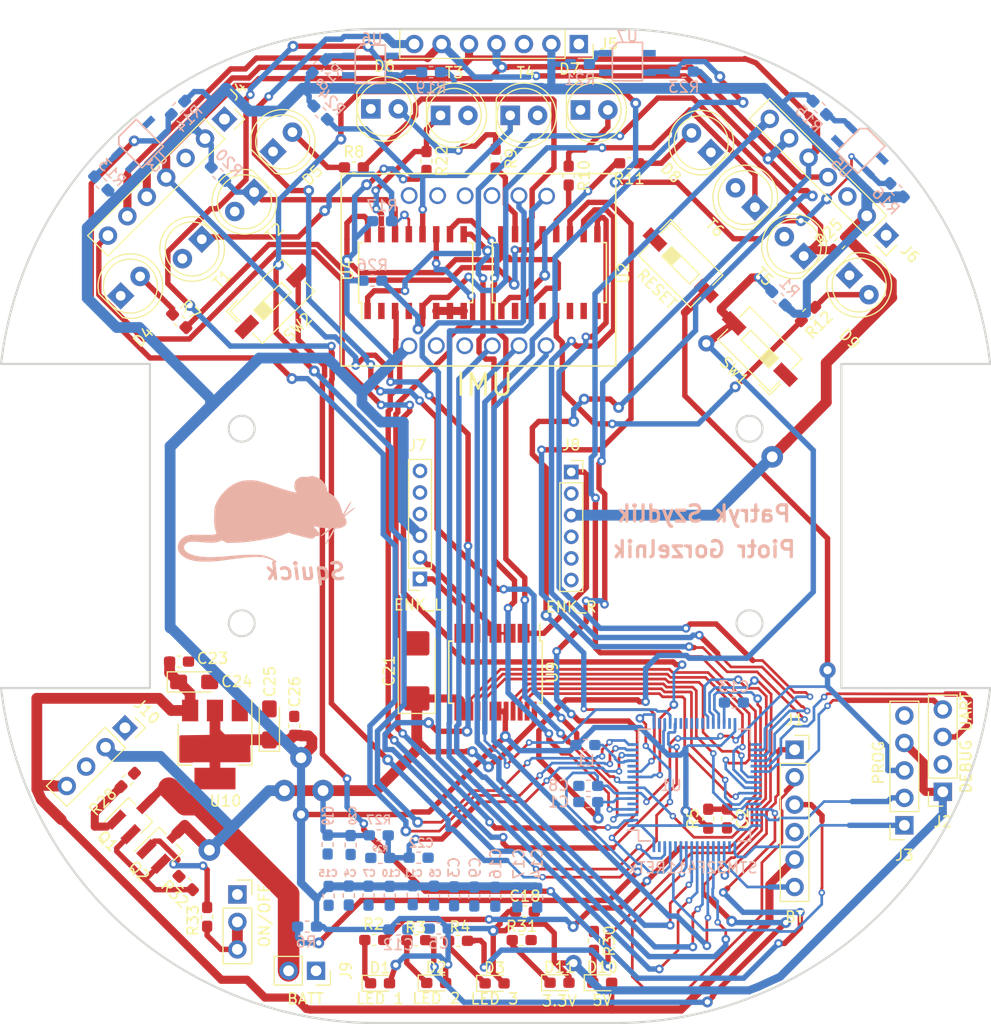
<source format=kicad_pcb>
(kicad_pcb (version 20171130) (host pcbnew "(5.0.2)-1")
  (layers (0 F.Cu signal) (31 B.Cu signal) (34 B.Paste user) (35 F.Paste user) (36 B.SilkS user) (37 F.SilkS user) (38 B.Mask user) (39 F.Mask user) (44 Edge.Cuts user))
  (net 0 "")
  (net 1 BUT_1)
  (net 2 GND)
  (net 3 BUT_2)
  (net 4 +3.3V)
  (net 5 RESET)
  (net 6 "Net-(C13-Pad1)")
  (net 7 Vin)
  (net 8 V_batt)
  (net 9 +5V)
  (net 10 "Net-(D1-Pad1)")
  (net 11 "Net-(D2-Pad1)")
  (net 12 "Net-(D3-Pad1)")
  (net 13 "Net-(D4-Pad2)")
  (net 14 "Net-(D5-Pad2)")
  (net 15 "Net-(D6-Pad2)")
  (net 16 "Net-(D7-Pad2)")
  (net 17 "Net-(D8-Pad2)")
  (net 18 "Net-(D9-Pad2)")
  (net 19 "Net-(D10-Pad1)")
  (net 20 "Net-(D11-Pad1)")
  (net 21 BT_State)
  (net 22 BT_RX)
  (net 23 BT_TX)
  (net 24 BT_EN)
  (net 25 DEBUG_RX)
  (net 26 DEBUG_TX)
  (net 27 SYS_SWCLCK)
  (net 28 SYS_SWDIO)
  (net 29 VL_INT_L)
  (net 30 VL_XSHUT)
  (net 31 SCL)
  (net 32 SDA)
  (net 33 "Net-(J4-Pad1)")
  (net 34 "Net-(J5-Pad1)")
  (net 35 VL_INT_F)
  (net 36 "Net-(J6-Pad1)")
  (net 37 VL_INT_R)
  (net 38 OUT_B_L)
  (net 39 OUT_A_L)
  (net 40 M2_L)
  (net 41 M1_L)
  (net 42 M1_R)
  (net 43 M2_R)
  (net 44 OUT_A_R)
  (net 45 OUT_B_R)
  (net 46 VCC)
  (net 47 SHDN)
  (net 48 VDDA)
  (net 49 LED_1)
  (net 50 LED_2)
  (net 51 LED_3)
  (net 52 IR_1)
  (net 53 IR_2)
  (net 54 IR_3)
  (net 55 IR_4)
  (net 56 IR_5)
  (net 57 IR_6)
  (net 58 "Net-(R13-Pad2)")
  (net 59 KTIR_1)
  (net 60 "Net-(R15-Pad2)")
  (net 61 KTIR_2)
  (net 62 PT_1)
  (net 63 "Net-(R18-Pad2)")
  (net 64 KTIR_3)
  (net 65 PT_2)
  (net 66 "Net-(R21-Pad2)")
  (net 67 PT_3)
  (net 68 KTIR_4)
  (net 69 PT_4)
  (net 70 PT_5)
  (net 71 PT_6)
  (net 72 "Net-(Q1-Pad1)")
  (net 73 PT_A)
  (net 74 PT_B)
  (net 75 PT_C)
  (net 76 "Net-(U1-Pad5)")
  (net 77 SCK)
  (net 78 MISO)
  (net 79 MOSI)
  (net 80 IR_C)
  (net 81 IR_B)
  (net 82 IR_A)
  (net 83 L_IN1)
  (net 84 L_IN2)
  (net 85 PWM_L)
  (net 86 PWM_R)
  (net 87 R_IN2)
  (net 88 R_IN1)
  (net 89 "Net-(U1-Pad50)")
  (net 90 "Net-(U2-Pad4)")
  (net 91 "Net-(U2-Pad2)")
  (net 92 "Net-(U4-Pad2)")
  (net 93 PT_MEAS)
  (net 94 "Net-(U4-Pad4)")
  (net 95 "Net-(Q1-Pad2)")
  (net 96 "Net-(Q2-Pad1)")
  (net 97 "Net-(R33-Pad2)")
  (net 98 "Net-(U1-Pad22)")
  (net 99 "Net-(U1-Pad23)")
  (net 100 "Net-(U1-Pad24)")
  (net 101 "Net-(U1-Pad25)")
  (net 102 "Net-(U1-Pad26)")
  (net 103 "Net-(U1-Pad33)")
  (net 104 IMU_CS)
  (net 105 IMU_INT)
  (net 106 "Net-(U8-Pad11)")
  (net 107 "Net-(U8-Pad3)")
  (net 108 "Net-(U8-Pad2)")
  (net 109 "Net-(U8-Pad1)")
  (module Resistor_SMD:R_0603_1608Metric_Pad1.05x0.95mm_HandSolder (layer F.Cu) (at 180.1 47.4 270)
    (fp_text reference R9 (at 0 -1.43 270) (layer F.SilkS))
    (fp_text value 22)
    (pad 2 smd roundrect (at 0.875 0 270) (size 1.05 0.95) (layers F.Cu F.Paste F.Mask) (net 54 IR_3))
    (pad 1 smd roundrect (at -0.875 0 270) (size 1.05 0.95) (layers F.Cu F.Paste F.Mask) (net 15 "Net-(D6-Pad2)"))
  )
  (module Connector_PinSocket_2.00mm:PinSocket_1x06_P2.00mm_Vertical (layer F.Cu) (at 187.1 76.4)
    (fp_text reference J8 (at 0 -2.5) (layer F.SilkS))
    (fp_text value ENK_R (at 0 12.5) (layer F.SilkS))
    (pad 1 thru_hole rect (at 0 0) (size 1.35 1.35) (drill 0.8) (layers *.Cu *.Mask) (net 42 M1_R))
    (pad 2 thru_hole oval (at 0 2) (size 1.35 1.35) (drill 0.8) (layers *.Cu *.Mask) (net 43 M2_R))
    (pad 3 thru_hole oval (at 0 4) (size 1.35 1.35) (drill 0.8) (layers *.Cu *.Mask) (net 4 +3.3V))
    (pad 4 thru_hole oval (at 0 6) (size 1.35 1.35) (drill 0.8) (layers *.Cu *.Mask) (net 44 OUT_A_R))
    (pad 5 thru_hole oval (at 0 8) (size 1.35 1.35) (drill 0.8) (layers *.Cu *.Mask) (net 45 OUT_B_R))
    (pad 6 thru_hole oval (at 0 10) (size 1.35 1.35) (drill 0.8) (layers *.Cu *.Mask) (net 2 GND))
  )
  (module Connector_PinSocket_2.00mm:PinSocket_1x06_P2.00mm_Vertical (layer F.Cu) (at 173.1 86.3 180)
    (fp_text reference J7 (at 0.25 12.35) (layer F.SilkS))
    (fp_text value ENK_L (at 0.15 -2.4) (layer F.SilkS))
    (pad 1 thru_hole rect (at 0 0 180) (size 1.35 1.35) (drill 0.8) (layers *.Cu *.Mask) (net 41 M1_L))
    (pad 2 thru_hole oval (at 0 2 180) (size 1.35 1.35) (drill 0.8) (layers *.Cu *.Mask) (net 40 M2_L))
    (pad 3 thru_hole oval (at 0 4 180) (size 1.35 1.35) (drill 0.8) (layers *.Cu *.Mask) (net 4 +3.3V))
    (pad 4 thru_hole oval (at 0 6 180) (size 1.35 1.35) (drill 0.8) (layers *.Cu *.Mask) (net 39 OUT_A_L))
    (pad 5 thru_hole oval (at 0 8 180) (size 1.35 1.35) (drill 0.8) (layers *.Cu *.Mask) (net 38 OUT_B_L))
    (pad 6 thru_hole oval (at 0 10 180) (size 1.35 1.35) (drill 0.8) (layers *.Cu *.Mask) (net 2 GND))
  )
  (module IMU_Adafruit-4554:IMU_LSM9DS1_Adafruit4634 (layer F.Cu) (at 189.78 50.83)
    (fp_text reference U8)
    (fp_text value Adafruit_4554)
    (fp_text user IMU (at -10.71 17.496) (layer F.SilkS) (effects (font (size 2 2) (thickness 0.25))))
    (pad 1 thru_hole circle (at -17.68 -0.01) (size 1.55 1.55) (drill 1.1) (layers *.Cu *.Mask) (net 109 "Net-(U8-Pad1)"))
    (pad 4 thru_hole circle (at -10.02 -0.01) (size 1.55 1.55) (drill 1.1) (layers *.Cu *.Mask) (net 2 GND))
    (pad 5 thru_hole circle (at -7.52 0) (size 1.55 1.55) (drill 1.1) (layers *.Cu *.Mask) (net 78 MISO))
    (pad 2 thru_hole circle (at -15.05 0) (size 1.55 1.55) (drill 1.1) (layers *.Cu *.Mask) (net 108 "Net-(U8-Pad2)"))
    (pad 3 thru_hole circle (at -12.5 0.01) (size 1.55 1.55) (drill 1.1) (layers *.Cu *.Mask) (net 107 "Net-(U8-Pad3)"))
    (pad 6 thru_hole circle (at -4.96 0.04) (size 1.55 1.55) (drill 1.1) (layers *.Cu *.Mask) (net 104 IMU_CS))
    (pad 8 thru_hole circle (at -7.51 13.88) (size 1.55 1.55) (drill 1.1) (layers *.Cu *.Mask) (net 79 MOSI))
    (pad 7 thru_hole circle (at -5.01 13.89) (size 1.55 1.55) (drill 1.1) (layers *.Cu *.Mask) (net 105 IMU_INT))
    (pad 12 thru_hole circle (at -17.7 13.91) (size 1.55 1.55) (drill 1.1) (layers *.Cu *.Mask) (net 4 +3.3V))
    (pad 11 thru_hole circle (at -15.17 13.88) (size 1.55 1.55) (drill 1.1) (layers *.Cu *.Mask) (net 106 "Net-(U8-Pad11)"))
    (pad 10 thru_hole circle (at -12.54 13.89) (size 1.55 1.55) (drill 1.1) (layers *.Cu *.Mask) (net 2 GND))
    (pad 9 thru_hole circle (at -9.99 13.9) (size 1.55 1.55) (drill 1.1) (layers *.Cu *.Mask) (net 77 SCK))
  )
  (module Connector_PinSocket_2.54mm:PinSocket_1x03_P2.54mm_Vertical (layer F.Cu) (at 156.2 115.5)
    (fp_text reference SW4)
    (fp_text value ON/OFF (at 2.5 1.95 270) (layer F.SilkS))
    (pad 3 thru_hole oval (at 0 5.079999) (size 1.7 1.7) (drill 1) (layers *.Cu *.Mask) (net 97 "Net-(R33-Pad2)"))
    (pad 2 thru_hole oval (at 0 2.54) (size 1.7 1.7) (drill 1) (layers *.Cu *.Mask) (net 97 "Net-(R33-Pad2)"))
    (pad 1 thru_hole rect (at 0 0) (size 1.7 1.7) (drill 1) (layers *.Cu *.Mask) (net 2 GND))
  )
  (module Resistor_SMD:R_0603_1608Metric_Pad1.05x0.95mm_HandSolder (layer F.Cu) (at 182.51 119.72 180)
    (fp_text reference R31 (at 0 1.27 180) (layer F.SilkS))
    (fp_text value 330)
    (pad 2 smd roundrect (at 0.875 0 180) (size 1.05 0.95) (layers F.Cu F.Paste F.Mask) (net 20 "Net-(D11-Pad1)"))
    (pad 1 smd roundrect (at -0.875 0 180) (size 1.05 0.95) (layers F.Cu F.Paste F.Mask) (net 2 GND))
  )
  (module Resistor_SMD:R_0603_1608Metric_Pad1.05x0.95mm_HandSolder (layer F.Cu) (at 189.2 119.8 270)
    (fp_text reference R30 (at 0 -1.43 90) (layer F.SilkS))
    (fp_text value 470)
    (pad 2 smd roundrect (at 0.874999 0 270) (size 1.05 0.95) (layers F.Cu F.Paste F.Mask) (net 19 "Net-(D10-Pad1)"))
    (pad 1 smd roundrect (at -0.874999 0 270) (size 1.05 0.95) (layers F.Cu F.Paste F.Mask) (net 2 GND))
  )
  (module Resistor_SMD:R_0603_1608Metric_Pad1.05x0.95mm_HandSolder (layer B.Cu) (at 169.422437 112.117595)
    (fp_text reference R29 (at -0.004437 -0.865595 180) (layer B.SilkS) (effects (font (size 0.5 0.5) (thickness 0.125)) (justify mirror)))
    (fp_text value 47k)
    (pad 2 smd roundrect (at 0.875 0) (size 1.05 0.95) (layers B.Cu B.Paste B.Mask) (net 8 V_batt))
    (pad 1 smd roundrect (at -0.875 0) (size 1.05 0.95) (layers B.Cu B.Paste B.Mask) (net 2 GND))
  )
  (module Resistor_SMD:R_0603_1608Metric_Pad1.05x0.95mm_HandSolder (layer F.Cu) (at 146.05 104.902 45)
    (fp_text reference R28 (at -3.053287 -0.179605 45) (layer F.SilkS))
    (fp_text value 1k)
    (pad 2 smd roundrect (at 0.874999 0 45) (size 1.05 0.95) (layers F.Cu F.Paste F.Mask) (net 2 GND))
    (pad 1 smd roundrect (at -0.874999 0 45) (size 1.05 0.95) (layers F.Cu F.Paste F.Mask) (net 72 "Net-(Q1-Pad1)"))
  )
  (module Resistor_SMD:R_0603_1608Metric_Pad1.05x0.95mm_HandSolder (layer B.Cu) (at 169.284937 110.027595 180)
    (fp_text reference R27 (at 0 1.43 180) (layer B.SilkS) (effects (font (size 0.8 0.8)) (justify mirror)))
    (fp_text value 100k)
    (pad 2 smd roundrect (at 0.875 0 180) (size 1.05 0.95) (layers B.Cu B.Paste B.Mask) (net 7 Vin))
    (pad 1 smd roundrect (at -0.875 0 180) (size 1.05 0.95) (layers B.Cu B.Paste B.Mask) (net 8 V_batt))
  )
  (module Resistor_SMD:R_0603_1608Metric_Pad1.05x0.95mm_HandSolder (layer B.Cu) (at 168.7 58.7 180)
    (fp_text reference R26 (at 0 1.43 180) (layer B.SilkS) (effects (justify mirror)))
    (fp_text value 220)
    (pad 2 smd roundrect (at 0.874999 0 180) (size 1.05 0.95) (layers B.Cu B.Paste B.Mask) (net 4 +3.3V))
    (pad 1 smd roundrect (at -0.874999 0 180) (size 1.05 0.95) (layers B.Cu B.Paste B.Mask) (net 71 PT_6))
  )
  (module Resistor_SMD:R_0603_1608Metric_Pad1.05x0.95mm_HandSolder (layer F.Cu) (at 211.946718 55.261282 45)
    (fp_text reference R25 (at 0 -1.43 45) (layer F.SilkS))
    (fp_text value 220)
    (pad 2 smd roundrect (at 0.874999 0 45) (size 1.05 0.95) (layers F.Cu F.Paste F.Mask) (net 4 +3.3V))
    (pad 1 smd roundrect (at -0.874999 0 45) (size 1.05 0.95) (layers F.Cu F.Paste F.Mask) (net 70 PT_5))
  )
  (module Resistor_SMD:R_0603_1608Metric_Pad1.05x0.95mm_HandSolder (layer B.Cu) (at 163.9 43.15 135)
    (fp_text reference R24 (at 0 1.43 315) (layer B.SilkS) (effects (justify mirror)))
    (fp_text value 220)
    (pad 2 smd roundrect (at 0.874999 0 135) (size 1.05 0.95) (layers B.Cu B.Paste B.Mask) (net 4 +3.3V))
    (pad 1 smd roundrect (at -0.874999 0 135) (size 1.05 0.95) (layers B.Cu B.Paste B.Mask) (net 69 PT_4))
  )
  (module Resistor_SMD:R_0603_1608Metric_Pad1.05x0.95mm_HandSolder (layer B.Cu) (at 197.524999 39.35)
    (fp_text reference R23 (at 0 1.43) (layer B.SilkS) (effects (justify mirror)))
    (fp_text value 10k)
    (pad 2 smd roundrect (at 0.874999 0) (size 1.05 0.95) (layers B.Cu B.Paste B.Mask) (net 4 +3.3V))
    (pad 1 smd roundrect (at -0.874999 0) (size 1.05 0.95) (layers B.Cu B.Paste B.Mask) (net 68 KTIR_4))
  )
  (module Resistor_SMD:R_0603_1608Metric_Pad1.05x0.95mm_HandSolder (layer F.Cu) (at 173.7 47.625 270)
    (fp_text reference R22 (at 0 -1.43 270) (layer F.SilkS))
    (fp_text value 220)
    (pad 2 smd roundrect (at 0.875 0 270) (size 1.05 0.95) (layers F.Cu F.Paste F.Mask) (net 4 +3.3V))
    (pad 1 smd roundrect (at -0.875 0 270) (size 1.05 0.95) (layers F.Cu F.Paste F.Mask) (net 67 PT_3))
  )
  (module Resistor_SMD:R_0603_1608Metric_Pad1.05x0.95mm_HandSolder (layer B.Cu) (at 187.9 38.65)
    (fp_text reference R21 (at 0 1.43 -180) (layer B.SilkS) (effects (justify mirror)))
    (fp_text value 220)
    (pad 2 smd roundrect (at 0.874999 0) (size 1.05 0.95) (layers B.Cu B.Paste B.Mask) (net 66 "Net-(R21-Pad2)"))
    (pad 1 smd roundrect (at -0.874999 0) (size 1.05 0.95) (layers B.Cu B.Paste B.Mask) (net 4 +3.3V))
  )
  (module Resistor_SMD:R_0603_1608Metric_Pad1.05x0.95mm_HandSolder (layer B.Cu) (at 154.4 48.8 135)
    (fp_text reference R20 (at 0 1.43 135) (layer B.SilkS) (effects (justify mirror)))
    (fp_text value 220)
    (pad 2 smd roundrect (at 0.874999 0 135) (size 1.05 0.95) (layers B.Cu B.Paste B.Mask) (net 4 +3.3V))
    (pad 1 smd roundrect (at -0.874999 0 135) (size 1.05 0.95) (layers B.Cu B.Paste B.Mask) (net 65 PT_2))
  )
  (module Resistor_SMD:R_0603_1608Metric_Pad1.05x0.95mm_HandSolder (layer B.Cu) (at 174.125001 39.4)
    (fp_text reference R19 (at 0 1.43) (layer B.SilkS) (effects (justify mirror)))
    (fp_text value 10k)
    (pad 2 smd roundrect (at 0.874999 0) (size 1.05 0.95) (layers B.Cu B.Paste B.Mask) (net 4 +3.3V))
    (pad 1 smd roundrect (at -0.874999 0) (size 1.05 0.95) (layers B.Cu B.Paste B.Mask) (net 64 KTIR_3))
  )
  (module Resistor_SMD:R_0603_1608Metric_Pad1.05x0.95mm_HandSolder (layer B.Cu) (at 163.75 38.85 45)
    (fp_text reference R18 (at 0 1.43 -135) (layer B.SilkS) (effects (justify mirror)))
    (fp_text value 220)
    (pad 2 smd roundrect (at 0.874999 0 45) (size 1.05 0.95) (layers B.Cu B.Paste B.Mask) (net 63 "Net-(R18-Pad2)"))
    (pad 1 smd roundrect (at -0.874999 0 45) (size 1.05 0.95) (layers B.Cu B.Paste B.Mask) (net 4 +3.3V))
  )
  (module Resistor_SMD:R_0603_1608Metric_Pad1.05x0.95mm_HandSolder (layer B.Cu) (at 169.595001 53.19 180)
    (fp_text reference R17 (at 0 1.43) (layer B.SilkS) (effects (justify mirror)))
    (fp_text value 220)
    (pad 2 smd roundrect (at 0.875 0 180) (size 1.05 0.95) (layers B.Cu B.Paste B.Mask) (net 4 +3.3V))
    (pad 1 smd roundrect (at -0.875 0 180) (size 1.05 0.95) (layers B.Cu B.Paste B.Mask) (net 62 PT_1))
  )
  (module Resistor_SMD:R_0603_1608Metric_Pad1.05x0.95mm_HandSolder (layer B.Cu) (at 217.218718 50.318718 315)
    (fp_text reference R16 (at 0 1.43 135) (layer B.SilkS) (effects (justify mirror)))
    (fp_text value 10k)
    (pad 2 smd roundrect (at 0.874999 0 315) (size 1.05 0.95) (layers B.Cu B.Paste B.Mask) (net 4 +3.3V))
    (pad 1 smd roundrect (at -0.874999 0 315) (size 1.05 0.95) (layers B.Cu B.Paste B.Mask) (net 61 KTIR_2))
  )
  (module Resistor_SMD:R_0603_1608Metric_Pad1.05x0.95mm_HandSolder (layer B.Cu) (at 210.1 42.7 315)
    (fp_text reference R15 (at 0 1.43 315) (layer B.SilkS) (effects (justify mirror)))
    (fp_text value 220)
    (pad 2 smd roundrect (at 0.874999 0 315) (size 1.05 0.95) (layers B.Cu B.Paste B.Mask) (net 60 "Net-(R15-Pad2)"))
    (pad 1 smd roundrect (at -0.874999 0 315) (size 1.05 0.95) (layers B.Cu B.Paste B.Mask) (net 4 +3.3V))
  )
  (module Resistor_SMD:R_0603_1608Metric_Pad1.05x0.95mm_HandSolder (layer B.Cu) (at 150.7 42.7 45)
    (fp_text reference R14 (at 0 1.43 -135) (layer B.SilkS) (effects (justify mirror)))
    (fp_text value 10k)
    (pad 2 smd roundrect (at 0.874999 0 45) (size 1.05 0.95) (layers B.Cu B.Paste B.Mask) (net 4 +3.3V))
    (pad 1 smd roundrect (at -0.874999 0 45) (size 1.05 0.95) (layers B.Cu B.Paste B.Mask) (net 59 KTIR_1))
  )
  (module Resistor_SMD:R_0603_1608Metric_Pad1.05x0.95mm_HandSolder (layer B.Cu) (at 143.6 49.7 135)
    (fp_text reference R13 (at 0 1.43 135) (layer B.SilkS) (effects (justify mirror)))
    (fp_text value 220)
    (pad 2 smd roundrect (at 0.874999 0 135) (size 1.05 0.95) (layers B.Cu B.Paste B.Mask) (net 58 "Net-(R13-Pad2)"))
    (pad 1 smd roundrect (at -0.874999 0 135) (size 1.05 0.95) (layers B.Cu B.Paste B.Mask) (net 4 +3.3V))
  )
  (module Resistor_SMD:R_0603_1608Metric_Pad1.05x0.95mm_HandSolder (layer F.Cu) (at 209.018718 61.781282 225)
    (fp_text reference R12 (at 0 -1.43 45) (layer F.SilkS))
    (fp_text value 22)
    (pad 2 smd roundrect (at 0.874999 0 225) (size 1.05 0.95) (layers F.Cu F.Paste F.Mask) (net 57 IR_6))
    (pad 1 smd roundrect (at -0.874999 0 225) (size 1.05 0.95) (layers F.Cu F.Paste F.Mask) (net 18 "Net-(D9-Pad2)"))
  )
  (module Resistor_SMD:R_0603_1608Metric_Pad1.05x0.95mm_HandSolder (layer F.Cu) (at 192.455 47.83 180)
    (fp_text reference R11 (at 0 -1.43) (layer F.SilkS))
    (fp_text value 22)
    (pad 2 smd roundrect (at 0.875 0 180) (size 1.05 0.95) (layers F.Cu F.Paste F.Mask) (net 56 IR_5))
    (pad 1 smd roundrect (at -0.875 0 180) (size 1.05 0.95) (layers F.Cu F.Paste F.Mask) (net 17 "Net-(D8-Pad2)"))
  )
  (module Resistor_SMD:R_0603_1608Metric_Pad1.05x0.95mm_HandSolder (layer F.Cu) (at 186.86 48.975 270)
    (fp_text reference R10 (at 0 -1.43 90) (layer F.SilkS))
    (fp_text value 22)
    (pad 2 smd roundrect (at 0.875 0 270) (size 1.05 0.95) (layers F.Cu F.Paste F.Mask) (net 55 IR_4))
    (pad 1 smd roundrect (at -0.875 0 270) (size 1.05 0.95) (layers F.Cu F.Paste F.Mask) (net 16 "Net-(D7-Pad2)"))
  )
  (module Resistor_SMD:R_0603_1608Metric_Pad1.05x0.95mm_HandSolder (layer F.Cu) (at 166.98 48.21)
    (fp_text reference R8 (at 0 -1.43) (layer F.SilkS))
    (fp_text value 22)
    (pad 2 smd roundrect (at 0.875 0) (size 1.05 0.95) (layers F.Cu F.Paste F.Mask) (net 53 IR_2))
    (pad 1 smd roundrect (at -0.875 0) (size 1.05 0.95) (layers F.Cu F.Paste F.Mask) (net 14 "Net-(D5-Pad2)"))
  )
  (module Resistor_SMD:R_0603_1608Metric_Pad1.05x0.95mm_HandSolder (layer F.Cu) (at 150.818718 62.418718 315)
    (fp_text reference R7 (at 0 -1.43 315) (layer F.SilkS))
    (fp_text value 22)
    (pad 2 smd roundrect (at 0.874999 0 315) (size 1.05 0.95) (layers F.Cu F.Paste F.Mask) (net 52 IR_1))
    (pad 1 smd roundrect (at -0.874999 0 315) (size 1.05 0.95) (layers F.Cu F.Paste F.Mask) (net 13 "Net-(D4-Pad2)"))
  )
  (module Resistor_SMD:R_0603_1608Metric_Pad1.05x0.95mm_HandSolder (layer B.Cu) (at 162.652437 118.477594 180)
    (fp_text reference R6 (at 0.092437 -1.410406 180) (layer B.SilkS) (effects (justify mirror)))
    (fp_text value 100k)
    (pad 2 smd roundrect (at 0.875 0 180) (size 1.05 0.95) (layers B.Cu B.Paste B.Mask) (net 5 RESET))
    (pad 1 smd roundrect (at -0.875 0 180) (size 1.05 0.95) (layers B.Cu B.Paste B.Mask) (net 4 +3.3V))
  )
  (module Resistor_SMD:R_0603_1608Metric_Pad1.05x0.95mm_HandSolder (layer F.Cu) (at 199.78 108.485 90)
    (fp_text reference R5 (at 0 -1.43 90) (layer F.SilkS))
    (fp_text value 100k)
    (pad 2 smd roundrect (at 0.875 0 90) (size 1.05 0.95) (layers F.Cu F.Paste F.Mask) (net 3 BUT_2))
    (pad 1 smd roundrect (at -0.875 0 90) (size 1.05 0.95) (layers F.Cu F.Paste F.Mask) (net 4 +3.3V))
  )
  (module Resistor_SMD:R_0603_1608Metric_Pad1.05x0.95mm_HandSolder (layer F.Cu) (at 176.624999 119.79 180)
    (fp_text reference R4 (at -0.175001 1.29) (layer F.SilkS))
    (fp_text value 220)
    (pad 2 smd roundrect (at 0.875 0 180) (size 1.05 0.95) (layers F.Cu F.Paste F.Mask) (net 12 "Net-(D3-Pad1)"))
    (pad 1 smd roundrect (at -0.875 0 180) (size 1.05 0.95) (layers F.Cu F.Paste F.Mask) (net 51 LED_3))
  )
  (module Resistor_SMD:R_0603_1608Metric_Pad1.05x0.95mm_HandSolder (layer F.Cu) (at 172.755 119.73 180)
    (fp_text reference R3 (at 0.055 1.18) (layer F.SilkS))
    (fp_text value 220)
    (pad 2 smd roundrect (at 0.875 0 180) (size 1.05 0.95) (layers F.Cu F.Paste F.Mask) (net 11 "Net-(D2-Pad1)"))
    (pad 1 smd roundrect (at -0.875 0 180) (size 1.05 0.95) (layers F.Cu F.Paste F.Mask) (net 50 LED_2))
  )
  (module Resistor_SMD:R_0603_1608Metric_Pad1.05x0.95mm_HandSolder (layer F.Cu) (at 168.87 119.71 180)
    (fp_text reference R2 (at 0.07 1.46) (layer F.SilkS))
    (fp_text value 220)
    (pad 2 smd roundrect (at 0.875 0 180) (size 1.05 0.95) (layers F.Cu F.Paste F.Mask) (net 10 "Net-(D1-Pad1)"))
    (pad 1 smd roundrect (at -0.875 0 180) (size 1.05 0.95) (layers F.Cu F.Paste F.Mask) (net 49 LED_1))
  )
  (module Resistor_SMD:R_0603_1608Metric_Pad1.05x0.95mm_HandSolder (layer B.Cu) (at 206.281282 60.331282 135)
    (fp_text reference R1 (at 0 1.43 135) (layer B.SilkS) (effects (justify mirror)))
    (fp_text value 100k)
    (pad 2 smd roundrect (at 0.874999 0 135) (size 1.05 0.95) (layers B.Cu B.Paste B.Mask) (net 1 BUT_1))
    (pad 1 smd roundrect (at -0.874999 0 135) (size 1.05 0.95) (layers B.Cu B.Paste B.Mask) (net 4 +3.3V))
  )
  (module Package_TO_SOT_SMD:SOT-23_Handsoldering (layer F.Cu) (at 146.712 108.192 45)
    (fp_text reference Q1 (at -3.457752 -0.106066 -45) (layer F.SilkS))
    (fp_text value AO3407A)
    (pad 3 smd rect (at 1.5 0 45) (size 1.9 0.8) (layers F.Cu F.Paste F.Mask) (net 46 VCC))
    (pad 2 smd rect (at -1.5 0.95 45) (size 1.9 0.8) (layers F.Cu F.Paste F.Mask) (net 95 "Net-(Q1-Pad2)"))
    (pad 1 smd rect (at -1.5 -0.95 45) (size 1.9 0.8) (layers F.Cu F.Paste F.Mask) (net 72 "Net-(Q1-Pad1)"))
  )
  (module Inductor_SMD:L_0603_1608Metric_Pad1.05x0.95mm_HandSolder (layer B.Cu) (at 188.41 101.67)
    (fp_text reference L1 (at 0 1.43) (layer B.SilkS) (effects (justify mirror)))
    (fp_text value 10u)
    (pad 2 smd roundrect (at 0.875 0) (size 1.05 0.95) (layers B.Cu B.Paste B.Mask) (net 48 VDDA))
    (pad 1 smd roundrect (at -0.875 0) (size 1.05 0.95) (layers B.Cu B.Paste B.Mask) (net 4 +3.3V))
  )
  (module LED_SMD:LED_0603_1608Metric_Pad1.05x0.95mm_HandSolder (layer F.Cu) (at 186.015 123.67)
    (fp_text reference D11 (at 0 -1.43) (layer F.SilkS))
    (fp_text value 3.3V (at -0.015 1.68) (layer F.SilkS))
    (pad 2 smd roundrect (at 0.875 0) (size 1.05 0.95) (layers F.Cu F.Paste F.Mask) (net 4 +3.3V))
    (pad 1 smd roundrect (at -0.875 0) (size 1.05 0.95) (layers F.Cu F.Paste F.Mask) (net 20 "Net-(D11-Pad1)"))
  )
  (module LED_SMD:LED_0603_1608Metric_Pad1.05x0.95mm_HandSolder (layer F.Cu) (at 189.965 123.67)
    (fp_text reference D10 (at 0 -1.43) (layer F.SilkS))
    (fp_text value 5V (at -0.015 1.63) (layer F.SilkS))
    (pad 2 smd roundrect (at 0.875 0) (size 1.05 0.95) (layers F.Cu F.Paste F.Mask) (net 9 +5V))
    (pad 1 smd roundrect (at -0.875 0) (size 1.05 0.95) (layers F.Cu F.Paste F.Mask) (net 19 "Net-(D10-Pad1)"))
  )
  (module LED_SMD:LED_0603_1608Metric_Pad1.05x0.95mm_HandSolder (layer F.Cu) (at 180.005 123.73)
    (fp_text reference D3 (at 0 -1.43) (layer F.SilkS))
    (fp_text value "LED 3" (at 0 1.43) (layer F.SilkS))
    (pad 2 smd roundrect (at 0.875 0) (size 1.05 0.95) (layers F.Cu F.Paste F.Mask) (net 4 +3.3V))
    (pad 1 smd roundrect (at -0.875 0) (size 1.05 0.95) (layers F.Cu F.Paste F.Mask) (net 12 "Net-(D3-Pad1)"))
  )
  (module LED_SMD:LED_0603_1608Metric_Pad1.05x0.95mm_HandSolder (layer F.Cu) (at 174.6 123.69)
    (fp_text reference D2 (at 0 -1.43) (layer F.SilkS))
    (fp_text value "LED 2" (at 0 1.43) (layer F.SilkS))
    (pad 2 smd roundrect (at 0.875 0) (size 1.05 0.95) (layers F.Cu F.Paste F.Mask) (net 4 +3.3V))
    (pad 1 smd roundrect (at -0.875 0) (size 1.05 0.95) (layers F.Cu F.Paste F.Mask) (net 11 "Net-(D2-Pad1)"))
  )
  (module LED_SMD:LED_0603_1608Metric_Pad1.05x0.95mm_HandSolder (layer F.Cu) (at 169.405 123.72)
    (fp_text reference D1 (at 0 -1.43) (layer F.SilkS))
    (fp_text value "LED 1" (at 0 1.43) (layer F.SilkS))
    (pad 2 smd roundrect (at 0.875 0) (size 1.05 0.95) (layers F.Cu F.Paste F.Mask) (net 4 +3.3V))
    (pad 1 smd roundrect (at -0.875 0) (size 1.05 0.95) (layers F.Cu F.Paste F.Mask) (net 10 "Net-(D1-Pad1)"))
  )
  (module Capacitor_SMD:C_0603_1608Metric_Pad1.05x0.95mm_HandSolder (layer F.Cu) (at 161.46 99.895 90)
    (fp_text reference C26 (at 3.145 0.04 -90) (layer F.SilkS))
    (fp_text value 100n)
    (pad 2 smd roundrect (at 0.875 0 90) (size 1.05 0.95) (layers F.Cu F.Paste F.Mask) (net 2 GND))
    (pad 1 smd roundrect (at -0.875 0 90) (size 1.05 0.95) (layers F.Cu F.Paste F.Mask) (net 4 +3.3V))
  )
  (module Capacitor_Tantalum_SMD:CP_EIA-3216-18_Kemet-A_Pad1.58x1.35mm_HandSolder (layer F.Cu) (at 159.16 99.7625 90)
    (fp_text reference C25 (at 3.9625 0.04 -90) (layer F.SilkS))
    (fp_text value 10u)
    (pad 2 smd roundrect (at 1.4375 0 90) (size 1.575 1.35) (layers F.Cu F.Paste F.Mask) (roundrect_rratio 0.185185) (net 2 GND))
    (pad 1 smd roundrect (at -1.4375 0 90) (size 1.575 1.35) (layers F.Cu F.Paste F.Mask) (roundrect_rratio 0.185185) (net 4 +3.3V))
  )
  (module Capacitor_Tantalum_SMD:CP_EIA-3216-18_Kemet-A_Pad1.58x1.35mm_HandSolder (layer F.Cu) (at 152.1975 95.83)
    (fp_text reference C24 (at 3.9525 -0.03 -180) (layer F.SilkS))
    (fp_text value 10u)
    (pad 2 smd roundrect (at 1.4375 0) (size 1.575 1.35) (layers F.Cu F.Paste F.Mask) (roundrect_rratio 0.185185) (net 2 GND))
    (pad 1 smd roundrect (at -1.4375 0) (size 1.575 1.35) (layers F.Cu F.Paste F.Mask) (roundrect_rratio 0.185185) (net 9 +5V))
  )
  (module Capacitor_SMD:C_0603_1608Metric_Pad1.05x0.95mm_HandSolder (layer F.Cu) (at 150.8 93.95)
    (fp_text reference C23 (at 3.1 -0.3 -180) (layer F.SilkS))
    (fp_text value 100n)
    (pad 2 smd roundrect (at 0.875 0) (size 1.05 0.95) (layers F.Cu F.Paste F.Mask) (net 2 GND))
    (pad 1 smd roundrect (at -0.875 0) (size 1.05 0.95) (layers F.Cu F.Paste F.Mask) (net 9 +5V))
  )
  (module Capacitor_SMD:C_0603_1608Metric_Pad1.05x0.95mm_HandSolder (layer B.Cu) (at 172.974999 112.1 180)
    (fp_text reference C22 (at -0.253001 1.356) (layer B.SilkS) (effects (font (size 0.8 0.8)) (justify mirror)))
    (fp_text value 100n)
    (pad 2 smd roundrect (at 0.875 0 180) (size 1.05 0.95) (layers B.Cu B.Paste B.Mask) (net 8 V_batt))
    (pad 1 smd roundrect (at -0.875 0 180) (size 1.05 0.95) (layers B.Cu B.Paste B.Mask) (net 2 GND))
  )
  (module Capacitor_Tantalum_SMD:CP_EIA-6032-28_Kemet-C_Pad2.25x2.35mm_HandSolder (layer F.Cu) (at 172.8 94.81 90)
    (fp_text reference C21 (at 0 -2.55 90) (layer F.SilkS))
    (fp_text value 22u)
    (pad 2 smd roundrect (at 2.55 0 90) (size 2.25 2.35) (layers F.Cu F.Paste F.Mask) (roundrect_rratio 0.111111) (net 2 GND))
    (pad 1 smd roundrect (at -2.55 0 90) (size 2.25 2.35) (layers F.Cu F.Paste F.Mask) (roundrect_rratio 0.111111) (net 7 Vin))
  )
  (module Capacitor_SMD:C_0603_1608Metric_Pad1.05x0.95mm_HandSolder (layer B.Cu) (at 166.679937 110.922595 270)
    (fp_text reference C20 (at -2.718595 -0.198063 90) (layer B.SilkS) (effects (font (size 0.6 0.6)) (justify mirror)))
    (fp_text value 100n)
    (pad 2 smd roundrect (at 0.875 0 270) (size 1.05 0.95) (layers B.Cu B.Paste B.Mask) (net 2 GND))
    (pad 1 smd roundrect (at -0.875 0 270) (size 1.05 0.95) (layers B.Cu B.Paste B.Mask) (net 7 Vin))
  )
  (module Capacitor_SMD:C_0603_1608Metric_Pad1.05x0.95mm_HandSolder (layer B.Cu) (at 164.549938 110.882596 270)
    (fp_text reference C19 (at -2.678596 -0.042062 90) (layer B.SilkS) (effects (font (size 1 0.6)) (justify mirror)))
    (fp_text value 100n)
    (pad 2 smd roundrect (at 0.875 0 270) (size 1.05 0.95) (layers B.Cu B.Paste B.Mask) (net 2 GND))
    (pad 1 smd roundrect (at -0.875 0 270) (size 1.05 0.95) (layers B.Cu B.Paste B.Mask) (net 7 Vin))
  )
  (module Capacitor_SMD:C_0603_1608Metric_Pad1.05x0.95mm_HandSolder (layer F.Cu) (at 182.805001 117.08)
    (fp_text reference C18 (at 0 -1.43) (layer F.SilkS))
    (fp_text value 100n)
    (pad 2 smd roundrect (at 0.875 0) (size 1.05 0.95) (layers F.Cu F.Paste F.Mask) (net 2 GND))
    (pad 1 smd roundrect (at -0.875 0) (size 1.05 0.95) (layers F.Cu F.Paste F.Mask) (net 4 +3.3V))
  )
  (module Capacitor_SMD:C_0603_1608Metric_Pad1.05x0.95mm_HandSolder (layer B.Cu) (at 182.109937 115.767595 270)
    (fp_text reference C17 (at -3.117595 -0.140063 90) (layer B.SilkS) (effects (justify mirror)))
    (fp_text value 10u)
    (pad 2 smd roundrect (at 0.875 0 270) (size 1.05 0.95) (layers B.Cu B.Paste B.Mask) (net 2 GND))
    (pad 1 smd roundrect (at -0.875 0 270) (size 1.05 0.95) (layers B.Cu B.Paste B.Mask) (net 4 +3.3V))
  )
  (module Capacitor_SMD:C_0603_1608Metric_Pad1.05x0.95mm_HandSolder (layer B.Cu) (at 180.069937 115.710095 270)
    (fp_text reference C16 (at -3.060095 -0.030063 90) (layer B.SilkS) (effects (justify mirror)))
    (fp_text value 100n)
    (pad 2 smd roundrect (at 0.875 0 270) (size 1.05 0.95) (layers B.Cu B.Paste B.Mask) (net 2 GND))
    (pad 1 smd roundrect (at -0.875 0 270) (size 1.05 0.95) (layers B.Cu B.Paste B.Mask) (net 4 +3.3V))
  )
  (module Capacitor_SMD:C_0603_1608Metric_Pad1.05x0.95mm_HandSolder (layer B.Cu) (at 164.639937 115.627594 270)
    (fp_text reference C15 (at -2.089594 0.047937) (layer B.SilkS) (effects (font (size 0.6 0.6)) (justify mirror)))
    (fp_text value 100n)
    (pad 2 smd roundrect (at 0.875 0 270) (size 1.05 0.95) (layers B.Cu B.Paste B.Mask) (net 2 GND))
    (pad 1 smd roundrect (at -0.875 0 270) (size 1.05 0.95) (layers B.Cu B.Paste B.Mask) (net 4 +3.3V))
  )
  (module Capacitor_SMD:C_0603_1608Metric_Pad1.05x0.95mm_HandSolder (layer B.Cu) (at 183.949937 115.802593 270)
    (fp_text reference C14 (at -3.152593 -0.000063 270) (layer B.SilkS) (effects (justify mirror)))
    (fp_text value 100n)
    (pad 2 smd roundrect (at 0.875 0 270) (size 1.05 0.95) (layers B.Cu B.Paste B.Mask) (net 2 GND))
    (pad 1 smd roundrect (at -0.875 0 270) (size 1.05 0.95) (layers B.Cu B.Paste B.Mask) (net 4 +3.3V))
  )
  (module Capacitor_SMD:C_0603_1608Metric_Pad1.05x0.95mm_HandSolder (layer B.Cu) (at 202.155 97.74)
    (fp_text reference C13 (at 0 -1.474) (layer B.SilkS) (effects (justify mirror)))
    (fp_text value 4.7u)
    (pad 2 smd roundrect (at 0.875 0) (size 1.05 0.95) (layers B.Cu B.Paste B.Mask) (net 2 GND))
    (pad 1 smd roundrect (at -0.875 0) (size 1.05 0.95) (layers B.Cu B.Paste B.Mask) (net 6 "Net-(C13-Pad1)"))
  )
  (module Capacitor_SMD:C_0603_1608Metric_Pad1.05x0.95mm_HandSolder (layer B.Cu) (at 171.102437 118.737595 180)
    (fp_text reference C12 (at 0 -1.404405 180) (layer B.SilkS) (effects (justify mirror)))
    (fp_text value 4.7u)
    (pad 2 smd roundrect (at 0.875 0 180) (size 1.05 0.95) (layers B.Cu B.Paste B.Mask) (net 4 +3.3V))
    (pad 1 smd roundrect (at -0.875 0 180) (size 1.05 0.95) (layers B.Cu B.Paste B.Mask) (net 2 GND))
  )
  (module Capacitor_SMD:C_0603_1608Metric_Pad1.05x0.95mm_HandSolder (layer B.Cu) (at 172.429938 115.567596 270)
    (fp_text reference C11 (at -2.029596 -0.036062) (layer B.SilkS) (effects (font (size 0.6 0.6)) (justify mirror)))
    (fp_text value 100n)
    (pad 2 smd roundrect (at 0.875 0 270) (size 1.05 0.95) (layers B.Cu B.Paste B.Mask) (net 2 GND))
    (pad 1 smd roundrect (at -0.875 0 270) (size 1.05 0.95) (layers B.Cu B.Paste B.Mask) (net 4 +3.3V))
  )
  (module Capacitor_SMD:C_0603_1608Metric_Pad1.05x0.95mm_HandSolder (layer B.Cu) (at 170.300179 115.622159 90)
    (fp_text reference C10 (at 2.084159 0.133821 180) (layer B.SilkS) (effects (font (size 0.6 0.6)) (justify mirror)))
    (fp_text value 1u)
    (pad 2 smd roundrect (at 0.875 0 90) (size 1.05 0.95) (layers B.Cu B.Paste B.Mask) (net 4 +3.3V))
    (pad 1 smd roundrect (at -0.875 0 90) (size 1.05 0.95) (layers B.Cu B.Paste B.Mask) (net 2 GND))
  )
  (module Capacitor_SMD:C_0603_1608Metric_Pad1.05x0.95mm_HandSolder (layer B.Cu) (at 178.125181 115.689659 270)
    (fp_text reference C9 (at -2.689659 -0.074819 90) (layer B.SilkS) (effects (justify mirror)))
    (fp_text value 100n)
    (pad 2 smd roundrect (at 0.875 0 270) (size 1.05 0.95) (layers B.Cu B.Paste B.Mask) (net 2 GND))
    (pad 1 smd roundrect (at -0.875 0 270) (size 1.05 0.95) (layers B.Cu B.Paste B.Mask) (net 4 +3.3V))
  )
  (module Capacitor_SMD:C_0603_1608Metric_Pad1.05x0.95mm_HandSolder (layer B.Cu) (at 188.675 105.45 180)
    (fp_text reference C8 (at 2.747 0.04) (layer B.SilkS) (effects (justify mirror)))
    (fp_text value 100n)
    (pad 2 smd roundrect (at 0.875 0 180) (size 1.05 0.95) (layers B.Cu B.Paste B.Mask) (net 2 GND))
    (pad 1 smd roundrect (at -0.875 0 180) (size 1.05 0.95) (layers B.Cu B.Paste B.Mask) (net 5 RESET))
  )
  (module Capacitor_SMD:C_0603_1608Metric_Pad1.05x0.95mm_HandSolder (layer B.Cu) (at 168.33518 115.60966 90)
    (fp_text reference C7 (at 2.07166 0.06682 180) (layer B.SilkS) (effects (font (size 0.6 0.6)) (justify mirror)))
    (fp_text value 100n)
    (pad 2 smd roundrect (at 0.875 0 90) (size 1.05 0.95) (layers B.Cu B.Paste B.Mask) (net 4 +3.3V))
    (pad 1 smd roundrect (at -0.875 0 90) (size 1.05 0.95) (layers B.Cu B.Paste B.Mask) (net 2 GND))
  )
  (module Capacitor_SMD:C_0603_1608Metric_Pad1.05x0.95mm_HandSolder (layer B.Cu) (at 174.40518 115.60966 270)
    (fp_text reference C6 (at -2.07166 -0.09282 180) (layer B.SilkS) (effects (font (size 0.6 0.6)) (justify mirror)))
    (fp_text value 100n)
    (pad 2 smd roundrect (at 0.875 0 270) (size 1.05 0.95) (layers B.Cu B.Paste B.Mask) (net 2 GND))
    (pad 1 smd roundrect (at -0.875 0 270) (size 1.05 0.95) (layers B.Cu B.Paste B.Mask) (net 4 +3.3V))
  )
  (module Capacitor_SMD:C_0603_1608Metric_Pad1.05x0.95mm_HandSolder (layer B.Cu) (at 174.837438 118.657595 180)
    (fp_text reference C5 (at 0 -1.342405 180) (layer B.SilkS) (effects (justify mirror)))
    (fp_text value 100n)
    (pad 2 smd roundrect (at 0.875 0 180) (size 1.05 0.95) (layers B.Cu B.Paste B.Mask) (net 2 GND))
    (pad 1 smd roundrect (at -0.875 0 180) (size 1.05 0.95) (layers B.Cu B.Paste B.Mask) (net 4 +3.3V))
  )
  (module Capacitor_SMD:C_0603_1608Metric_Pad1.05x0.95mm_HandSolder (layer B.Cu) (at 166.509938 115.600096 270)
    (fp_text reference C4 (at -2.062096 -0.114062 180) (layer B.SilkS) (effects (font (size 0.6 0.6)) (justify mirror)))
    (fp_text value 100n)
    (pad 2 smd roundrect (at 0.875 0 270) (size 1.05 0.95) (layers B.Cu B.Paste B.Mask) (net 2 GND))
    (pad 1 smd roundrect (at -0.875 0 270) (size 1.05 0.95) (layers B.Cu B.Paste B.Mask) (net 4 +3.3V))
  )
  (module Capacitor_SMD:C_0603_1608Metric_Pad1.05x0.95mm_HandSolder (layer B.Cu) (at 176.25518 115.66966 270)
    (fp_text reference C3 (at -2.66966 0.00518 90) (layer B.SilkS) (effects (justify mirror)))
    (fp_text value 100n)
    (pad 2 smd roundrect (at 0.875 0 270) (size 1.05 0.95) (layers B.Cu B.Paste B.Mask) (net 2 GND))
    (pad 1 smd roundrect (at -0.875 0 270) (size 1.05 0.95) (layers B.Cu B.Paste B.Mask) (net 4 +3.3V))
  )
  (module Capacitor_SMD:C_0603_1608Metric_Pad1.05x0.95mm_HandSolder (layer F.Cu) (at 201.52 108.464999 270)
    (fp_text reference C2 (at 0 -1.43 270) (layer F.SilkS))
    (fp_text value 100n)
    (pad 2 smd roundrect (at 0.875 0 270) (size 1.05 0.95) (layers F.Cu F.Paste F.Mask) (net 2 GND))
    (pad 1 smd roundrect (at -0.875 0 270) (size 1.05 0.95) (layers F.Cu F.Paste F.Mask) (net 3 BUT_2))
  )
  (module Capacitor_SMD:C_0603_1608Metric_Pad1.05x0.95mm_HandSolder (layer B.Cu) (at 188.675 106.95 180)
    (fp_text reference C1 (at 2.747 0.016) (layer B.SilkS) (effects (justify mirror)))
    (fp_text value 100n)
    (pad 2 smd roundrect (at 0.875 0 180) (size 1.05 0.95) (layers B.Cu B.Paste B.Mask) (net 2 GND))
    (pad 1 smd roundrect (at -0.875 0 180) (size 1.05 0.95) (layers B.Cu B.Paste B.Mask) (net 1 BUT_1))
  )
  (module Resistor_SMD:R_0603_1608Metric_Pad1.05x0.95mm_HandSolder (layer F.Cu) (at 153.4 117.575 270)
    (fp_text reference R33 (at 0.325 1.3 270) (layer F.SilkS))
    (fp_text value 1k)
    (pad 2 smd roundrect (at 0.875 0 270) (size 1.05 0.95) (layers F.Cu F.Paste F.Mask) (net 97 "Net-(R33-Pad2)"))
    (pad 1 smd roundrect (at -0.875 0 270) (size 1.05 0.95) (layers F.Cu F.Paste F.Mask) (net 96 "Net-(Q2-Pad1)"))
  )
  (module Resistor_SMD:R_0603_1608Metric_Pad1.05x0.95mm_HandSolder (layer F.Cu) (at 151.418718 114.438718 135)
    (fp_text reference R32 (at 0 -1.43 135) (layer F.SilkS))
    (fp_text value 10k)
    (pad 2 smd roundrect (at 0.874999 0 135) (size 1.05 0.95) (layers F.Cu F.Paste F.Mask) (net 96 "Net-(Q2-Pad1)"))
    (pad 1 smd roundrect (at -0.874999 0 135) (size 1.05 0.95) (layers F.Cu F.Paste F.Mask) (net 95 "Net-(Q1-Pad2)"))
  )
  (module Package_TO_SOT_SMD:SOT-23_Handsoldering (layer F.Cu) (at 149.512 110.922 45)
    (fp_text reference Q2 (at -3.436539 0.014142 -45) (layer F.SilkS))
    (fp_text value AO3407A)
    (pad 3 smd rect (at 1.5 0 45) (size 1.9 0.8) (layers F.Cu F.Paste F.Mask) (net 7 Vin))
    (pad 2 smd rect (at -1.5 0.95 45) (size 1.9 0.8) (layers F.Cu F.Paste F.Mask) (net 95 "Net-(Q1-Pad2)"))
    (pad 1 smd rect (at -1.5 -0.95 45) (size 1.9 0.8) (layers F.Cu F.Paste F.Mask) (net 96 "Net-(Q2-Pad1)"))
  )
  (module Connector_PinSocket_2.54mm:PinSocket_1x04_P2.54mm_Vertical (layer F.Cu) (at 145.796 100.076 315)
    (fp_text reference J10 (at 0.35921 -2.514472 135) (layer F.SilkS))
    (fp_text value D24V3F-5V)
    (pad 1 thru_hole rect (at 0 0 315) (size 1.7 1.7) (drill 1) (layers *.Cu *.Mask) (net 47 SHDN))
    (pad 2 thru_hole oval (at 0 2.54 315) (size 1.7 1.7) (drill 1) (layers *.Cu *.Mask) (net 7 Vin))
    (pad 3 thru_hole oval (at 0 5.079999 315) (size 1.7 1.7) (drill 1) (layers *.Cu *.Mask) (net 2 GND))
    (pad 4 thru_hole oval (at 0 7.62 315) (size 1.7 1.7) (drill 1) (layers *.Cu *.Mask) (net 9 +5V))
  )
  (module Package_SO:SOIC-16W_5.3x10.2mm_P1.27mm (layer F.Cu) (at 185.075 57.95 90)
    (fp_text reference U2 (at -0.05 6.875 270) (layer F.SilkS))
    (fp_text value CD4051B)
    (pad 16 smd rect (at 3.55 -4.445 90) (size 1.5 0.6) (layers F.Cu F.Paste F.Mask) (net 4 +3.3V))
    (pad 15 smd rect (at 3.55 -3.175 90) (size 1.5 0.6) (layers F.Cu F.Paste F.Mask) (net 54 IR_3))
    (pad 14 smd rect (at 3.55 -1.905 90) (size 1.5 0.6) (layers F.Cu F.Paste F.Mask) (net 53 IR_2))
    (pad 13 smd rect (at 3.55 -0.635 90) (size 1.5 0.6) (layers F.Cu F.Paste F.Mask) (net 52 IR_1))
    (pad 12 smd rect (at 3.55 0.635 90) (size 1.5 0.6) (layers F.Cu F.Paste F.Mask) (net 55 IR_4))
    (pad 11 smd rect (at 3.55 1.905 90) (size 1.5 0.6) (layers F.Cu F.Paste F.Mask) (net 82 IR_A))
    (pad 10 smd rect (at 3.55 3.175 90) (size 1.5 0.6) (layers F.Cu F.Paste F.Mask) (net 81 IR_B))
    (pad 9 smd rect (at 3.55 4.445 90) (size 1.5 0.6) (layers F.Cu F.Paste F.Mask) (net 80 IR_C))
    (pad 8 smd rect (at -3.55 4.445 90) (size 1.5 0.6) (layers F.Cu F.Paste F.Mask) (net 2 GND))
    (pad 7 smd rect (at -3.55 3.175 90) (size 1.5 0.6) (layers F.Cu F.Paste F.Mask) (net 2 GND))
    (pad 6 smd rect (at -3.55 1.905 90) (size 1.5 0.6) (layers F.Cu F.Paste F.Mask) (net 2 GND))
    (pad 5 smd rect (at -3.55 0.635 90) (size 1.5 0.6) (layers F.Cu F.Paste F.Mask) (net 57 IR_6))
    (pad 4 smd rect (at -3.55 -0.635 90) (size 1.5 0.6) (layers F.Cu F.Paste F.Mask) (net 90 "Net-(U2-Pad4)"))
    (pad 3 smd rect (at -3.55 -1.905 90) (size 1.5 0.6) (layers F.Cu F.Paste F.Mask) (net 4 +3.3V))
    (pad 2 smd rect (at -3.55 -3.175 90) (size 1.5 0.6) (layers F.Cu F.Paste F.Mask) (net 91 "Net-(U2-Pad2)"))
    (pad 1 smd rect (at -3.55 -4.445 90) (size 1.5 0.6) (layers F.Cu F.Paste F.Mask) (net 56 IR_5))
  )
  (module Package_SO:SOIC-16W_5.3x10.2mm_P1.27mm (layer F.Cu) (at 172.7 57.95 90)
    (fp_text reference U4 (at 0.25 -6.3 90) (layer F.SilkS))
    (fp_text value CD4051B)
    (pad 1 smd rect (at -3.55 -4.445 90) (size 1.5 0.6) (layers F.Cu F.Paste F.Mask) (net 70 PT_5))
    (pad 2 smd rect (at -3.55 -3.175 90) (size 1.5 0.6) (layers F.Cu F.Paste F.Mask) (net 92 "Net-(U4-Pad2)"))
    (pad 3 smd rect (at -3.55 -1.905 90) (size 1.5 0.6) (layers F.Cu F.Paste F.Mask) (net 93 PT_MEAS))
    (pad 4 smd rect (at -3.55 -0.635 90) (size 1.5 0.6) (layers F.Cu F.Paste F.Mask) (net 94 "Net-(U4-Pad4)"))
    (pad 5 smd rect (at -3.55 0.635 90) (size 1.5 0.6) (layers F.Cu F.Paste F.Mask) (net 71 PT_6))
    (pad 6 smd rect (at -3.55 1.905 90) (size 1.5 0.6) (layers F.Cu F.Paste F.Mask) (net 2 GND))
    (pad 7 smd rect (at -3.55 3.175 90) (size 1.5 0.6) (layers F.Cu F.Paste F.Mask) (net 2 GND))
    (pad 8 smd rect (at -3.55 4.445 90) (size 1.5 0.6) (layers F.Cu F.Paste F.Mask) (net 2 GND))
    (pad 9 smd rect (at 3.55 4.445 90) (size 1.5 0.6) (layers F.Cu F.Paste F.Mask) (net 75 PT_C))
    (pad 10 smd rect (at 3.55 3.175 90) (size 1.5 0.6) (layers F.Cu F.Paste F.Mask) (net 74 PT_B))
    (pad 11 smd rect (at 3.55 1.905 90) (size 1.5 0.6) (layers F.Cu F.Paste F.Mask) (net 73 PT_A))
    (pad 12 smd rect (at 3.55 0.635 90) (size 1.5 0.6) (layers F.Cu F.Paste F.Mask) (net 69 PT_4))
    (pad 13 smd rect (at 3.55 -0.635 90) (size 1.5 0.6) (layers F.Cu F.Paste F.Mask) (net 62 PT_1))
    (pad 14 smd rect (at 3.55 -1.905 90) (size 1.5 0.6) (layers F.Cu F.Paste F.Mask) (net 65 PT_2))
    (pad 15 smd rect (at 3.55 -3.175 90) (size 1.5 0.6) (layers F.Cu F.Paste F.Mask) (net 67 PT_3))
    (pad 16 smd rect (at 3.55 -4.445 90) (size 1.5 0.6) (layers F.Cu F.Paste F.Mask) (net 4 +3.3V))
  )
  (module Button_Switch_SMD:SW_DIP_SPSTx01_Slide_6.7x4.1mm_W6.73mm_P2.54mm_LowProfile_JPin (layer F.Cu) (at 204.55 65.025 135)
    (fp_text reference SW1 (at 0.236881 -3.109149 135) (layer F.SilkS))
    (fp_text value USER_BUT_1)
    (pad 2 smd rect (at 3.365 0 135) (size 2.16 1.12) (layers F.Cu F.Paste F.Mask) (net 1 BUT_1))
    (pad 1 smd rect (at -3.365 0 135) (size 2.16 1.12) (layers F.Cu F.Paste F.Mask) (net 2 GND))
  )
  (module Button_Switch_SMD:SW_DIP_SPSTx01_Slide_6.7x4.1mm_W6.73mm_P2.54mm_LowProfile_JPin (layer F.Cu) (at 159.45 60.6 45)
    (fp_text reference SW2 (at -0.031113 3.351686 45) (layer F.SilkS))
    (fp_text value USER_BUT_2)
    (pad 1 smd rect (at -3.365 0 45) (size 2.16 1.12) (layers F.Cu F.Paste F.Mask) (net 2 GND))
    (pad 2 smd rect (at 3.365 0 45) (size 2.16 1.12) (layers F.Cu F.Paste F.Mask) (net 3 BUT_2))
  )
  (module Button_Switch_SMD:SW_DIP_SPSTx01_Slide_6.7x4.1mm_W6.73mm_P2.54mm_LowProfile_JPin (layer F.Cu) (at 197.225 57.275 315)
    (fp_text reference SW3)
    (fp_text value RESET (at 0 3.11 315) (layer F.SilkS))
    (pad 2 smd rect (at 3.365 0 315) (size 2.16 1.12) (layers F.Cu F.Paste F.Mask) (net 5 RESET))
    (pad 1 smd rect (at -3.365 0 315) (size 2.16 1.12) (layers F.Cu F.Paste F.Mask) (net 2 GND))
  )
  (module warsztaty:KTIR0711S (layer B.Cu) (at 168.5 38.8 270)
    (fp_text reference U6 (at -2.478 -0.156 180) (layer B.SilkS) (effects (justify mirror)))
    (fp_text value KTIR0711S)
    (pad 4 smd rect (at 0.895 -1.965 270) (size 0.6 1.3) (layers B.Cu B.Paste B.Mask) (net 64 KTIR_3))
    (pad 3 smd rect (at 0.895 1.965 270) (size 0.6 1.3) (layers B.Cu B.Paste B.Mask) (net 2 GND))
    (pad 2 smd rect (at -0.905 -1.965 270) (size 0.6 1.3) (layers B.Cu B.Paste B.Mask) (net 2 GND))
    (pad 1 smd rect (at -0.905 1.965 270) (size 0.6 1.3) (layers B.Cu B.Paste B.Mask) (net 63 "Net-(R18-Pad2)"))
  )
  (module warsztaty:KTIR0711S (layer B.Cu) (at 192.3 38.55 270)
    (fp_text reference U7 (at -2.482 0.022 180) (layer B.SilkS) (effects (justify mirror)))
    (fp_text value KTIR0711S)
    (pad 1 smd rect (at -0.905 1.965 270) (size 0.6 1.3) (layers B.Cu B.Paste B.Mask) (net 66 "Net-(R21-Pad2)"))
    (pad 2 smd rect (at -0.905 -1.965 270) (size 0.6 1.3) (layers B.Cu B.Paste B.Mask) (net 2 GND))
    (pad 3 smd rect (at 0.895 1.965 270) (size 0.6 1.3) (layers B.Cu B.Paste B.Mask) (net 2 GND))
    (pad 4 smd rect (at 0.895 -1.965 270) (size 0.6 1.3) (layers B.Cu B.Paste B.Mask) (net 68 KTIR_4))
  )
  (module warsztaty:KTIR0711S (layer B.Cu) (at 147.2 46.1 315)
    (fp_text reference U3 (at 2.330624 0.005657 45) (layer B.SilkS) (effects (justify mirror)))
    (fp_text value KTIR0711S)
    (pad 4 smd rect (at 0.895 -1.965 315) (size 0.6 1.3) (layers B.Cu B.Paste B.Mask) (net 59 KTIR_1))
    (pad 3 smd rect (at 0.895 1.965 315) (size 0.6 1.3) (layers B.Cu B.Paste B.Mask) (net 2 GND))
    (pad 2 smd rect (at -0.905 -1.965 315) (size 0.6 1.3) (layers B.Cu B.Paste B.Mask) (net 2 GND))
    (pad 1 smd rect (at -0.905 1.965 315) (size 0.6 1.3) (layers B.Cu B.Paste B.Mask) (net 58 "Net-(R13-Pad2)"))
  )
  (module warsztaty:KTIR0711S (layer B.Cu) (at 213.8 46.6 225)
    (fp_text reference U5 (at 2.38295 0.035355 315) (layer B.SilkS) (effects (justify mirror)))
    (fp_text value KTIR0711S)
    (pad 1 smd rect (at -0.905 1.965 225) (size 0.6 1.3) (layers B.Cu B.Paste B.Mask) (net 60 "Net-(R15-Pad2)"))
    (pad 2 smd rect (at -0.905 -1.965 225) (size 0.6 1.3) (layers B.Cu B.Paste B.Mask) (net 2 GND))
    (pad 3 smd rect (at 0.895 1.965 225) (size 0.6 1.3) (layers B.Cu B.Paste B.Mask) (net 2 GND))
    (pad 4 smd rect (at 0.895 -1.965 225) (size 0.6 1.3) (layers B.Cu B.Paste B.Mask) (net 61 KTIR_2))
  )
  (module LED_THT:LED_D5.0mm (layer F.Cu) (at 145.4 60.1 45)
    (fp_text reference D4 (at -1.202082 4.17193 45) (layer F.SilkS))
    (fp_text value IR_1)
    (pad 1 thru_hole rect (at 0 0 45) (size 1.8 1.8) (drill 0.9) (layers *.Cu *.Mask) (net 2 GND))
    (pad 2 thru_hole circle (at 2.54 0 45) (size 1.8 1.8) (drill 0.9) (layers *.Cu *.Mask) (net 13 "Net-(D4-Pad2)"))
  )
  (module LED_THT:LED_D5.0mm (layer F.Cu) (at 159.5 46.75 45)
    (fp_text reference D5 (at 1.025305 4.136575 45) (layer F.SilkS))
    (fp_text value IR_2)
    (pad 1 thru_hole rect (at 0 0 45) (size 1.8 1.8) (drill 0.9) (layers *.Cu *.Mask) (net 2 GND))
    (pad 2 thru_hole circle (at 2.54 0 45) (size 1.8 1.8) (drill 0.9) (layers *.Cu *.Mask) (net 14 "Net-(D5-Pad2)"))
  )
  (module LED_THT:LED_D5.0mm (layer F.Cu) (at 168.55 42.8)
    (fp_text reference D6 (at 1.27 -3.96) (layer F.SilkS))
    (fp_text value IR_3)
    (pad 1 thru_hole rect (at 0 0) (size 1.8 1.8) (drill 0.9) (layers *.Cu *.Mask) (net 2 GND))
    (pad 2 thru_hole circle (at 2.54 0) (size 1.8 1.8) (drill 0.9) (layers *.Cu *.Mask) (net 15 "Net-(D6-Pad2)"))
  )
  (module LED_THT:LED_D5.0mm (layer F.Cu) (at 187.95 42.9)
    (fp_text reference D7 (at -1.006 -3.784) (layer F.SilkS))
    (fp_text value IR_4)
    (pad 2 thru_hole circle (at 2.54 0) (size 1.8 1.8) (drill 0.9) (layers *.Cu *.Mask) (net 16 "Net-(D7-Pad2)"))
    (pad 1 thru_hole rect (at 0 0) (size 1.8 1.8) (drill 0.9) (layers *.Cu *.Mask) (net 2 GND))
  )
  (module LED_THT:LED_D5.0mm (layer F.Cu) (at 200.025 46.825 135)
    (fp_text reference D8 (at 1.27 -3.96 135) (layer F.SilkS))
    (fp_text value IR_5)
    (pad 1 thru_hole rect (at 0 0 135) (size 1.8 1.8) (drill 0.9) (layers *.Cu *.Mask) (net 2 GND))
    (pad 2 thru_hole circle (at 2.54 0 135) (size 1.8 1.8) (drill 0.9) (layers *.Cu *.Mask) (net 17 "Net-(D8-Pad2)"))
  )
  (module LED_THT:LED_D5.0mm (layer F.Cu) (at 212.85 58.2 315)
    (fp_text reference D9 (at 4.17193 4.17193 315) (layer F.SilkS))
    (fp_text value IR_6)
    (pad 2 thru_hole circle (at 2.54 0 315) (size 1.8 1.8) (drill 0.9) (layers *.Cu *.Mask) (net 18 "Net-(D9-Pad2)"))
    (pad 1 thru_hole rect (at 0 0 315) (size 1.8 1.8) (drill 0.9) (layers *.Cu *.Mask) (net 2 GND))
  )
  (module Connector_PinSocket_2.54mm:PinSocket_1x06_P2.54mm_Vertical (layer F.Cu) (at 207.772 102.108)
    (fp_text reference J1 (at 0 -2.77) (layer F.SilkS))
    (fp_text value BT (at 0 15.47) (layer F.SilkS))
    (pad 1 thru_hole rect (at 0 0) (size 1.7 1.7) (drill 1) (layers *.Cu *.Mask) (net 21 BT_State))
    (pad 2 thru_hole oval (at 0 2.54) (size 1.7 1.7) (drill 1) (layers *.Cu *.Mask) (net 22 BT_RX))
    (pad 3 thru_hole oval (at 0 5.08) (size 1.7 1.7) (drill 1) (layers *.Cu *.Mask) (net 23 BT_TX))
    (pad 4 thru_hole oval (at 0 7.62) (size 1.7 1.7) (drill 1) (layers *.Cu *.Mask) (net 2 GND))
    (pad 5 thru_hole oval (at 0 10.16) (size 1.7 1.7) (drill 1) (layers *.Cu *.Mask) (net 9 +5V))
    (pad 6 thru_hole oval (at 0 12.7) (size 1.7 1.7) (drill 1) (layers *.Cu *.Mask) (net 24 BT_EN))
  )
  (module Connector_PinSocket_2.54mm:PinSocket_1x04_P2.54mm_Vertical (layer F.Cu) (at 221.488 106 180)
    (fp_text reference J2 (at 0 -2.77 180) (layer F.SilkS))
    (fp_text value "DEBUG UART" (at -2.15 4.55 270) (layer F.SilkS))
    (pad 1 thru_hole rect (at 0 0 180) (size 1.7 1.7) (drill 1) (layers *.Cu *.Mask) (net 4 +3.3V))
    (pad 2 thru_hole oval (at 0 2.54 180) (size 1.7 1.7) (drill 1) (layers *.Cu *.Mask) (net 2 GND))
    (pad 3 thru_hole oval (at 0 5.08 180) (size 1.7 1.7) (drill 1) (layers *.Cu *.Mask) (net 25 DEBUG_RX))
    (pad 4 thru_hole oval (at 0 7.62 180) (size 1.7 1.7) (drill 1) (layers *.Cu *.Mask) (net 26 DEBUG_TX))
  )
  (module Connector_PinSocket_2.54mm:PinSocket_1x05_P2.54mm_Vertical (layer F.Cu) (at 217.932 109.1 180)
    (fp_text reference J3 (at 0 -2.77 180) (layer F.SilkS))
    (fp_text value PROG (at 2.4 5.8 270) (layer F.SilkS))
    (pad 1 thru_hole rect (at 0 0 180) (size 1.7 1.7) (drill 1) (layers *.Cu *.Mask) (net 27 SYS_SWCLCK))
    (pad 2 thru_hole oval (at 0 2.54 180) (size 1.7 1.7) (drill 1) (layers *.Cu *.Mask) (net 28 SYS_SWDIO))
    (pad 3 thru_hole oval (at 0 5.08 180) (size 1.7 1.7) (drill 1) (layers *.Cu *.Mask) (net 5 RESET))
    (pad 4 thru_hole oval (at 0 7.62 180) (size 1.7 1.7) (drill 1) (layers *.Cu *.Mask) (net 4 +3.3V))
    (pad 5 thru_hole oval (at 0 10.16 180) (size 1.7 1.7) (drill 1) (layers *.Cu *.Mask) (net 2 GND))
  )
  (module Connector_PinSocket_2.54mm:PinSocket_1x07_P2.54mm_Vertical (layer F.Cu) (at 155 43.75 315)
    (fp_text reference J4 (at -0.989949 -2.687006 45) (layer F.SilkS))
    (fp_text value VL53L0X_L)
    (pad 7 thru_hole oval (at 0 15.24 315) (size 1.7 1.7) (drill 1) (layers *.Cu *.Mask) (net 29 VL_INT_L))
    (pad 6 thru_hole oval (at 0 12.7 315) (size 1.7 1.7) (drill 1) (layers *.Cu *.Mask) (net 30 VL_XSHUT))
    (pad 5 thru_hole oval (at 0 10.16 315) (size 1.7 1.7) (drill 1) (layers *.Cu *.Mask) (net 31 SCL))
    (pad 4 thru_hole oval (at 0 7.62 315) (size 1.7 1.7) (drill 1) (layers *.Cu *.Mask) (net 32 SDA))
    (pad 3 thru_hole oval (at 0 5.079999 315) (size 1.7 1.7) (drill 1) (layers *.Cu *.Mask) (net 2 GND))
    (pad 2 thru_hole oval (at 0 2.54 315) (size 1.7 1.7) (drill 1) (layers *.Cu *.Mask) (net 4 +3.3V))
    (pad 1 thru_hole rect (at 0 0 315) (size 1.7 1.7) (drill 1) (layers *.Cu *.Mask) (net 33 "Net-(J4-Pad1)"))
  )
  (module Connector_PinSocket_2.54mm:PinSocket_1x07_P2.54mm_Vertical (layer F.Cu) (at 187.8 36.8 270)
    (fp_text reference J5 (at 0 -2.77) (layer F.SilkS))
    (fp_text value VL53L0X_F)
    (pad 1 thru_hole rect (at 0 0 270) (size 1.7 1.7) (drill 1) (layers *.Cu *.Mask) (net 34 "Net-(J5-Pad1)"))
    (pad 2 thru_hole oval (at 0 2.54 270) (size 1.7 1.7) (drill 1) (layers *.Cu *.Mask) (net 4 +3.3V))
    (pad 3 thru_hole oval (at 0 5.08 270) (size 1.7 1.7) (drill 1) (layers *.Cu *.Mask) (net 2 GND))
    (pad 4 thru_hole oval (at 0 7.62 270) (size 1.7 1.7) (drill 1) (layers *.Cu *.Mask) (net 32 SDA))
    (pad 5 thru_hole oval (at 0 10.16 270) (size 1.7 1.7) (drill 1) (layers *.Cu *.Mask) (net 31 SCL))
    (pad 6 thru_hole oval (at 0 12.7 270) (size 1.7 1.7) (drill 1) (layers *.Cu *.Mask) (net 30 VL_XSHUT))
    (pad 7 thru_hole oval (at 0 15.24 270) (size 1.7 1.7) (drill 1) (layers *.Cu *.Mask) (net 35 VL_INT_F))
  )
  (module Connector_PinSocket_2.54mm:PinSocket_1x07_P2.54mm_Vertical (layer F.Cu) (at 216.25 54.498023 225)
    (fp_text reference J6 (at -0.352155 -2.759114 315) (layer F.SilkS))
    (fp_text value VL53L0X_R)
    (pad 1 thru_hole rect (at 0 0 225) (size 1.7 1.7) (drill 1) (layers *.Cu *.Mask) (net 36 "Net-(J6-Pad1)"))
    (pad 2 thru_hole oval (at 0 2.54 225) (size 1.7 1.7) (drill 1) (layers *.Cu *.Mask) (net 4 +3.3V))
    (pad 3 thru_hole oval (at 0 5.079999 225) (size 1.7 1.7) (drill 1) (layers *.Cu *.Mask) (net 2 GND))
    (pad 4 thru_hole oval (at 0 7.62 225) (size 1.7 1.7) (drill 1) (layers *.Cu *.Mask) (net 32 SDA))
    (pad 5 thru_hole oval (at 0 10.16 225) (size 1.7 1.7) (drill 1) (layers *.Cu *.Mask) (net 31 SCL))
    (pad 6 thru_hole oval (at 0 12.7 225) (size 1.7 1.7) (drill 1) (layers *.Cu *.Mask) (net 30 VL_XSHUT))
    (pad 7 thru_hole oval (at 0 15.24 225) (size 1.7 1.7) (drill 1) (layers *.Cu *.Mask) (net 37 VL_INT_R))
  )
  (module Connector_PinSocket_2.54mm:PinSocket_1x02_P2.54mm_Vertical (layer F.Cu) (at 163.48 122.56 270)
    (fp_text reference J9 (at 0 -2.77 270) (layer F.SilkS))
    (fp_text value BATT (at 2.59 0.98 180) (layer F.SilkS))
    (pad 1 thru_hole rect (at 0 0 270) (size 1.7 1.7) (drill 1) (layers *.Cu *.Mask) (net 2 GND))
    (pad 2 thru_hole oval (at 0 2.54 270) (size 1.7 1.7) (drill 1) (layers *.Cu *.Mask) (net 46 VCC))
  )
  (module LED_THT:LED_D5.0mm (layer F.Cu) (at 152.908 54.864 225)
    (fp_text reference T1 (at 1.27 -3.96 225) (layer F.SilkS))
    (fp_text value SFH-313FA)
    (pad 2 thru_hole circle (at 2.54 0 225) (size 1.8 1.8) (drill 0.9) (layers *.Cu *.Mask) (net 2 GND))
    (pad 1 thru_hole rect (at 0 0 225) (size 1.8 1.8) (drill 0.9) (layers *.Cu *.Mask) (net 62 PT_1))
  )
  (module LED_THT:LED_D5.0mm (layer F.Cu) (at 157.75 50.5 225)
    (fp_text reference T2 (at 1.27 -3.96 225) (layer F.SilkS))
    (fp_text value SFH-313FA)
    (pad 2 thru_hole circle (at 2.54 0 225) (size 1.8 1.8) (drill 0.9) (layers *.Cu *.Mask) (net 2 GND))
    (pad 1 thru_hole rect (at 0 0 225) (size 1.8 1.8) (drill 0.9) (layers *.Cu *.Mask) (net 65 PT_2))
  )
  (module LED_THT:LED_D5.0mm (layer F.Cu) (at 175 43.4)
    (fp_text reference T3 (at 1.27 -3.96) (layer F.SilkS))
    (fp_text value SFH-313FA)
    (pad 1 thru_hole rect (at 0 0) (size 1.8 1.8) (drill 0.9) (layers *.Cu *.Mask) (net 67 PT_3))
    (pad 2 thru_hole circle (at 2.54 0) (size 1.8 1.8) (drill 0.9) (layers *.Cu *.Mask) (net 2 GND))
  )
  (module LED_THT:LED_D5.0mm (layer F.Cu) (at 181.45 43.4)
    (fp_text reference T4 (at 1.45 -3.95) (layer F.SilkS))
    (fp_text value SFH-313FA)
    (pad 2 thru_hole circle (at 2.54 0) (size 1.8 1.8) (drill 0.9) (layers *.Cu *.Mask) (net 2 GND))
    (pad 1 thru_hole rect (at 0 0) (size 1.8 1.8) (drill 0.9) (layers *.Cu *.Mask) (net 69 PT_4))
  )
  (module LED_THT:LED_D5.0mm (layer F.Cu) (at 208.618 56.422 135)
    (fp_text reference T5 (at 1.27 -3.96 135) (layer F.SilkS))
    (fp_text value SFH-313FA)
    (pad 1 thru_hole rect (at 0 0 135) (size 1.8 1.8) (drill 0.9) (layers *.Cu *.Mask) (net 70 PT_5))
    (pad 2 thru_hole circle (at 2.54 0 135) (size 1.8 1.8) (drill 0.9) (layers *.Cu *.Mask) (net 2 GND))
  )
  (module LED_THT:LED_D5.0mm (layer F.Cu) (at 204.1 51.9 135)
    (fp_text reference T6 (at 1.27 -3.96 135) (layer F.SilkS))
    (fp_text value SFH-313FA)
    (pad 2 thru_hole circle (at 2.54 0 135) (size 1.8 1.8) (drill 0.9) (layers *.Cu *.Mask) (net 2 GND))
    (pad 1 thru_hole rect (at 0 0 135) (size 1.8 1.8) (drill 0.9) (layers *.Cu *.Mask) (net 71 PT_6))
  )
  (module Package_QFP:LQFP-64_10x10mm_P0.5mm (layer B.Cu) (at 198.5 105.375)
    (fp_text reference U1 (at -2.158 0.035) (layer B.SilkS) (effects (justify mirror)))
    (fp_text value STM32F411RETx (at -0.126 7.655) (layer B.SilkS) (effects (justify mirror)))
    (pad 1 smd rect (at -5.7 3.75) (size 1 0.25) (layers B.Cu B.Paste B.Mask) (net 4 +3.3V))
    (pad 2 smd rect (at -5.7 3.25) (size 1 0.25) (layers B.Cu B.Paste B.Mask) (net 73 PT_A))
    (pad 3 smd rect (at -5.7 2.75) (size 1 0.25) (layers B.Cu B.Paste B.Mask) (net 74 PT_B))
    (pad 4 smd rect (at -5.7 2.25) (size 1 0.25) (layers B.Cu B.Paste B.Mask) (net 75 PT_C))
    (pad 5 smd rect (at -5.7 1.75) (size 1 0.25) (layers B.Cu B.Paste B.Mask) (net 76 "Net-(U1-Pad5)"))
    (pad 6 smd rect (at -5.7 1.25) (size 1 0.25) (layers B.Cu B.Paste B.Mask) (net 1 BUT_1))
    (pad 7 smd rect (at -5.7 0.75) (size 1 0.25) (layers B.Cu B.Paste B.Mask) (net 5 RESET))
    (pad 8 smd rect (at -5.7 0.25) (size 1 0.25) (layers B.Cu B.Paste B.Mask) (net 37 VL_INT_R))
    (pad 9 smd rect (at -5.7 -0.25) (size 1 0.25) (layers B.Cu B.Paste B.Mask) (net 35 VL_INT_F))
    (pad 10 smd rect (at -5.7 -0.75) (size 1 0.25) (layers B.Cu B.Paste B.Mask) (net 29 VL_INT_L))
    (pad 11 smd rect (at -5.7 -1.25) (size 1 0.25) (layers B.Cu B.Paste B.Mask) (net 30 VL_XSHUT))
    (pad 12 smd rect (at -5.7 -1.75) (size 1 0.25) (layers B.Cu B.Paste B.Mask) (net 2 GND))
    (pad 13 smd rect (at -5.7 -2.25) (size 1 0.25) (layers B.Cu B.Paste B.Mask) (net 48 VDDA))
    (pad 14 smd rect (at -5.7 -2.75) (size 1 0.25) (layers B.Cu B.Paste B.Mask) (net 8 V_batt))
    (pad 15 smd rect (at -5.7 -3.25) (size 1 0.25) (layers B.Cu B.Paste B.Mask) (net 59 KTIR_1))
    (pad 16 smd rect (at -5.7 -3.75) (size 1 0.25) (layers B.Cu B.Paste B.Mask) (net 61 KTIR_2))
    (pad 17 smd rect (at -3.75 -5.7 270) (size 1 0.25) (layers B.Cu B.Paste B.Mask) (net 64 KTIR_3))
    (pad 18 smd rect (at -3.25 -5.7 270) (size 1 0.25) (layers B.Cu B.Paste B.Mask) (net 2 GND))
    (pad 19 smd rect (at -2.75 -5.7 270) (size 1 0.25) (layers B.Cu B.Paste B.Mask) (net 4 +3.3V))
    (pad 20 smd rect (at -2.25 -5.7 270) (size 1 0.25) (layers B.Cu B.Paste B.Mask) (net 68 KTIR_4))
    (pad 21 smd rect (at -1.75 -5.7 270) (size 1 0.25) (layers B.Cu B.Paste B.Mask) (net 93 PT_MEAS))
    (pad 22 smd rect (at -1.25 -5.7 270) (size 1 0.25) (layers B.Cu B.Paste B.Mask) (net 98 "Net-(U1-Pad22)"))
    (pad 23 smd rect (at -0.75 -5.7 270) (size 1 0.25) (layers B.Cu B.Paste B.Mask) (net 99 "Net-(U1-Pad23)"))
    (pad 24 smd rect (at -0.25 -5.7 270) (size 1 0.25) (layers B.Cu B.Paste B.Mask) (net 100 "Net-(U1-Pad24)"))
    (pad 25 smd rect (at 0.25 -5.7 270) (size 1 0.25) (layers B.Cu B.Paste B.Mask) (net 101 "Net-(U1-Pad25)"))
    (pad 26 smd rect (at 0.75 -5.7 270) (size 1 0.25) (layers B.Cu B.Paste B.Mask) (net 102 "Net-(U1-Pad26)"))
    (pad 27 smd rect (at 1.25 -5.7 270) (size 1 0.25) (layers B.Cu B.Paste B.Mask) (net 51 LED_3))
    (pad 28 smd rect (at 1.75 -5.7 270) (size 1 0.25) (layers B.Cu B.Paste B.Mask) (net 50 LED_2))
    (pad 29 smd rect (at 2.25 -5.7 270) (size 1 0.25) (layers B.Cu B.Paste B.Mask) (net 49 LED_1))
    (pad 30 smd rect (at 2.75 -5.7 270) (size 1 0.25) (layers B.Cu B.Paste B.Mask) (net 6 "Net-(C13-Pad1)"))
    (pad 31 smd rect (at 3.25 -5.7 270) (size 1 0.25) (layers B.Cu B.Paste B.Mask) (net 2 GND))
    (pad 32 smd rect (at 3.75 -5.7 270) (size 1 0.25) (layers B.Cu B.Paste B.Mask) (net 4 +3.3V))
    (pad 33 smd rect (at 5.7 -3.75) (size 1 0.25) (layers B.Cu B.Paste B.Mask) (net 103 "Net-(U1-Pad33)"))
    (pad 34 smd rect (at 5.7 -3.25) (size 1 0.25) (layers B.Cu B.Paste B.Mask) (net 80 IR_C))
    (pad 35 smd rect (at 5.7 -2.75) (size 1 0.25) (layers B.Cu B.Paste B.Mask) (net 81 IR_B))
    (pad 36 smd rect (at 5.7 -2.25) (size 1 0.25) (layers B.Cu B.Paste B.Mask) (net 82 IR_A))
    (pad 37 smd rect (at 5.7 -1.75) (size 1 0.25) (layers B.Cu B.Paste B.Mask) (net 25 DEBUG_RX))
    (pad 38 smd rect (at 5.7 -1.25) (size 1 0.25) (layers B.Cu B.Paste B.Mask) (net 26 DEBUG_TX))
    (pad 39 smd rect (at 5.7 -0.75) (size 1 0.25) (layers B.Cu B.Paste B.Mask) (net 83 L_IN1))
    (pad 40 smd rect (at 5.7 -0.25) (size 1 0.25) (layers B.Cu B.Paste B.Mask) (net 84 L_IN2))
    (pad 41 smd rect (at 5.7 0.25) (size 1 0.25) (layers B.Cu B.Paste B.Mask) (net 85 PWM_L))
    (pad 42 smd rect (at 5.7 0.75) (size 1 0.25) (layers B.Cu B.Paste B.Mask) (net 86 PWM_R))
    (pad 43 smd rect (at 5.7 1.25) (size 1 0.25) (layers B.Cu B.Paste B.Mask) (net 87 R_IN2))
    (pad 44 smd rect (at 5.7 1.75) (size 1 0.25) (layers B.Cu B.Paste B.Mask) (net 88 R_IN1))
    (pad 45 smd rect (at 5.7 2.25) (size 1 0.25) (layers B.Cu B.Paste B.Mask) (net 3 BUT_2))
    (pad 46 smd rect (at 5.7 2.75) (size 1 0.25) (layers B.Cu B.Paste B.Mask) (net 28 SYS_SWDIO))
    (pad 47 smd rect (at 5.7 3.25) (size 1 0.25) (layers B.Cu B.Paste B.Mask) (net 2 GND))
    (pad 48 smd rect (at 5.7 3.75) (size 1 0.25) (layers B.Cu B.Paste B.Mask) (net 4 +3.3V))
    (pad 49 smd rect (at 3.75 5.7 270) (size 1 0.25) (layers B.Cu B.Paste B.Mask) (net 27 SYS_SWCLCK))
    (pad 50 smd rect (at 3.25 5.7 270) (size 1 0.25) (layers B.Cu B.Paste B.Mask) (net 89 "Net-(U1-Pad50)"))
    (pad 51 smd rect (at 2.75 5.7 270) (size 1 0.25) (layers B.Cu B.Paste B.Mask) (net 24 BT_EN))
    (pad 52 smd rect (at 2.25 5.7 270) (size 1 0.25) (layers B.Cu B.Paste B.Mask) (net 21 BT_State))
    (pad 53 smd rect (at 1.75 5.7 270) (size 1 0.25) (layers B.Cu B.Paste B.Mask) (net 104 IMU_CS))
    (pad 54 smd rect (at 1.25 5.7 270) (size 1 0.25) (layers B.Cu B.Paste B.Mask) (net 105 IMU_INT))
    (pad 55 smd rect (at 0.75 5.7 270) (size 1 0.25) (layers B.Cu B.Paste B.Mask) (net 77 SCK))
    (pad 56 smd rect (at 0.25 5.7 270) (size 1 0.25) (layers B.Cu B.Paste B.Mask) (net 78 MISO))
    (pad 57 smd rect (at -0.25 5.7 270) (size 1 0.25) (layers B.Cu B.Paste B.Mask) (net 79 MOSI))
    (pad 58 smd rect (at -0.75 5.7 270) (size 1 0.25) (layers B.Cu B.Paste B.Mask) (net 22 BT_RX))
    (pad 59 smd rect (at -1.25 5.7 270) (size 1 0.25) (layers B.Cu B.Paste B.Mask) (net 23 BT_TX))
    (pad 60 smd rect (at -1.75 5.7 270) (size 1 0.25) (layers B.Cu B.Paste B.Mask) (net 2 GND))
    (pad 61 smd rect (at -2.25 5.7 270) (size 1 0.25) (layers B.Cu B.Paste B.Mask) (net 31 SCL))
    (pad 62 smd rect (at -2.75 5.7 270) (size 1 0.25) (layers B.Cu B.Paste B.Mask) (net 32 SDA))
    (pad 63 smd rect (at -3.25 5.7 270) (size 1 0.25) (layers B.Cu B.Paste B.Mask) (net 2 GND))
    (pad 64 smd rect (at -3.75 5.7 270) (size 1 0.25) (layers B.Cu B.Paste B.Mask) (net 4 +3.3V))
  )
  (module Package_SO:SSOP-24_5.3x8.2mm_P0.65mm (layer F.Cu) (at 180.09 94.93 270)
    (fp_text reference U9 (at 0 -5.250001 270) (layer F.SilkS))
    (fp_text value TB6612FNG)
    (pad 1 smd rect (at -3.6 -3.575 270) (size 1.75 0.45) (layers F.Cu F.Paste F.Mask) (net 42 M1_R))
    (pad 2 smd rect (at -3.6 -2.925 270) (size 1.75 0.45) (layers F.Cu F.Paste F.Mask) (net 42 M1_R))
    (pad 3 smd rect (at -3.6 -2.275 270) (size 1.75 0.45) (layers F.Cu F.Paste F.Mask) (net 2 GND))
    (pad 4 smd rect (at -3.6 -1.625 270) (size 1.75 0.45) (layers F.Cu F.Paste F.Mask) (net 2 GND))
    (pad 5 smd rect (at -3.6 -0.975 270) (size 1.75 0.45) (layers F.Cu F.Paste F.Mask) (net 43 M2_R))
    (pad 6 smd rect (at -3.6 -0.325 270) (size 1.75 0.45) (layers F.Cu F.Paste F.Mask) (net 43 M2_R))
    (pad 7 smd rect (at -3.6 0.325 270) (size 1.75 0.45) (layers F.Cu F.Paste F.Mask) (net 40 M2_L))
    (pad 8 smd rect (at -3.6 0.975 270) (size 1.75 0.45) (layers F.Cu F.Paste F.Mask) (net 40 M2_L))
    (pad 9 smd rect (at -3.6 1.625 270) (size 1.75 0.45) (layers F.Cu F.Paste F.Mask) (net 2 GND))
    (pad 10 smd rect (at -3.6 2.275 270) (size 1.75 0.45) (layers F.Cu F.Paste F.Mask) (net 2 GND))
    (pad 11 smd rect (at -3.6 2.925 270) (size 1.75 0.45) (layers F.Cu F.Paste F.Mask) (net 41 M1_L))
    (pad 12 smd rect (at -3.6 3.575 270) (size 1.75 0.45) (layers F.Cu F.Paste F.Mask) (net 41 M1_L))
    (pad 13 smd rect (at 3.6 3.575 270) (size 1.75 0.45) (layers F.Cu F.Paste F.Mask) (net 7 Vin))
    (pad 14 smd rect (at 3.6 2.925 270) (size 1.75 0.45) (layers F.Cu F.Paste F.Mask) (net 7 Vin))
    (pad 15 smd rect (at 3.6 2.275 270) (size 1.75 0.45) (layers F.Cu F.Paste F.Mask) (net 85 PWM_L))
    (pad 16 smd rect (at 3.6 1.625 270) (size 1.75 0.45) (layers F.Cu F.Paste F.Mask) (net 84 L_IN2))
    (pad 17 smd rect (at 3.6 0.975 270) (size 1.75 0.45) (layers F.Cu F.Paste F.Mask) (net 83 L_IN1))
    (pad 18 smd rect (at 3.6 0.325 270) (size 1.75 0.45) (layers F.Cu F.Paste F.Mask) (net 2 GND))
    (pad 19 smd rect (at 3.6 -0.325 270) (size 1.75 0.45) (layers F.Cu F.Paste F.Mask) (net 4 +3.3V))
    (pad 20 smd rect (at 3.6 -0.975 270) (size 1.75 0.45) (layers F.Cu F.Paste F.Mask) (net 4 +3.3V))
    (pad 21 smd rect (at 3.6 -1.625 270) (size 1.75 0.45) (layers F.Cu F.Paste F.Mask) (net 88 R_IN1))
    (pad 22 smd rect (at 3.6 -2.275 270) (size 1.75 0.45) (layers F.Cu F.Paste F.Mask) (net 87 R_IN2))
    (pad 23 smd rect (at 3.6 -2.925 270) (size 1.75 0.45) (layers F.Cu F.Paste F.Mask) (net 86 PWM_R))
    (pad 24 smd rect (at 3.6 -3.575 270) (size 1.75 0.45) (layers F.Cu F.Paste F.Mask) (net 7 Vin))
  )
  (module Package_TO_SOT_SMD:SOT-223-3_TabPin2 (layer F.Cu) (at 154.125 101.625 270)
    (fp_text reference U10 (at 5.225 -0.975) (layer F.SilkS))
    (fp_text value LM1117-3.3)
    (pad 2 smd rect (at 3.15 0 270) (size 2 3.8) (layers F.Cu F.Paste F.Mask) (net 4 +3.3V))
    (pad 2 smd rect (at -3.15 0 270) (size 2 1.5) (layers F.Cu F.Paste F.Mask) (net 4 +3.3V))
    (pad 3 smd rect (at -3.15 2.3 270) (size 2 1.5) (layers F.Cu F.Paste F.Mask) (net 9 +5V))
    (pad 1 smd rect (at -3.15 -2.3 270) (size 2 1.5) (layers F.Cu F.Paste F.Mask) (net 2 GND))
  )
  (module graphics:Mouse_20x20mm (layer B.Cu) (at 159.004 79.756 180)
    (fp_text reference G*** hide)
    (fp_text value LOGO hide)
  )
  (gr_text Squick (at 162.56 85.598) (layer B.SilkS) (effects (font (size 1.5 1.5) (thickness 0.3) italic) (justify mirror)))
  (gr_text "Piotr Gorzelnik" (at 199.39 83.566) (layer B.SilkS) (effects (font (size 1.5 1.5) (thickness 0.3)) (justify mirror)))
  (gr_text "Patryk Szydlik" (at 199.39 80.264) (layer B.SilkS) (effects (font (size 1.5 1.5) (thickness 0.3)) (justify mirror)))
  (gr_arc (start 169.1 70.4) (end 169.1 35.399999) (angle -83.43757213) (layer Edge.Cuts) (width 0.2))
  (gr_arc (start 191.1 70.4) (end 225.870677 66.4) (angle -83.43757213) (layer Edge.Cuts) (width 0.2))
  (gr_circle (center 203.6 90.399999) (end 203.6 89.2) (layer Edge.Cuts) (width 0.2))
  (gr_circle (center 156.6 72.4) (end 156.6 71.2) (layer Edge.Cuts) (width 0.2))
  (gr_circle (center 156.6 90.4) (end 156.6 89.2) (layer Edge.Cuts) (width 0.2))
  (gr_circle (center 203.6 72.399999) (end 203.6 71.2) (layer Edge.Cuts) (width 0.2))
  (gr_line (start 148.1 96.400001) (end 134.329323 96.400001) (layer Edge.Cuts) (width 0.2))
  (gr_line (start 212.1 66.4) (end 225.870677 66.4) (layer Edge.Cuts) (width 0.2))
  (gr_line (start 134.329323 66.4) (end 148.1 66.4) (layer Edge.Cuts) (width 0.2))
  (gr_line (start 191.1 35.4) (end 169.1 35.399999) (layer Edge.Cuts) (width 0.2))
  (gr_line (start 212.1 96.400001) (end 212.1 66.4) (layer Edge.Cuts) (width 0.2))
  (gr_line (start 148.1 66.4) (end 148.1 96.400001) (layer Edge.Cuts) (width 0.2))
  (gr_line (start 225.870677 96.4) (end 212.1 96.400001) (layer Edge.Cuts) (width 0.2))
  (gr_arc (start 191.1 92.4) (end 191.1 127.4) (angle -83.43757213) (layer Edge.Cuts) (width 0.2))
  (gr_line (start 169.1 127.4) (end 191.1 127.4) (layer Edge.Cuts) (width 0.2))
  (gr_arc (start 169.1 92.4) (end 134.329323 96.400001) (angle -83.43757213) (layer Edge.Cuts) (width 0.2))
  (segment (start 192.8 106.625) (end 191.325 106.625) (width 0.25) (layer B.Cu) (net 1))
  (segment (start 191 106.95) (end 189.55 106.95) (width 0.25) (layer B.Cu) (net 1))
  (segment (start 191.325 106.625) (end 191 106.95) (width 0.25) (layer B.Cu) (net 1))
  (via (at 204.4 58.4) (size 0.8) (drill 0.4) (layers F.Cu B.Cu) (net 1))
  (segment (start 205.662564 59.712564) (end 205.662564 59.662564) (width 0.75) (layer B.Cu) (net 1))
  (segment (start 205.662564 59.662564) (end 204.4 58.4) (width 0.75) (layer B.Cu) (net 1))
  (segment (start 203.834315 58.4) (end 200.95 61.284315) (width 0.75) (layer F.Cu) (net 1))
  (segment (start 204.4 58.4) (end 203.834315 58.4) (width 0.75) (layer F.Cu) (net 1))
  (segment (start 200.95 61.425) (end 202.170586 62.645586) (width 0.75) (layer F.Cu) (net 1))
  (segment (start 200.95 61.284315) (end 200.95 61.425) (width 0.75) (layer F.Cu) (net 1))
  (segment (start 202.170586 62.645586) (end 199.599996 64.5) (width 0.75) (layer F.Cu) (net 1))
  (via (at 199.599996 64.5) (size 1.5) (drill 0.75) (layers F.Cu B.Cu) (net 1))
  (segment (start 189.302398 106.95) (end 189.55 106.95) (width 0.5) (layer B.Cu) (net 1))
  (via (at 189.6 108.45) (size 1) (drill 0.5) (layers F.Cu B.Cu) (net 1))
  (segment (start 189.55 108.4) (end 189.6 108.45) (width 0.5) (layer B.Cu) (net 1))
  (segment (start 189.55 106.95) (end 189.55 108.4) (width 0.5) (layer B.Cu) (net 1))
  (segment (start 197.766002 93.383998) (end 195.171999 93.383999) (width 0.5) (layer B.Cu) (net 1))
  (segment (start 184.390012 100.054955) (end 184.390012 99.695173) (width 0.5) (layer F.Cu) (net 1))
  (segment (start 193.414956 97.66499) (end 193.980641 97.66499) (width 0.5) (layer F.Cu) (net 1))
  (segment (start 193.980641 97.099305) (end 193.980641 97.66499) (width 0.5) (layer B.Cu) (net 1))
  (segment (start 184.1 102.95) (end 184.1 100.344967) (width 0.5) (layer F.Cu) (net 1))
  (segment (start 184.390012 99.695173) (end 186.595185 97.49) (width 0.5) (layer F.Cu) (net 1))
  (segment (start 186.595185 97.49) (end 193.239966 97.49) (width 0.5) (layer F.Cu) (net 1))
  (segment (start 193.239966 97.49) (end 193.414956 97.66499) (width 0.5) (layer F.Cu) (net 1))
  (segment (start 189.6 108.45) (end 184.1 102.95) (width 0.5) (layer F.Cu) (net 1))
  (segment (start 193.980641 94.575357) (end 193.980641 97.099305) (width 0.5) (layer B.Cu) (net 1))
  (segment (start 195.171999 93.383999) (end 193.980641 94.575357) (width 0.5) (layer B.Cu) (net 1))
  (segment (start 198.020807 93.638803) (end 197.766002 93.383998) (width 0.5) (layer B.Cu) (net 1))
  (segment (start 184.1 100.344967) (end 184.390012 100.054955) (width 0.5) (layer F.Cu) (net 1))
  (segment (start 209.5 87.5) (end 203.361197 93.638803) (width 0.5) (layer B.Cu) (net 1))
  (via (at 193.980641 97.66499) (size 0.8) (drill 0.4) (layers F.Cu B.Cu) (net 1))
  (segment (start 199.599996 64.5) (end 209.5 74.400004) (width 0.5) (layer B.Cu) (net 1))
  (segment (start 203.361197 93.638803) (end 198.020807 93.638803) (width 0.5) (layer B.Cu) (net 1))
  (segment (start 209.5 74.400004) (end 209.5 87.5) (width 0.5) (layer B.Cu) (net 1))
  (segment (start 156.575 98.325) (end 156.425 98.475) (width 1) (layer F.Cu) (net 2))
  (segment (start 155.953949 52.296051) (end 155.953949 51.888153) (width 0.75) (layer B.Cu) (net 2))
  (segment (start 177.05 61.405) (end 177.145 61.5) (width 0.75) (layer F.Cu) (net 2))
  (segment (start 177.145 61.5) (end 175.875 61.5) (width 0.75) (layer F.Cu) (net 2))
  (segment (start 175.875 61.5) (end 174.605 61.5) (width 0.75) (layer F.Cu) (net 2))
  (segment (start 212.86 50.703819) (end 212.657898 50.905921) (width 0.5) (layer F.Cu) (net 2))
  (segment (start 201.499999 107.61) (end 201.52 107.589999) (width 0.5) (layer F.Cu) (net 3))
  (segment (start 199.78 107.61) (end 201.499999 107.61) (width 0.5) (layer F.Cu) (net 3))
  (segment (start 201.52 107.589999) (end 202.280024 108.350023) (width 0.25) (layer F.Cu) (net 3))
  (segment (start 202.280024 108.350023) (end 202.664231 108.350023) (width 0.25) (layer F.Cu) (net 3))
  (via (at 166.35 104.79) (size 0.8) (drill 0.4) (layers F.Cu B.Cu) (net 3))
  (via (at 167.9 108.95) (size 0.8) (drill 0.4) (layers F.Cu B.Cu) (net 3))
  (segment (start 166.35 104.79) (end 166.35 107.4) (width 0.5) (layer B.Cu) (net 3))
  (segment (start 166.35 107.4) (end 167.9 108.95) (width 0.5) (layer B.Cu) (net 3))
  (via (at 185.2 115.2) (size 0.8) (drill 0.4) (layers F.Cu B.Cu) (net 3))
  (segment (start 173.584315 115.2) (end 185.2 115.2) (width 0.5) (layer F.Cu) (net 3))
  (segment (start 167.9 108.95) (end 167.9 109.515685) (width 0.5) (layer F.Cu) (net 3))
  (segment (start 167.9 109.515685) (end 173.584315 115.2) (width 0.5) (layer F.Cu) (net 3))
  (via (at 208.3 117.15) (size 0.8) (drill 0.4) (layers F.Cu B.Cu) (net 3))
  (via (at 208.3 117.15) (size 0.8) (drill 0.4) (layers F.Cu B.Cu) (net 3))
  (segment (start 185.2 115.2) (end 193.250001 123.250001) (width 0.5) (layer B.Cu) (net 3))
  (segment (start 205.880547 120.430545) (end 206.280546 120.030546) (width 0.5) (layer B.Cu) (net 3))
  (segment (start 203.061091 123.250001) (end 205.880547 120.430545) (width 0.5) (layer B.Cu) (net 3))
  (segment (start 193.250001 123.250001) (end 203.061091 123.250001) (width 0.5) (layer B.Cu) (net 3))
  (via (at 206.280546 120.030546) (size 0.8) (drill 0.4) (layers F.Cu B.Cu) (net 3))
  (segment (start 202.845802 108.350023) (end 202.845802 108.350023) (width 0.25) (layer B.Cu) (net 3))
  (segment (start 206.846231 120.030546) (end 206.280546 120.030546) (width 0.5) (layer F.Cu) (net 3))
  (segment (start 208.3 117.15) (end 208.3 118.576777) (width 0.5) (layer F.Cu) (net 3))
  (segment (start 203.002004 117.15) (end 201.568003 115.715999) (width 0.5) (layer B.Cu) (net 3))
  (segment (start 208.3 118.576777) (end 206.846231 120.030546) (width 0.5) (layer F.Cu) (net 3))
  (segment (start 208.3 117.15) (end 203.002004 117.15) (width 0.5) (layer B.Cu) (net 3))
  (via (at 201.168004 115.316) (size 0.8) (drill 0.4) (layers F.Cu B.Cu) (net 3))
  (segment (start 201.568003 115.715999) (end 201.168004 115.316) (width 0.5) (layer B.Cu) (net 3))
  (segment (start 201.568003 114.916001) (end 201.168004 115.316) (width 0.5) (layer F.Cu) (net 3))
  (segment (start 205.739996 107.696) (end 205.739996 107.696) (width 0.25) (layer B.Cu) (net 3))
  (via (at 202.748957 108.350023) (size 0.6) (drill 0.3) (layers F.Cu B.Cu) (net 3))
  (segment (start 203.47398 107.625) (end 203.048956 108.050024) (width 0.25) (layer B.Cu) (net 3))
  (segment (start 203.048956 108.050024) (end 202.748957 108.350023) (width 0.25) (layer B.Cu) (net 3))
  (segment (start 204.2 107.625) (end 203.47398 107.625) (width 0.25) (layer B.Cu) (net 3))
  (segment (start 202.664231 108.350023) (end 202.748957 108.350023) (width 0.25) (layer B.Cu) (net 3))
  (segment (start 205.652511 107.67982) (end 205.95251 107.979819) (width 0.25) (layer B.Cu) (net 3))
  (segment (start 201.676004 114.808) (end 205.95251 110.531494) (width 0.25) (layer F.Cu) (net 3))
  (segment (start 205.95251 108.404083) (end 205.95251 107.979819) (width 0.25) (layer F.Cu) (net 3))
  (segment (start 205.597691 107.625) (end 205.652511 107.67982) (width 0.25) (layer B.Cu) (net 3))
  (segment (start 204.2 107.625) (end 205.597691 107.625) (width 0.25) (layer B.Cu) (net 3))
  (segment (start 205.95251 110.531494) (end 205.95251 108.404083) (width 0.25) (layer F.Cu) (net 3))
  (via (at 205.95251 107.979819) (size 0.6) (drill 0.3) (layers F.Cu B.Cu) (net 3))
  (segment (start 165.950001 104.390001) (end 166.35 104.79) (width 0.5) (layer F.Cu) (net 3))
  (segment (start 161.829414 64.161352) (end 164.269745 66.601683) (width 0.5) (layer F.Cu) (net 3))
  (segment (start 161.829414 58.220586) (end 161.829414 64.161352) (width 0.5) (layer F.Cu) (net 3))
  (segment (start 164.269745 66.601683) (end 164.269745 67.516257) (width 0.5) (layer F.Cu) (net 3))
  (segment (start 164.06676 102.50676) (end 165.950001 104.390001) (width 0.5) (layer F.Cu) (net 3))
  (segment (start 164.269745 67.516257) (end 164.06676 67.719242) (width 0.5) (layer F.Cu) (net 3))
  (segment (start 164.06676 67.719242) (end 164.06676 102.50676) (width 0.5) (layer F.Cu) (net 3))
  (segment (start 153.9 98.25) (end 154.125 98.475) (width 1) (layer F.Cu) (net 4))
  (segment (start 158.385 101.2) (end 158.365 101.18) (width 1) (layer F.Cu) (net 4))
  (segment (start 159.16 101.2) (end 158.385 101.2) (width 1) (layer F.Cu) (net 4))
  (segment (start 154.125 100.475) (end 154.125 98.475) (width 1) (layer F.Cu) (net 4))
  (segment (start 154.83 101.18) (end 154.125 100.475) (width 1) (layer F.Cu) (net 4))
  (segment (start 158.365 101.18) (end 154.83 101.18) (width 1) (layer F.Cu) (net 4))
  (segment (start 159.16 101.2) (end 161.03 101.2) (width 1) (layer F.Cu) (net 4))
  (segment (start 183.774938 114.752594) (end 183.949937 114.927593) (width 0.75) (layer B.Cu) (net 4))
  (segment (start 164.639937 114.752594) (end 183.774938 114.752594) (width 0.75) (layer B.Cu) (net 4))
  (segment (start 163.527437 118.477594) (end 164.152437 118.477594) (width 0.5) (layer B.Cu) (net 4))
  (segment (start 170.057438 118.567596) (end 170.227437 118.737595) (width 0.5) (layer B.Cu) (net 4))
  (segment (start 175.213366 118.158523) (end 175.712438 118.657595) (width 0.5) (layer B.Cu) (net 4))
  (segment (start 174.787428 117.732585) (end 175.213366 118.158523) (width 0.5) (layer B.Cu) (net 4))
  (segment (start 171.232447 117.732585) (end 174.787428 117.732585) (width 0.5) (layer B.Cu) (net 4))
  (segment (start 170.227437 118.737595) (end 171.232447 117.732585) (width 0.5) (layer B.Cu) (net 4))
  (segment (start 193.55 109.125) (end 192.8 109.125) (width 0.25) (layer B.Cu) (net 4))
  (segment (start 194.75 110.325) (end 193.55 109.125) (width 0.25) (layer B.Cu) (net 4))
  (segment (start 194.75 111.075) (end 194.75 110.325) (width 0.25) (layer B.Cu) (net 4))
  (segment (start 180.63 54.4) (end 180.63 56.55) (width 0.5) (layer F.Cu) (net 4))
  (segment (start 180.63 56.55) (end 180.39 56.79) (width 0.5) (layer F.Cu) (net 4))
  (segment (start 171.305001 65.514999) (end 172.08 64.74) (width 1) (layer B.Cu) (net 4))
  (segment (start 167.73 69.09) (end 171.305001 65.514999) (width 1) (layer B.Cu) (net 4))
  (segment (start 155.9 68.18) (end 158 66.08) (width 1) (layer B.Cu) (net 4))
  (segment (start 168.720001 53.19) (end 167.050001 54.86) (width 0.5) (layer B.Cu) (net 4))
  (segment (start 167.050001 56.079999) (end 166.34 56.79) (width 0.5) (layer B.Cu) (net 4))
  (segment (start 167.050001 54.86) (end 167.050001 56.079999) (width 0.5) (layer B.Cu) (net 4))
  (segment (start 186.89 123.67) (end 186.89 123.095) (width 0.5) (layer F.Cu) (net 4))
  (segment (start 180.51 118.22) (end 179.88 118.85) (width 0.5) (layer F.Cu) (net 4))
  (segment (start 179.88 122.73) (end 180.88 123.73) (width 0.5) (layer F.Cu) (net 4))
  (segment (start 179.88 118.85) (end 179.88 122.73) (width 0.5) (layer F.Cu) (net 4))
  (segment (start 180.51 117.875001) (end 180.51 118.22) (width 0.5) (layer F.Cu) (net 4))
  (segment (start 181.305001 117.08) (end 180.51 117.875001) (width 0.5) (layer F.Cu) (net 4))
  (segment (start 181.930001 117.08) (end 181.305001 117.08) (width 0.5) (layer F.Cu) (net 4))
  (via (at 175.7 121.98) (size 0.8) (drill 0.4) (layers F.Cu B.Cu) (net 4))
  (segment (start 175.475 123.69) (end 175.475 122.205) (width 0.5) (layer F.Cu) (net 4))
  (segment (start 175.475 122.205) (end 175.7 121.98) (width 0.5) (layer F.Cu) (net 4))
  (segment (start 175.7 118.670033) (end 175.712438 118.657595) (width 0.5) (layer B.Cu) (net 4))
  (segment (start 175.7 121.98) (end 175.7 118.670033) (width 0.5) (layer B.Cu) (net 4))
  (segment (start 170.28 123.72) (end 170.86 122.03) (width 0.5) (layer F.Cu) (net 4))
  (segment (start 186.89 123.095) (end 185.535 121.74) (width 0.5) (layer F.Cu) (net 4))
  (segment (start 164.412438 118.737595) (end 170.227437 118.737595) (width 0.5) (layer B.Cu) (net 4))
  (segment (start 164.152437 118.477594) (end 164.412438 118.737595) (width 0.5) (layer B.Cu) (net 4))
  (segment (start 175.712438 118.657595) (end 179.687595 118.657595) (width 0.5) (layer B.Cu) (net 4))
  (segment (start 179.687595 118.657595) (end 179.88 118.85) (width 0.5) (layer B.Cu) (net 4))
  (segment (start 149.973201 90.84) (end 149.973201 74.016799) (width 1) (layer B.Cu) (net 4))
  (segment (start 150.079874 90.84) (end 162.089937 102.850063) (width 1) (layer B.Cu) (net 4))
  (segment (start 170.71 66.09) (end 166.34 61.72) (width 0.5) (layer B.Cu) (net 4))
  (segment (start 163.527437 115.865094) (end 164.639937 114.752594) (width 0.5) (layer B.Cu) (net 4))
  (segment (start 163.527437 118.477594) (end 163.527437 115.865094) (width 0.5) (layer B.Cu) (net 4))
  (segment (start 162.089937 114.427594) (end 163.527437 115.865094) (width 0.75) (layer B.Cu) (net 4))
  (segment (start 209.481282 42.081282) (end 208.9 41.5) (width 0.5) (layer B.Cu) (net 4))
  (segment (start 207.4475 41.5) (end 206.7475 42.2) (width 0.5) (layer B.Cu) (net 4))
  (segment (start 208.9 41.5) (end 207.4475 41.5) (width 0.5) (layer B.Cu) (net 4))
  (segment (start 152.35395 44.696052) (end 151.403948 44.696052) (width 0.75) (layer B.Cu) (net 4))
  (segment (start 153.203949 45.546051) (end 152.35395 44.696052) (width 0.75) (layer B.Cu) (net 4))
  (segment (start 153 41.2) (end 153.9 42.1) (width 0.5) (layer B.Cu) (net 4))
  (segment (start 151.318718 42.081282) (end 152.2 41.2) (width 0.5) (layer B.Cu) (net 4))
  (segment (start 152.2 41.2) (end 153 41.2) (width 0.5) (layer B.Cu) (net 4))
  (segment (start 149.973201 74.016799) (end 153.59 70.4) (width 1) (layer B.Cu) (net 4))
  (segment (start 153.59 70.4) (end 155.59 68.4) (width 1) (layer B.Cu) (net 4))
  (segment (start 144.660659 50.760659) (end 145 51.1) (width 0.5) (layer B.Cu) (net 4))
  (segment (start 144.218718 50.318718) (end 144.660659 50.760659) (width 0.5) (layer B.Cu) (net 4))
  (segment (start 151.403948 44.696052) (end 145 51.1) (width 0.75) (layer B.Cu) (net 4))
  (segment (start 153.59 69.49) (end 153.59 70.4) (width 0.75) (layer B.Cu) (net 4))
  (segment (start 145 51.1) (end 142.3 53.8) (width 0.75) (layer B.Cu) (net 4))
  (segment (start 166.44 58.7) (end 166.34 58.6) (width 0.5) (layer B.Cu) (net 4))
  (segment (start 167.825001 58.7) (end 166.44 58.7) (width 0.5) (layer B.Cu) (net 4))
  (segment (start 166.34 61.72) (end 166.34 58.6) (width 0.5) (layer B.Cu) (net 4))
  (segment (start 166.34 58.6) (end 166.34 56.79) (width 0.5) (layer B.Cu) (net 4))
  (segment (start 168.255 53.15) (end 168.25 53.145) (width 0.5) (layer F.Cu) (net 4))
  (segment (start 168.255 54.4) (end 168.255 53.15) (width 0.5) (layer F.Cu) (net 4))
  (segment (start 168.25 53.145) (end 168.25 53.05) (width 0.5) (layer F.Cu) (net 4))
  (segment (start 168.25 53.05) (end 167.95 52.75) (width 0.5) (layer F.Cu) (net 4))
  (segment (start 167.95 52.75) (end 166.95 52.75) (width 0.5) (layer F.Cu) (net 4))
  (segment (start 166.95 52.75) (end 166.34 53.36) (width 0.5) (layer F.Cu) (net 4))
  (segment (start 180.39 56.79) (end 178.5 56.79) (width 0.5) (layer F.Cu) (net 4))
  (segment (start 153.781282 46.123384) (end 153.203949 45.546051) (width 0.5) (layer B.Cu) (net 4))
  (segment (start 153.781282 48.181282) (end 153.781282 46.123384) (width 0.5) (layer B.Cu) (net 4))
  (segment (start 151.403948 44.696052) (end 151.403948 44.596052) (width 0.75) (layer B.Cu) (net 4))
  (segment (start 151.403948 44.596052) (end 153.9 42.1) (width 0.75) (layer B.Cu) (net 4))
  (segment (start 210.7 69.9) (end 210.7 66.845392) (width 0.75) (layer F.Cu) (net 4))
  (segment (start 181.065 98.53) (end 180.75 98.53) (width 0.25) (layer F.Cu) (net 4))
  (segment (start 180.75 98.53) (end 180.415 98.53) (width 0.25) (layer F.Cu) (net 4))
  (segment (start 162.089937 102.850063) (end 162.089937 108.1) (width 0.75) (layer B.Cu) (net 4))
  (segment (start 162.089937 108.1) (end 162.089937 114.427594) (width 0.75) (layer B.Cu) (net 4))
  (segment (start 155.05 40.95) (end 153.9 42.1) (width 0.75) (layer B.Cu) (net 4))
  (segment (start 162.839341 41.589341) (end 162.2 40.95) (width 0.5) (layer B.Cu) (net 4))
  (segment (start 162.839341 42.089341) (end 162.839341 41.589341) (width 0.5) (layer B.Cu) (net 4))
  (segment (start 163.281282 42.531282) (end 162.839341 42.089341) (width 0.5) (layer B.Cu) (net 4))
  (segment (start 162.25 40.9) (end 162.2 40.95) (width 0.75) (layer B.Cu) (net 4))
  (segment (start 186.6 40.95) (end 186.65 41) (width 0.5) (layer B.Cu) (net 4))
  (segment (start 202.526998 109.5) (end 202.151998 109.125) (width 0.25) (layer B.Cu) (net 4))
  (segment (start 202.151998 109.125) (end 197.67 109.125) (width 0.25) (layer B.Cu) (net 4))
  (segment (start 203.45 109.5) (end 202.526998 109.5) (width 0.25) (layer B.Cu) (net 4))
  (segment (start 204.2 109.125) (end 203.825 109.125) (width 0.25) (layer B.Cu) (net 4))
  (segment (start 203.825 109.125) (end 203.45 109.5) (width 0.25) (layer B.Cu) (net 4))
  (segment (start 197.67 109.125) (end 197.64 109.095) (width 0.25) (layer B.Cu) (net 4))
  (segment (start 197.915001 101.724999) (end 200.950001 101.724999) (width 0.25) (layer B.Cu) (net 4))
  (segment (start 200.950001 101.724999) (end 202.25 100.425) (width 0.25) (layer B.Cu) (net 4))
  (segment (start 197.64 102) (end 197.915001 101.724999) (width 0.25) (layer B.Cu) (net 4))
  (segment (start 202.25 100.425) (end 202.25 99.675) (width 0.25) (layer B.Cu) (net 4))
  (segment (start 210.7 69.95) (end 210.7 69.9) (width 1) (layer F.Cu) (net 4))
  (segment (start 207.05 73.6) (end 205.7 75) (width 1) (layer F.Cu) (net 4))
  (segment (start 210.7 66.310104) (end 216.764712 60.245392) (width 1) (layer F.Cu) (net 4))
  (segment (start 210.7 69.95) (end 210.7 66.310104) (width 1) (layer F.Cu) (net 4))
  (segment (start 216.722872 58.8) (end 212.565436 54.642564) (width 1) (layer F.Cu) (net 4))
  (segment (start 216.722872 60.203552) (end 216.764712 60.245392) (width 1) (layer F.Cu) (net 4))
  (segment (start 216.722872 58.8) (end 216.722872 60.203552) (width 1) (layer F.Cu) (net 4))
  (segment (start 214.453949 52.701972) (end 214.453949 52.754051) (width 1) (layer F.Cu) (net 4))
  (segment (start 214.453949 51.499891) (end 214.453949 52.701972) (width 1) (layer B.Cu) (net 4))
  (segment (start 214.453949 50.40797) (end 214.453949 51.499891) (width 1) (layer B.Cu) (net 4))
  (segment (start 215.05472 51.008741) (end 214.453949 50.40797) (width 1) (layer B.Cu) (net 4))
  (segment (start 217.060882 51.008741) (end 215.05472 51.008741) (width 1) (layer B.Cu) (net 4))
  (segment (start 217.132187 50.937436) (end 217.060882 51.008741) (width 1) (layer B.Cu) (net 4))
  (segment (start 217.837436 50.937436) (end 217.132187 50.937436) (width 1) (layer B.Cu) (net 4))
  (segment (start 155.099987 40.900013) (end 155.05 40.95) (width 1) (layer B.Cu) (net 4))
  (segment (start 214.453949 50.40797) (end 204.945992 40.900013) (width 1) (layer B.Cu) (net 4))
  (segment (start 155.099987 41.000013) (end 142.3 53.8) (width 1) (layer B.Cu) (net 4))
  (segment (start 155.099987 40.900013) (end 155.099987 41.000013) (width 1) (layer B.Cu) (net 4))
  (segment (start 142.3 53.8) (end 142.3 60.3) (width 1) (layer B.Cu) (net 4))
  (segment (start 142.3 60.3) (end 145.03 63.03) (width 1) (layer B.Cu) (net 4))
  (segment (start 145.03 63.03) (end 147.13 63.03) (width 1) (layer B.Cu) (net 4))
  (segment (start 147.13 63.03) (end 153.59 69.49) (width 1) (layer B.Cu) (net 4))
  (segment (start 150.063201 74.016799) (end 158 66.08) (width 1) (layer B.Cu) (net 4))
  (segment (start 149.973201 74.016799) (end 150.063201 74.016799) (width 1) (layer B.Cu) (net 4))
  (segment (start 187.535 101.67) (end 187.63 101.67) (width 0.5) (layer B.Cu) (net 4))
  (segment (start 187.63 101.67) (end 189.185 100.115) (width 0.5) (layer B.Cu) (net 4))
  (segment (start 175.202044 57.949989) (end 167.499989 57.949989) (width 0.5) (layer F.Cu) (net 4))
  (segment (start 176.402045 56.749988) (end 175.202044 57.949989) (width 0.5) (layer F.Cu) (net 4))
  (segment (start 178.5 56.79) (end 178.459988 56.749988) (width 0.5) (layer F.Cu) (net 4))
  (segment (start 167.499989 57.949989) (end 166.739999 57.189999) (width 0.5) (layer F.Cu) (net 4))
  (segment (start 178.459988 56.749988) (end 176.402045 56.749988) (width 0.5) (layer F.Cu) (net 4))
  (segment (start 183.17 61.05) (end 183.17 61.5) (width 0.5) (layer F.Cu) (net 4))
  (segment (start 185.9 59.4) (end 184.82 59.4) (width 0.5) (layer F.Cu) (net 4))
  (segment (start 180.63 56.55) (end 181.35 56.55) (width 0.5) (layer F.Cu) (net 4))
  (segment (start 181.35 56.7) (end 181.4 56.75) (width 0.5) (layer F.Cu) (net 4))
  (segment (start 181.4 56.75) (end 185.55 56.75) (width 0.5) (layer F.Cu) (net 4))
  (segment (start 185.55 56.75) (end 185.9 57.1) (width 0.5) (layer F.Cu) (net 4))
  (segment (start 184.82 59.4) (end 183.17 61.05) (width 0.5) (layer F.Cu) (net 4))
  (segment (start 181.35 56.55) (end 181.35 56.7) (width 0.5) (layer F.Cu) (net 4))
  (segment (start 185.9 57.1) (end 185.9 59.4) (width 0.5) (layer F.Cu) (net 4))
  (segment (start 167.050001 54.86) (end 167.050001 50.923053) (width 0.5) (layer B.Cu) (net 4))
  (segment (start 167.050001 50.923053) (end 168.162707 49.810347) (width 0.5) (layer B.Cu) (net 4))
  (via (at 169.75 48.35) (size 0.8) (drill 0.4) (layers F.Cu B.Cu) (net 4))
  (segment (start 168.162707 49.810347) (end 168.289653 49.810347) (width 0.5) (layer F.Cu) (net 4))
  (segment (start 168.289653 49.810347) (end 169.75 48.35) (width 0.5) (layer F.Cu) (net 4))
  (via (at 171.545959 49.304041) (size 0.8) (drill 0.4) (layers F.Cu B.Cu) (net 4))
  (segment (start 169.75 48.35) (end 170.591918 48.35) (width 0.5) (layer B.Cu) (net 4))
  (segment (start 170.591918 48.35) (end 171.545959 49.304041) (width 0.5) (layer B.Cu) (net 4))
  (segment (start 172.895959 49.304041) (end 173.7 48.5) (width 0.5) (layer F.Cu) (net 4))
  (segment (start 171.545959 49.304041) (end 172.895959 49.304041) (width 0.5) (layer F.Cu) (net 4))
  (segment (start 155.099987 40.900013) (end 155.250013 40.900013) (width 0.75) (layer B.Cu) (net 4))
  (segment (start 214.453949 53.296051) (end 214.453949 52.701972) (width 0.75) (layer B.Cu) (net 4))
  (segment (start 206.9 60.95) (end 207.341941 61.391941) (width 0.75) (layer B.Cu) (net 4))
  (segment (start 207.341941 61.391941) (end 207.391941 61.391941) (width 0.75) (layer B.Cu) (net 4))
  (segment (start 207.391941 61.391941) (end 207.75 61.75) (width 0.75) (layer B.Cu) (net 4))
  (segment (start 207.75 61.75) (end 208.9 61.75) (width 0.75) (layer B.Cu) (net 4))
  (segment (start 208.9 61.75) (end 208.9 58.85) (width 0.75) (layer B.Cu) (net 4))
  (segment (start 208.9 58.85) (end 214.453949 53.296051) (width 0.75) (layer B.Cu) (net 4))
  (segment (start 174.92 121.2) (end 175.7 121.98) (width 0.5) (layer B.Cu) (net 4))
  (segment (start 170.86 122.03) (end 171.69 121.2) (width 0.5) (layer B.Cu) (net 4))
  (segment (start 171.69 121.2) (end 174.92 121.2) (width 0.5) (layer B.Cu) (net 4))
  (segment (start 187.025001 38.65) (end 186.107919 38.65) (width 0.5) (layer B.Cu) (net 4))
  (segment (start 160.100013 43) (end 157.3 43) (width 1) (layer B.Cu) (net 4))
  (segment (start 157.3 43) (end 155.200013 40.900013) (width 1) (layer B.Cu) (net 4))
  (segment (start 155.200013 40.900013) (end 155.099987 40.900013) (width 1) (layer B.Cu) (net 4))
  (segment (start 186.8 40.900013) (end 186.750012 40.950001) (width 1) (layer B.Cu) (net 4))
  (segment (start 184.421999 40.950001) (end 184.372011 40.900013) (width 1) (layer B.Cu) (net 4))
  (segment (start 162.2 40.900013) (end 160.100013 43) (width 1) (layer B.Cu) (net 4))
  (segment (start 186.650013 40.900013) (end 186.8 40.900013) (width 0.75) (layer B.Cu) (net 4))
  (segment (start 185.26 40.940001) (end 185.25 40.950001) (width 0.75) (layer B.Cu) (net 4))
  (segment (start 186.750012 40.950001) (end 185.25 40.950001) (width 1) (layer B.Cu) (net 4))
  (segment (start 185.25 40.950001) (end 184.421999 40.950001) (width 1) (layer B.Cu) (net 4))
  (segment (start 186.107919 38.65) (end 185.26 38.65) (width 0.5) (layer B.Cu) (net 4))
  (segment (start 185.26 36.8) (end 185.26 38.65) (width 0.75) (layer B.Cu) (net 4))
  (segment (start 185.26 38.65) (end 185.26 40.940001) (width 0.75) (layer B.Cu) (net 4))
  (segment (start 162.689341 40.410672) (end 162.2 40.900013) (width 0.5) (layer B.Cu) (net 4))
  (segment (start 162.689341 39.910659) (end 162.689341 40.410672) (width 0.5) (layer B.Cu) (net 4))
  (segment (start 163.131282 39.468718) (end 162.689341 39.910659) (width 0.5) (layer B.Cu) (net 4))
  (segment (start 176.25 40.025) (end 176.25 40.900013) (width 0.5) (layer B.Cu) (net 4))
  (segment (start 175.625 39.4) (end 176.25 40.025) (width 0.5) (layer B.Cu) (net 4))
  (segment (start 175 39.4) (end 175.625 39.4) (width 0.5) (layer B.Cu) (net 4))
  (segment (start 184.372011 40.900013) (end 176.25 40.900013) (width 1) (layer B.Cu) (net 4))
  (segment (start 176.25 40.900013) (end 162.2 40.900013) (width 1) (layer B.Cu) (net 4))
  (segment (start 199.9 40.225002) (end 199.9 40.900013) (width 0.5) (layer B.Cu) (net 4))
  (segment (start 199.024998 39.35) (end 199.9 40.225002) (width 0.5) (layer B.Cu) (net 4))
  (segment (start 198.399998 39.35) (end 199.024998 39.35) (width 0.5) (layer B.Cu) (net 4))
  (segment (start 204.945992 40.900013) (end 199.9 40.900013) (width 1) (layer B.Cu) (net 4))
  (segment (start 199.9 40.900013) (end 186.8 40.900013) (width 1) (layer B.Cu) (net 4))
  (segment (start 198.204557 107.784557) (end 197.706937 107.784557) (width 0.5) (layer F.Cu) (net 4))
  (segment (start 197.706937 109.028063) (end 197.706937 108.350242) (width 0.5) (layer B.Cu) (net 4))
  (segment (start 199.78 109.36) (end 198.204557 107.784557) (width 0.5) (layer F.Cu) (net 4))
  (segment (start 197.706937 102.066937) (end 197.706937 107.218872) (width 0.5) (layer B.Cu) (net 4))
  (segment (start 197.64 102) (end 197.706937 102.066937) (width 0.5) (layer B.Cu) (net 4))
  (segment (start 197.706937 107.218872) (end 197.706937 107.784557) (width 0.5) (layer B.Cu) (net 4))
  (segment (start 197.706937 108.350242) (end 197.706937 107.784557) (width 0.5) (layer B.Cu) (net 4))
  (segment (start 196.301996 109.125) (end 193.55 109.125) (width 0.25) (layer B.Cu) (net 4))
  (segment (start 197.61 109.125) (end 196.301996 109.125) (width 0.25) (layer B.Cu) (net 4))
  (segment (start 189.215005 100.050005) (end 193.500005 100.050005) (width 0.5) (layer B.Cu) (net 4))
  (segment (start 193.500005 100.050005) (end 195.6475 102.1975) (width 0.5) (layer B.Cu) (net 4))
  (segment (start 189.215 100.05) (end 189.215005 100.050005) (width 0.5) (layer B.Cu) (net 4))
  (segment (start 207.05 73.6) (end 207.05 73.65) (width 1) (layer F.Cu) (net 4))
  (segment (start 207.05 73.65) (end 205.7 75) (width 1) (layer F.Cu) (net 4))
  (segment (start 205.7 75) (end 210.7 69.95) (width 1) (layer F.Cu) (net 4))
  (via (at 205.7 75) (size 2) (drill 1) (layers F.Cu B.Cu) (net 4))
  (segment (start 179.88 118.85) (end 180.51 118.22) (width 0.5) (layer F.Cu) (net 4))
  (segment (start 181.007712 118.85) (end 179.88 118.85) (width 0.5) (layer F.Cu) (net 4))
  (segment (start 181.607712 118.25) (end 181.007712 118.85) (width 0.5) (layer F.Cu) (net 4))
  (segment (start 184.7 118.25) (end 181.607712 118.25) (width 0.5) (layer F.Cu) (net 4))
  (segment (start 185.53 119.08) (end 184.7 118.25) (width 0.5) (layer F.Cu) (net 4))
  (segment (start 185.53 121.735) (end 185.53 119.08) (width 0.5) (layer F.Cu) (net 4))
  (segment (start 185.535 121.74) (end 185.53 121.735) (width 0.5) (layer F.Cu) (net 4))
  (via (at 170.86 122.03) (size 1) (drill 0.5) (layers F.Cu B.Cu) (net 4))
  (segment (start 197.706937 107.784557) (end 197.706937 107.784557) (width 0.5) (layer F.Cu) (net 4))
  (via (at 197.706937 107.784557) (size 1) (drill 0.5) (layers F.Cu B.Cu) (net 4))
  (segment (start 180.826053 100.973956) (end 180.826053 100.973956) (width 0.5) (layer F.Cu) (net 4))
  (segment (start 162.089937 102.850063) (end 162.089937 102.850063) (width 1) (layer B.Cu) (net 4))
  (via (at 162.089937 102.850063) (size 2) (drill 1) (layers F.Cu B.Cu) (net 4))
  (segment (start 161.03 101.2) (end 161.46 100.77) (width 1) (layer F.Cu) (net 4))
  (segment (start 163.089936 101.850064) (end 162.089937 102.850063) (width 1) (layer F.Cu) (net 4))
  (segment (start 163.089936 101.139936) (end 163.089936 101.850064) (width 1) (layer F.Cu) (net 4))
  (segment (start 162.774937 100.824937) (end 163.089936 101.139936) (width 1) (layer F.Cu) (net 4))
  (segment (start 162.089937 100.824937) (end 162.774937 100.824937) (width 1) (layer F.Cu) (net 4))
  (segment (start 162.035 100.77) (end 162.089937 100.824937) (width 1) (layer F.Cu) (net 4))
  (segment (start 161.46 100.77) (end 162.035 100.77) (width 1) (layer F.Cu) (net 4))
  (segment (start 168.162707 49.810347) (end 168.162707 49.810347) (width 0.5) (layer B.Cu) (net 4))
  (via (at 168.162707 49.810347) (size 1) (drill 0.5) (layers F.Cu B.Cu) (net 4))
  (segment (start 166.34 53.36) (end 166.34 54.869999) (width 0.5) (layer F.Cu) (net 4))
  (segment (start 166.739999 57.189999) (end 166.34 56.79) (width 0.5) (layer F.Cu) (net 4))
  (segment (start 166.34 56.79) (end 166.34 54.869999) (width 0.5) (layer F.Cu) (net 4))
  (segment (start 166.34 56.79) (end 166.34 56.79) (width 0.5) (layer B.Cu) (net 4))
  (via (at 166.34 56.79) (size 1) (drill 0.5) (layers F.Cu B.Cu) (net 4))
  (segment (start 219.888 106) (end 221.488 106) (width 0.75) (layer F.Cu) (net 4))
  (segment (start 219.71 105.822) (end 219.888 106) (width 0.75) (layer F.Cu) (net 4))
  (segment (start 217.932 101.48) (end 219.71 103.258) (width 0.75) (layer F.Cu) (net 4))
  (segment (start 219.71 103.258) (end 219.71 105.822) (width 0.75) (layer F.Cu) (net 4))
  (segment (start 187.31 121.71) (end 187.31 121.85001) (width 0.5) (layer F.Cu) (net 4))
  (via (at 187.31 121.85001) (size 1.5) (drill 0.75) (layers F.Cu B.Cu) (net 4))
  (segment (start 189.834989 124.374999) (end 188.059999 122.600009) (width 0.75) (layer B.Cu) (net 4))
  (segment (start 188.059999 122.600009) (end 187.31 121.85001) (width 0.75) (layer B.Cu) (net 4))
  (segment (start 185.535 121.74) (end 185.64501 121.85001) (width 0.5) (layer F.Cu) (net 4))
  (segment (start 185.64501 121.85001) (end 186.24934 121.85001) (width 0.5) (layer F.Cu) (net 4))
  (segment (start 206.441466 123.105358) (end 204.376842 124.052883) (width 0.75) (layer B.Cu) (net 4))
  (segment (start 204.376842 124.052883) (end 203.531505 124.374999) (width 0.75) (layer B.Cu) (net 4))
  (segment (start 221.488 108.058824) (end 206.441466 123.105358) (width 0.75) (layer B.Cu) (net 4))
  (segment (start 221.488 106) (end 221.488 108.058824) (width 0.75) (layer B.Cu) (net 4))
  (segment (start 203.531505 124.374999) (end 189.834989 124.374999) (width 0.75) (layer B.Cu) (net 4))
  (segment (start 186.24934 121.85001) (end 187.31 121.85001) (width 0.5) (layer F.Cu) (net 4))
  (segment (start 179.88 118.85) (end 179.88 118.85) (width 0.5) (layer F.Cu) (net 4))
  (via (at 179.88 118.85) (size 1) (drill 0.5) (layers F.Cu B.Cu) (net 4))
  (segment (start 162.089937 108.1) (end 162.089937 108.1) (width 0.75) (layer B.Cu) (net 4))
  (via (at 162.089937 108.1) (size 1.5) (drill 0.75) (layers F.Cu B.Cu) (net 4))
  (segment (start 195.75 100.285589) (end 195.637989 100.3976) (width 0.25) (layer B.Cu) (net 4))
  (segment (start 195.637989 100.3976) (end 195.637989 102.085489) (width 0.25) (layer B.Cu) (net 4))
  (segment (start 195.75 99.675) (end 195.75 100.285589) (width 0.25) (layer B.Cu) (net 4))
  (segment (start 197.64 102.174004) (end 197.64 102) (width 0.5) (layer B.Cu) (net 4))
  (segment (start 197.210002 102.604002) (end 197.64 102.174004) (width 0.5) (layer B.Cu) (net 4))
  (segment (start 196.076002 102.604002) (end 197.210002 102.604002) (width 0.5) (layer B.Cu) (net 4))
  (segment (start 195.75 102.278) (end 196.076002 102.604002) (width 0.5) (layer B.Cu) (net 4))
  (segment (start 154.125 104.775) (end 154.125 100.475) (width 1) (layer F.Cu) (net 4))
  (segment (start 200.3 80.4) (end 188.054594 80.4) (width 1) (layer B.Cu) (net 4))
  (segment (start 205.7 75) (end 200.3 80.4) (width 1) (layer B.Cu) (net 4))
  (segment (start 188.054594 80.4) (end 187.1 80.4) (width 1) (layer B.Cu) (net 4))
  (segment (start 171.55 80.75) (end 173.1 82.3) (width 1) (layer B.Cu) (net 4))
  (segment (start 171.55 71.78) (end 171.55 80.75) (width 1) (layer B.Cu) (net 4))
  (segment (start 169.451977 71.78) (end 171.55 71.78) (width 1) (layer B.Cu) (net 4))
  (segment (start 167.73 69.09) (end 167.73 70.058023) (width 1) (layer B.Cu) (net 4))
  (segment (start 167.73 70.058023) (end 169.451977 71.78) (width 1) (layer B.Cu) (net 4))
  (via (at 180.996941 100.867716) (size 1) (drill 0.5) (layers F.Cu B.Cu) (net 4))
  (segment (start 182.319225 102.19) (end 181.49694 101.367715) (width 0.5) (layer B.Cu) (net 4))
  (segment (start 180.996941 98.776941) (end 180.996941 100.16061) (width 0.5) (layer F.Cu) (net 4))
  (segment (start 180.996941 100.16061) (end 180.996941 100.867716) (width 0.5) (layer F.Cu) (net 4))
  (segment (start 187.535 101.67) (end 187.015 102.19) (width 0.5) (layer B.Cu) (net 4))
  (segment (start 162.089937 108.1) (end 172.198986 108.1) (width 0.5) (layer F.Cu) (net 4))
  (segment (start 172.433998 107.864988) (end 173.935012 107.864988) (width 0.5) (layer F.Cu) (net 4))
  (segment (start 173.935012 107.864988) (end 180.432285 101.367715) (width 0.5) (layer F.Cu) (net 4))
  (segment (start 180.432285 101.367715) (end 180.496942 101.367715) (width 0.5) (layer F.Cu) (net 4))
  (segment (start 180.75 98.53) (end 180.996941 98.776941) (width 0.5) (layer F.Cu) (net 4))
  (segment (start 180.496942 101.367715) (end 180.996941 100.867716) (width 0.5) (layer F.Cu) (net 4))
  (segment (start 172.198986 108.1) (end 172.433998 107.864988) (width 0.5) (layer F.Cu) (net 4))
  (segment (start 187.015 102.19) (end 182.319225 102.19) (width 0.5) (layer B.Cu) (net 4))
  (segment (start 181.49694 101.367715) (end 180.996941 100.867716) (width 0.5) (layer B.Cu) (net 4))
  (segment (start 158 66.08) (end 158.222318 65.857682) (width 1) (layer B.Cu) (net 4))
  (segment (start 164.497682 65.857682) (end 167.73 69.09) (width 1) (layer B.Cu) (net 4))
  (segment (start 158.222318 65.857682) (end 164.497682 65.857682) (width 1) (layer B.Cu) (net 4))
  (segment (start 214.453949 52.754051) (end 212.565436 54.642564) (width 1) (layer F.Cu) (net 4))
  (segment (start 190.45 105.45) (end 189.55 105.45) (width 0.25) (layer B.Cu) (net 5))
  (segment (start 192.8 106.125) (end 191.125 106.125) (width 0.25) (layer B.Cu) (net 5))
  (segment (start 191.125 106.125) (end 190.45 105.45) (width 0.25) (layer B.Cu) (net 5))
  (segment (start 167.66 116.05) (end 190.6 116.05) (width 0.5) (layer F.Cu) (net 5))
  (via (at 193.251048 113.398952) (size 0.8) (drill 0.4) (layers F.Cu B.Cu) (net 5))
  (segment (start 192.851049 113.798951) (end 193.251048 113.398952) (width 0.5) (layer F.Cu) (net 5))
  (segment (start 190.6 116.05) (end 192.851049 113.798951) (width 0.5) (layer F.Cu) (net 5))
  (segment (start 163.73 119.98) (end 167.66 116.05) (width 0.5) (layer F.Cu) (net 5))
  (segment (start 192.462141 112.998953) (end 192.851049 112.998953) (width 0.25) (layer B.Cu) (net 5))
  (segment (start 192.851049 112.998953) (end 193.251048 113.398952) (width 0.25) (layer B.Cu) (net 5))
  (segment (start 189.25 104.25) (end 187.25 104.25) (width 0.25) (layer B.Cu) (net 5))
  (segment (start 189.55 105.45) (end 189.55 104.55) (width 0.25) (layer B.Cu) (net 5))
  (segment (start 187.25 104.25) (end 186.65 104.85) (width 0.25) (layer B.Cu) (net 5))
  (segment (start 186.65 104.85) (end 186.65 107.186812) (width 0.25) (layer B.Cu) (net 5))
  (segment (start 189.55 104.55) (end 189.25 104.25) (width 0.25) (layer B.Cu) (net 5))
  (segment (start 186.65 107.186812) (end 192.462141 112.998953) (width 0.25) (layer B.Cu) (net 5))
  (via (at 163.73 119.98) (size 1) (drill 0.5) (layers F.Cu B.Cu) (net 5))
  (segment (start 162.28 119.98) (end 163.73 119.98) (width 0.5) (layer B.Cu) (net 5))
  (segment (start 161.777437 118.477594) (end 161.777437 119.477437) (width 0.5) (layer B.Cu) (net 5))
  (segment (start 161.777437 119.477437) (end 162.28 119.98) (width 0.5) (layer B.Cu) (net 5))
  (via (at 210.82 94.742) (size 1.5) (drill 0.75) (layers F.Cu B.Cu) (net 5))
  (segment (start 216.408 104.02) (end 217.932 104.02) (width 0.5) (layer B.Cu) (net 5))
  (segment (start 216.408 101.854) (end 216.408 104.02) (width 0.5) (layer B.Cu) (net 5))
  (segment (start 210.82 94.742) (end 210.82 96.266) (width 0.5) (layer B.Cu) (net 5))
  (segment (start 210.82 96.266) (end 216.408 101.854) (width 0.5) (layer B.Cu) (net 5))
  (segment (start 210.82 82.55) (end 210.82 94.742) (width 0.5) (layer F.Cu) (net 5))
  (segment (start 197.612 69.342) (end 210.82 82.55) (width 0.5) (layer F.Cu) (net 5))
  (segment (start 197.612 61.646828) (end 197.612 69.342) (width 0.5) (layer F.Cu) (net 5))
  (segment (start 199.604414 59.654414) (end 197.612 61.646828) (width 0.75) (layer F.Cu) (net 5))
  (segment (start 194.056 106.631) (end 194.056 106.934) (width 0.25) (layer B.Cu) (net 5))
  (segment (start 192.8 106.125) (end 193.55 106.125) (width 0.25) (layer B.Cu) (net 5))
  (segment (start 193.55 106.125) (end 194.056 106.631) (width 0.25) (layer B.Cu) (net 5))
  (segment (start 194.056 106.934) (end 194.056 106.934) (width 0.25) (layer B.Cu) (net 5))
  (via (at 194.056 106.934) (size 0.6) (drill 0.3) (layers F.Cu B.Cu) (net 5))
  (via (at 196.976764 101.063451) (size 0.6) (drill 0.3) (layers F.Cu B.Cu) (net 5))
  (segment (start 196.719696 101.063451) (end 196.976764 101.063451) (width 0.25) (layer F.Cu) (net 5))
  (segment (start 196.229148 101.553999) (end 196.719696 101.063451) (width 0.25) (layer F.Cu) (net 5))
  (segment (start 194.056 106.934) (end 196.229148 104.760852) (width 0.25) (layer F.Cu) (net 5))
  (segment (start 196.229148 104.760852) (end 196.229148 101.553999) (width 0.25) (layer F.Cu) (net 5))
  (via (at 200.914 100.838) (size 0.6) (drill 0.3) (layers F.Cu B.Cu) (net 5))
  (segment (start 196.976764 101.063451) (end 200.688549 101.063451) (width 0.25) (layer B.Cu) (net 5))
  (segment (start 200.688549 101.063451) (end 200.914 100.838) (width 0.25) (layer B.Cu) (net 5))
  (via (at 202.321 101.238668) (size 0.6) (drill 0.3) (layers F.Cu B.Cu) (net 5))
  (segment (start 200.914 100.838) (end 201.920332 100.838) (width 0.25) (layer F.Cu) (net 5))
  (segment (start 201.920332 100.838) (end 202.321 101.238668) (width 0.25) (layer F.Cu) (net 5))
  (segment (start 207.293668 96.266) (end 210.82 96.266) (width 0.25) (layer B.Cu) (net 5))
  (segment (start 202.321 101.238668) (end 207.293668 96.266) (width 0.25) (layer B.Cu) (net 5))
  (segment (start 201.25 97.77) (end 201.28 97.74) (width 0.25) (layer B.Cu) (net 6))
  (segment (start 201.25 99.675) (end 201.25 97.77) (width 0.25) (layer B.Cu) (net 6))
  (segment (start 176.88 98.245) (end 177.014999 98.379999) (width 0.75) (layer F.Cu) (net 7))
  (segment (start 176.88 97.54) (end 176.88 98.245) (width 0.75) (layer F.Cu) (net 7))
  (segment (start 172.8 97.36) (end 176.7 97.36) (width 0.75) (layer F.Cu) (net 7))
  (segment (start 176.7 97.36) (end 176.88 97.54) (width 0.75) (layer F.Cu) (net 7))
  (segment (start 153.61 111.39) (end 153.61 111.39) (width 1) (layer F.Cu) (net 7))
  (segment (start 159.11 105.89) (end 160.55 105.89) (width 1) (layer B.Cu) (net 7))
  (segment (start 160.69 105.89) (end 164.13 105.89) (width 1) (layer F.Cu) (net 7))
  (segment (start 164.26 109.717658) (end 164.549938 110.007596) (width 0.5) (layer B.Cu) (net 7))
  (segment (start 166.639938 110.007596) (end 166.679937 110.047595) (width 0.5) (layer B.Cu) (net 7))
  (segment (start 164.549938 110.007596) (end 166.639938 110.007596) (width 0.5) (layer B.Cu) (net 7))
  (segment (start 168.389937 110.047595) (end 168.409937 110.027595) (width 0.5) (layer B.Cu) (net 7))
  (segment (start 166.679937 110.047595) (end 168.389937 110.047595) (width 0.5) (layer B.Cu) (net 7))
  (segment (start 153.61 111.39) (end 155.67 109.33) (width 1) (layer B.Cu) (net 7))
  (segment (start 155.67 109.33) (end 159.11 105.89) (width 1) (layer B.Cu) (net 7))
  (segment (start 172.8 101.065685) (end 172.8 98.585) (width 1) (layer F.Cu) (net 7))
  (segment (start 172.8 98.585) (end 172.8 97.36) (width 1) (layer F.Cu) (net 7))
  (segment (start 179.38001 103.622072) (end 179.38001 103.622072) (width 0.5) (layer B.Cu) (net 7))
  (segment (start 160.55 105.89) (end 160.69 105.89) (width 1) (layer B.Cu) (net 7))
  (via (at 160.55 105.89) (size 2) (drill 1) (layers F.Cu B.Cu) (net 7))
  (via (at 153.61 111.39) (size 2) (drill 1) (layers F.Cu B.Cu) (net 7))
  (segment (start 164.13 105.89) (end 164.13 105.89) (width 1) (layer F.Cu) (net 7))
  (via (at 164.13 105.89) (size 2) (drill 1) (layers F.Cu B.Cu) (net 7))
  (segment (start 164.13 109.587658) (end 164.549938 110.007596) (width 0.5) (layer B.Cu) (net 7))
  (segment (start 164.13 105.89) (end 164.13 109.587658) (width 0.5) (layer B.Cu) (net 7))
  (segment (start 149.06205 102.72205) (end 149.86 103.52) (width 1) (layer B.Cu) (net 7))
  (segment (start 144.849948 102.72205) (end 149.06205 102.72205) (width 1) (layer B.Cu) (net 7))
  (segment (start 143.999949 101.872051) (end 144.849948 102.72205) (width 1) (layer B.Cu) (net 7))
  (segment (start 155.67 109.33) (end 149.86 103.52) (width 1) (layer B.Cu) (net 7))
  (segment (start 151.327 109.107) (end 153.61 111.39) (width 1) (layer F.Cu) (net 7))
  (segment (start 150.57266 109.86134) (end 151.327 109.107) (width 1) (layer F.Cu) (net 7))
  (segment (start 177.422767 102.230513) (end 177.988452 102.230513) (width 0.5) (layer F.Cu) (net 7))
  (segment (start 180.197207 103.192791) (end 179.950727 103.192791) (width 0.5) (layer F.Cu) (net 7))
  (via (at 177.942949 102.286467) (size 1) (drill 0.5) (layers F.Cu B.Cu) (net 7))
  (via (at 179.450728 103.69279) (size 1) (drill 0.5) (layers F.Cu B.Cu) (net 7))
  (segment (start 183.690001 99.699997) (end 180.197207 103.192791) (width 0.5) (layer F.Cu) (net 7))
  (segment (start 179.950727 103.192791) (end 179.450728 103.69279) (width 0.5) (layer F.Cu) (net 7))
  (segment (start 178.044405 102.286467) (end 177.942949 102.286467) (width 0.5) (layer B.Cu) (net 7))
  (segment (start 177.235843 102.286467) (end 177.942949 102.286467) (width 0.5) (layer F.Cu) (net 7))
  (segment (start 174.020782 102.286467) (end 177.235843 102.286467) (width 0.5) (layer F.Cu) (net 7))
  (segment (start 172.8 101.065685) (end 174.020782 102.286467) (width 0.5) (layer F.Cu) (net 7))
  (segment (start 177.886995 102.230513) (end 177.942949 102.286467) (width 0.5) (layer F.Cu) (net 7))
  (segment (start 177.422767 102.230513) (end 177.886995 102.230513) (width 0.5) (layer F.Cu) (net 7))
  (segment (start 183.690001 98.53) (end 183.690001 99.699997) (width 0.5) (layer F.Cu) (net 7))
  (segment (start 179.450728 103.69279) (end 178.044405 102.286467) (width 0.5) (layer B.Cu) (net 7))
  (segment (start 169.037314 105.89) (end 172.8 102.127314) (width 1) (layer F.Cu) (net 7))
  (segment (start 172.8 102.127314) (end 172.8 101.065685) (width 1) (layer F.Cu) (net 7))
  (segment (start 164.13 105.89) (end 169.037314 105.89) (width 1) (layer F.Cu) (net 7))
  (segment (start 170.159937 111.980095) (end 170.297437 112.117595) (width 0.5) (layer B.Cu) (net 8))
  (segment (start 170.159937 110.027595) (end 170.159937 111.980095) (width 0.5) (layer B.Cu) (net 8))
  (segment (start 170.315032 112.1) (end 170.297437 112.117595) (width 0.5) (layer B.Cu) (net 8))
  (segment (start 172.099999 112.1) (end 170.315032 112.1) (width 0.5) (layer B.Cu) (net 8))
  (segment (start 184.826041 104.973959) (end 184.826041 104.973959) (width 0.25) (layer F.Cu) (net 8))
  (via (at 184.826041 104.973959) (size 0.6) (drill 0.3) (layers F.Cu B.Cu) (net 8))
  (segment (start 191.5 103.85) (end 191.5 103.85) (width 0.25) (layer B.Cu) (net 8))
  (via (at 191.523793 104.109707) (size 0.6) (drill 0.3) (layers F.Cu B.Cu) (net 8))
  (segment (start 190.009315 103.79999) (end 190.319032 104.109707) (width 0.25) (layer B.Cu) (net 8))
  (segment (start 190.319032 104.109707) (end 191.099529 104.109707) (width 0.25) (layer B.Cu) (net 8))
  (segment (start 186.00001 103.79999) (end 190.009315 103.79999) (width 0.25) (layer B.Cu) (net 8))
  (segment (start 184.826041 104.973959) (end 186.00001 103.79999) (width 0.25) (layer B.Cu) (net 8))
  (segment (start 191.099529 104.109707) (end 191.523793 104.109707) (width 0.25) (layer B.Cu) (net 8))
  (via (at 191.773411 102.609695) (size 0.6) (drill 0.3) (layers F.Cu B.Cu) (net 8))
  (segment (start 192.8 102.625) (end 191.788716 102.625) (width 0.25) (layer B.Cu) (net 8))
  (segment (start 191.523793 102.859313) (end 191.773411 102.609695) (width 0.25) (layer F.Cu) (net 8))
  (segment (start 191.523793 104.109707) (end 191.523793 102.859313) (width 0.25) (layer F.Cu) (net 8))
  (segment (start 191.788716 102.625) (end 191.773411 102.609695) (width 0.25) (layer B.Cu) (net 8))
  (segment (start 184.526042 105.273958) (end 184.826041 104.973959) (width 0.25) (layer F.Cu) (net 8))
  (segment (start 178.57 106.92) (end 182.88 106.92) (width 0.25) (layer F.Cu) (net 8))
  (segment (start 182.88 106.92) (end 184.526042 105.273958) (width 0.25) (layer F.Cu) (net 8))
  (via (at 172.7 110.36501) (size 0.8) (drill 0.4) (layers F.Cu B.Cu) (net 8))
  (segment (start 178.57 106.92) (end 175.12499 110.36501) (width 0.5) (layer F.Cu) (net 8))
  (segment (start 172.099999 112.1) (end 172.099999 110.965011) (width 0.5) (layer B.Cu) (net 8))
  (segment (start 172.300001 110.765009) (end 172.7 110.36501) (width 0.5) (layer B.Cu) (net 8))
  (segment (start 173.265685 110.36501) (end 172.7 110.36501) (width 0.5) (layer F.Cu) (net 8))
  (segment (start 175.12499 110.36501) (end 173.265685 110.36501) (width 0.5) (layer F.Cu) (net 8))
  (segment (start 172.099999 110.965011) (end 172.300001 110.765009) (width 0.5) (layer B.Cu) (net 8))
  (segment (start 161.163361 125.041851) (end 161.558015 125.21) (width 0.5) (layer F.Cu) (net 9))
  (segment (start 161.163361 125.041851) (end 161.163359 125.041851) (width 0.75) (layer F.Cu) (net 9))
  (segment (start 161.163361 125.041851) (end 161.16336 125.041851) (width 0.75) (layer F.Cu) (net 9))
  (segment (start 162.577259 126.091601) (end 162.926925 126.15) (width 0.75) (layer F.Cu) (net 9))
  (segment (start 161.571375 125.085717) (end 162.577259 126.091601) (width 0.75) (layer F.Cu) (net 9))
  (segment (start 161.16336 125.041851) (end 161.571375 125.085717) (width 0.75) (layer F.Cu) (net 9))
  (segment (start 148.949999 97.349999) (end 137.639999 97.349999) (width 1) (layer F.Cu) (net 9))
  (segment (start 151.825 98.475) (end 150.075 98.475) (width 1) (layer F.Cu) (net 9))
  (segment (start 150.075 98.475) (end 148.949999 97.349999) (width 1) (layer F.Cu) (net 9))
  (segment (start 151.825 96.895) (end 150.76 95.83) (width 1) (layer F.Cu) (net 9))
  (segment (start 151.825 98.475) (end 151.825 96.895) (width 1) (layer F.Cu) (net 9))
  (segment (start 149.925 94.995) (end 150.76 95.83) (width 1) (layer F.Cu) (net 9))
  (segment (start 149.925 93.95) (end 149.925 94.995) (width 1) (layer F.Cu) (net 9))
  (segment (start 190.84 126.09) (end 190.9 126.15) (width 0.5) (layer F.Cu) (net 9))
  (segment (start 190.84 123.67) (end 190.84 126.09) (width 0.5) (layer F.Cu) (net 9))
  (segment (start 162.926925 126.15) (end 190.9 126.15) (width 0.75) (layer F.Cu) (net 9))
  (segment (start 190.9 126.15) (end 197.273076 126.15) (width 0.75) (layer F.Cu) (net 9))
  (segment (start 157.09349 123.39349) (end 154.721409 123.39349) (width 0.75) (layer F.Cu) (net 9))
  (segment (start 154.721409 123.39349) (end 139.9 108.572081) (width 0.75) (layer F.Cu) (net 9))
  (segment (start 158.741851 125.041851) (end 157.09349 123.39349) (width 0.75) (layer F.Cu) (net 9))
  (segment (start 161.16336 125.041851) (end 158.741851 125.041851) (width 0.75) (layer F.Cu) (net 9))
  (segment (start 138.062459 106.73454) (end 139.9 108.572081) (width 1) (layer F.Cu) (net 9))
  (segment (start 137.639999 105.768908) (end 138.062459 106.73454) (width 1) (layer F.Cu) (net 9))
  (segment (start 139.975919 108.572081) (end 139.9 108.572081) (width 0.75) (layer F.Cu) (net 9))
  (segment (start 139.151611 105.41) (end 137.639999 105.41) (width 1) (layer F.Cu) (net 9))
  (segment (start 139.205765 105.464154) (end 139.151611 105.41) (width 1) (layer F.Cu) (net 9))
  (segment (start 140.407846 105.464154) (end 139.205765 105.464154) (width 1) (layer F.Cu) (net 9))
  (segment (start 137.639999 97.349999) (end 137.639999 105.41) (width 1) (layer F.Cu) (net 9))
  (segment (start 137.639999 105.41) (end 137.639999 105.768908) (width 1) (layer F.Cu) (net 9))
  (segment (start 198.29806 125.125016) (end 197.273076 126.15) (width 0.75) (layer F.Cu) (net 9))
  (segment (start 205.443518 117.979558) (end 198.29806 125.125016) (width 0.75) (layer F.Cu) (net 9))
  (segment (start 207.772 112.268) (end 205.443518 114.596482) (width 0.75) (layer F.Cu) (net 9))
  (segment (start 205.443518 114.596482) (end 205.443518 117.979558) (width 0.75) (layer F.Cu) (net 9))
  (segment (start 167.995 120.225) (end 167.995 119.71) (width 0.5) (layer F.Cu) (net 10))
  (segment (start 167.995 123.185) (end 168.53 123.72) (width 0.5) (layer F.Cu) (net 10))
  (segment (start 167.995 119.71) (end 167.995 123.185) (width 0.5) (layer F.Cu) (net 10))
  (segment (start 171.88 119.73) (end 171.88 120.345) (width 0.5) (layer F.Cu) (net 11))
  (segment (start 171.88 121.845) (end 173.725 123.69) (width 0.5) (layer F.Cu) (net 11))
  (segment (start 171.88 119.73) (end 171.88 121.845) (width 0.5) (layer F.Cu) (net 11))
  (segment (start 175.749999 120.349999) (end 175.749999 119.79) (width 0.5) (layer F.Cu) (net 12))
  (segment (start 179.13 123.73) (end 175.749999 120.349999) (width 0.5) (layer F.Cu) (net 12))
  (segment (start 150.2 61.307898) (end 147.196051 58.303949) (width 0.5) (layer F.Cu) (net 13))
  (segment (start 150.2 61.8) (end 150.2 61.307898) (width 0.5) (layer F.Cu) (net 13))
  (segment (start 164.552102 48.21) (end 166.105 48.21) (width 0.5) (layer F.Cu) (net 14))
  (segment (start 161.296051 44.953949) (end 164.552102 48.21) (width 0.5) (layer F.Cu) (net 14))
  (via (at 176.65 46.65) (size 0.8) (drill 0.4) (layers F.Cu B.Cu) (net 15))
  (segment (start 171.09 42.8) (end 174.94 46.65) (width 0.5) (layer B.Cu) (net 15))
  (segment (start 174.94 46.65) (end 176.65 46.65) (width 0.5) (layer B.Cu) (net 15))
  (segment (start 177.049999 46.250001) (end 178.199999 46.250001) (width 0.5) (layer F.Cu) (net 15))
  (segment (start 176.65 46.65) (end 177.049999 46.250001) (width 0.5) (layer F.Cu) (net 15))
  (segment (start 178.199999 46.250001) (end 179.25 45.2) (width 0.5) (layer F.Cu) (net 15))
  (segment (start 179.25 45.2) (end 180.1 45.2) (width 0.5) (layer F.Cu) (net 15))
  (segment (start 180.1 45.2) (end 180.1 46.525) (width 0.5) (layer F.Cu) (net 15))
  (segment (start 190.49 44.47) (end 190.49 42.9) (width 0.5) (layer F.Cu) (net 16))
  (segment (start 188.36 46.6) (end 190.49 44.47) (width 0.5) (layer F.Cu) (net 16))
  (segment (start 187.15 46.6) (end 188.36 46.6) (width 0.5) (layer F.Cu) (net 16))
  (segment (start 186.86 48.1) (end 186.86 46.89) (width 0.5) (layer F.Cu) (net 16))
  (segment (start 186.86 46.89) (end 187.15 46.6) (width 0.5) (layer F.Cu) (net 16))
  (segment (start 195.427898 47.83) (end 198.228949 45.028949) (width 0.5) (layer F.Cu) (net 17))
  (segment (start 193.33 47.83) (end 195.427898 47.83) (width 0.5) (layer F.Cu) (net 17))
  (segment (start 214.857499 60.207499) (end 214.646051 59.996051) (width 0.5) (layer F.Cu) (net 18))
  (segment (start 210.803949 59.996051) (end 214.646051 59.996051) (width 0.5) (layer F.Cu) (net 18))
  (segment (start 209.637436 61.162564) (end 210.803949 59.996051) (width 0.5) (layer F.Cu) (net 18))
  (segment (start 189.2 123.56) (end 189.09 123.67) (width 0.5) (layer F.Cu) (net 19))
  (segment (start 189.2 120.674999) (end 189.2 123.56) (width 0.5) (layer F.Cu) (net 19))
  (segment (start 181.635 120.165) (end 181.635 119.72) (width 0.5) (layer F.Cu) (net 20))
  (segment (start 185.14 123.67) (end 181.635 120.165) (width 0.5) (layer F.Cu) (net 20))
  (via (at 201.31234 113.73766) (size 0.8) (drill 0.4) (layers F.Cu B.Cu) (net 21))
  (segment (start 200.912341 113.337661) (end 201.31234 113.73766) (width 0.25) (layer B.Cu) (net 21))
  (segment (start 200.75 111.075) (end 200.75 113.17532) (width 0.25) (layer B.Cu) (net 21))
  (segment (start 200.75 113.17532) (end 200.912341 113.337661) (width 0.25) (layer B.Cu) (net 21))
  (segment (start 206.422 102.108) (end 206.248 102.282) (width 0.5) (layer F.Cu) (net 21))
  (segment (start 207.772 102.108) (end 206.422 102.108) (width 0.5) (layer F.Cu) (net 21))
  (segment (start 206.248 106.255589) (end 206.248 102.532) (width 0.25) (layer F.Cu) (net 21))
  (segment (start 201.31234 113.73766) (end 205.17401 109.87599) (width 0.25) (layer F.Cu) (net 21))
  (segment (start 205.17401 109.87599) (end 205.17401 107.844988) (width 0.25) (layer F.Cu) (net 21))
  (segment (start 205.17401 107.844988) (end 206.009989 107.009009) (width 0.25) (layer F.Cu) (net 21))
  (segment (start 206.009989 106.4936) (end 206.248 106.255589) (width 0.25) (layer F.Cu) (net 21))
  (segment (start 206.009989 107.009009) (end 206.009989 106.4936) (width 0.25) (layer F.Cu) (net 21))
  (segment (start 197.700009 111.261401) (end 197.700001 111.261409) (width 0.25) (layer B.Cu) (net 22))
  (segment (start 197.700009 111.124991) (end 197.700009 111.261401) (width 0.25) (layer B.Cu) (net 22))
  (segment (start 197.75 111.075) (end 197.700009 111.124991) (width 0.25) (layer B.Cu) (net 22))
  (segment (start 197.75 112.925) (end 197.75 111.075) (width 0.25) (layer B.Cu) (net 22))
  (segment (start 197.35 113.6) (end 197.75 112.925) (width 0.25) (layer B.Cu) (net 22))
  (via (at 197.35 113.6) (size 0.6) (drill 0.3) (layers F.Cu B.Cu) (net 22))
  (segment (start 207.772 104.648) (end 207.772 105.156) (width 0.5) (layer F.Cu) (net 22))
  (segment (start 207.772 105.156) (end 207.264 105.664) (width 0.5) (layer F.Cu) (net 22))
  (segment (start 207.264 105.664) (end 207.01 105.918) (width 0.5) (layer F.Cu) (net 22))
  (segment (start 207.01 106.13) (end 207.01 105.918) (width 0.25) (layer F.Cu) (net 22))
  (segment (start 206.46 106.68) (end 207.01 106.13) (width 0.25) (layer F.Cu) (net 22))
  (segment (start 206.46 107.615002) (end 206.46 106.68) (width 0.25) (layer F.Cu) (net 22))
  (segment (start 206.619001 107.774003) (end 206.46 107.615002) (width 0.25) (layer F.Cu) (net 22))
  (segment (start 194.075006 124.425006) (end 197.697996 124.425006) (width 0.25) (layer F.Cu) (net 22))
  (segment (start 197.35 113.6) (end 192.75 118.2) (width 0.25) (layer F.Cu) (net 22))
  (segment (start 192.75 118.2) (end 192.75 123.1) (width 0.25) (layer F.Cu) (net 22))
  (segment (start 192.75 123.1) (end 194.075006 124.425006) (width 0.25) (layer F.Cu) (net 22))
  (segment (start 197.697996 124.425006) (end 204.743508 117.379494) (width 0.25) (layer F.Cu) (net 22))
  (segment (start 206.619001 108.250001) (end 206.619001 107.774003) (width 0.25) (layer F.Cu) (net 22))
  (segment (start 204.743508 117.379494) (end 204.743508 112.553682) (width 0.25) (layer F.Cu) (net 22))
  (segment (start 204.743508 112.553682) (end 206.596999 110.700191) (width 0.25) (layer F.Cu) (net 22))
  (segment (start 206.596999 110.700191) (end 206.596999 108.272003) (width 0.25) (layer F.Cu) (net 22))
  (segment (start 206.596999 108.272003) (end 206.619001 108.250001) (width 0.25) (layer F.Cu) (net 22))
  (segment (start 210.283959 115.333959) (end 210.283959 115.333959) (width 0.25) (layer F.Cu) (net 23))
  (segment (start 197.25 111.075) (end 197.200001 111.124999) (width 0.25) (layer B.Cu) (net 23))
  (via (at 210.283959 115.333959) (size 0.6) (drill 0.3) (layers F.Cu B.Cu) (net 23))
  (segment (start 210.283959 114.909695) (end 210.312 114.881654) (width 0.25) (layer F.Cu) (net 23))
  (segment (start 210.283959 115.333959) (end 210.283959 114.909695) (width 0.25) (layer F.Cu) (net 23))
  (segment (start 210.312 114.881654) (end 210.312 108.712) (width 0.25) (layer F.Cu) (net 23))
  (segment (start 210.312 108.204) (end 210.312 108.712) (width 0.5) (layer F.Cu) (net 23))
  (segment (start 207.772 107.188) (end 209.296 107.188) (width 0.5) (layer F.Cu) (net 23))
  (segment (start 209.296 107.188) (end 210.312 108.204) (width 0.5) (layer F.Cu) (net 23))
  (segment (start 199.376994 118.8) (end 196.55 115.973006) (width 0.25) (layer B.Cu) (net 23))
  (segment (start 206.227007 118.925011) (end 206.101996 118.8) (width 0.25) (layer B.Cu) (net 23))
  (segment (start 210.283959 116.416041) (end 207.774989 118.925011) (width 0.25) (layer B.Cu) (net 23))
  (segment (start 206.101996 118.8) (end 199.376994 118.8) (width 0.25) (layer B.Cu) (net 23))
  (segment (start 207.774989 118.925011) (end 206.227007 118.925011) (width 0.25) (layer B.Cu) (net 23))
  (segment (start 196.55 115.973006) (end 196.55 113.236411) (width 0.25) (layer B.Cu) (net 23))
  (segment (start 210.283959 115.333959) (end 210.283959 116.416041) (width 0.25) (layer B.Cu) (net 23))
  (segment (start 197.25 112.536411) (end 197.25 111.825) (width 0.25) (layer B.Cu) (net 23))
  (segment (start 196.55 113.236411) (end 197.25 112.536411) (width 0.25) (layer B.Cu) (net 23))
  (segment (start 197.25 111.825) (end 197.25 111.075) (width 0.25) (layer B.Cu) (net 23))
  (segment (start 201.25 111.075) (end 201.25 112.65) (width 0.25) (layer B.Cu) (net 24))
  (segment (start 201.25 112.65) (end 203.408 114.808) (width 0.25) (layer B.Cu) (net 24))
  (segment (start 206.569919 114.808) (end 205.486 114.808) (width 0.5) (layer B.Cu) (net 24))
  (segment (start 207.772 114.808) (end 206.569919 114.808) (width 0.5) (layer B.Cu) (net 24))
  (segment (start 205.486 114.808) (end 203.408 114.808) (width 0.25) (layer B.Cu) (net 24))
  (segment (start 210.808305 96.924307) (end 210.508306 97.224306) (width 0.25) (layer F.Cu) (net 25))
  (segment (start 209.564988 98.167624) (end 210.208307 97.524305) (width 0.25) (layer B.Cu) (net 25))
  (via (at 210.508306 97.224306) (size 0.6) (drill 0.3) (layers F.Cu B.Cu) (net 25))
  (segment (start 210.208307 97.524305) (end 210.508306 97.224306) (width 0.25) (layer B.Cu) (net 25))
  (segment (start 209.564988 99.360018) (end 209.564988 99.314) (width 0.25) (layer B.Cu) (net 25))
  (segment (start 207.669993 99.925005) (end 209.000001 99.925005) (width 0.25) (layer B.Cu) (net 25))
  (segment (start 206.502 102.47082) (end 206.502 101.092998) (width 0.25) (layer B.Cu) (net 25))
  (segment (start 209.000001 99.925005) (end 209.564988 99.360018) (width 0.25) (layer B.Cu) (net 25))
  (segment (start 205.34782 103.625) (end 206.502 102.47082) (width 0.25) (layer B.Cu) (net 25))
  (segment (start 204.2 103.625) (end 205.34782 103.625) (width 0.25) (layer B.Cu) (net 25))
  (segment (start 206.502 101.092998) (end 207.669993 99.925005) (width 0.25) (layer B.Cu) (net 25))
  (segment (start 209.564988 99.314) (end 209.564988 98.167624) (width 0.25) (layer B.Cu) (net 25))
  (segment (start 223.44201 96.95001) (end 221.75001 96.95001) (width 0.5) (layer F.Cu) (net 25))
  (segment (start 221.75001 96.95001) (end 210.808305 96.924307) (width 0.25) (layer F.Cu) (net 25))
  (segment (start 221.724307 96.924307) (end 221.75001 96.95001) (width 0.25) (layer F.Cu) (net 25))
  (segment (start 221.488 100.92) (end 222.690081 100.92) (width 0.5) (layer F.Cu) (net 25))
  (segment (start 222.690081 100.92) (end 224.028 99.582081) (width 0.5) (layer F.Cu) (net 25))
  (segment (start 224.028 99.582081) (end 224.028 97.536) (width 0.5) (layer F.Cu) (net 25))
  (segment (start 224.028 97.536) (end 223.44201 96.95001) (width 0.5) (layer F.Cu) (net 25))
  (segment (start 211.119999 97.744001) (end 210.82 98.044) (width 0.25) (layer F.Cu) (net 26))
  (via (at 210.82 98.044) (size 0.6) (drill 0.3) (layers F.Cu B.Cu) (net 26))
  (segment (start 211.333999 97.530001) (end 211.119999 97.744001) (width 0.25) (layer F.Cu) (net 26))
  (segment (start 212.328915 97.530001) (end 211.333999 97.530001) (width 0.25) (layer F.Cu) (net 26))
  (segment (start 204.95 104.125) (end 204.2 104.125) (width 0.25) (layer B.Cu) (net 26))
  (segment (start 210.82 98.044) (end 210.014999 98.849001) (width 0.25) (layer B.Cu) (net 26))
  (segment (start 210.014999 98.849001) (end 210.014999 102.150003) (width 0.25) (layer B.Cu) (net 26))
  (segment (start 210.014999 102.150003) (end 208.692003 103.472999) (width 0.25) (layer B.Cu) (net 26))
  (segment (start 208.692003 103.472999) (end 206.136231 103.472999) (width 0.25) (layer B.Cu) (net 26))
  (segment (start 206.136231 103.472999) (end 205.48423 104.125) (width 0.25) (layer B.Cu) (net 26))
  (segment (start 205.48423 104.125) (end 204.95 104.125) (width 0.25) (layer B.Cu) (net 26))
  (segment (start 220.638001 97.530001) (end 212.349999 97.530001) (width 0.5) (layer F.Cu) (net 26))
  (segment (start 221.488 98.38) (end 220.638001 97.530001) (width 0.5) (layer F.Cu) (net 26))
  (segment (start 202.25 111.76) (end 202.25 111.075) (width 0.25) (layer B.Cu) (net 27))
  (segment (start 210.139002 109.1) (end 208.146003 111.092999) (width 0.25) (layer B.Cu) (net 27))
  (segment (start 212.85 109.1) (end 210.139002 109.1) (width 0.25) (layer B.Cu) (net 27))
  (segment (start 208.146003 111.092999) (end 204.121001 111.092999) (width 0.25) (layer B.Cu) (net 27))
  (segment (start 204.121001 111.092999) (end 203.194 112.02) (width 0.25) (layer B.Cu) (net 27))
  (segment (start 203.194 112.02) (end 202.51 112.02) (width 0.25) (layer B.Cu) (net 27))
  (segment (start 202.51 112.02) (end 202.25 111.76) (width 0.25) (layer B.Cu) (net 27))
  (segment (start 215.25 109.1) (end 212.85 109.1) (width 0.5) (layer B.Cu) (net 27))
  (segment (start 215.25 109.1) (end 217.932 109.1) (width 0.5) (layer B.Cu) (net 27))
  (segment (start 215.057919 106.9) (end 213.1 106.9) (width 0.5) (layer B.Cu) (net 28))
  (segment (start 216.389919 106.9) (end 215.057919 106.9) (width 0.5) (layer B.Cu) (net 28))
  (segment (start 216.729919 106.56) (end 216.389919 106.9) (width 0.5) (layer B.Cu) (net 28))
  (segment (start 217.932 106.56) (end 216.729919 106.56) (width 0.5) (layer B.Cu) (net 28))
  (segment (start 204.95 108.125) (end 204.2 108.125) (width 0.25) (layer B.Cu) (net 28))
  (segment (start 208.978998 108.421002) (end 206.436331 108.421002) (width 0.25) (layer B.Cu) (net 28))
  (segment (start 213.1 106.9) (end 210.5 106.9) (width 0.25) (layer B.Cu) (net 28))
  (segment (start 205.429821 108.604821) (end 204.95 108.125) (width 0.25) (layer B.Cu) (net 28))
  (segment (start 206.252512 108.604821) (end 205.429821 108.604821) (width 0.25) (layer B.Cu) (net 28))
  (segment (start 210.5 106.9) (end 208.978998 108.421002) (width 0.25) (layer B.Cu) (net 28))
  (segment (start 206.436331 108.421002) (end 206.252512 108.604821) (width 0.25) (layer B.Cu) (net 28))
  (segment (start 144.173693 54.526307) (end 144.223693 54.526307) (width 0.5) (layer F.Cu) (net 29))
  (segment (start 143.373694 59.982898) (end 147.486973 64.096177) (width 0.5) (layer F.Cu) (net 29))
  (segment (start 143.373694 55.376306) (end 143.373694 59.982898) (width 0.5) (layer F.Cu) (net 29))
  (segment (start 144.223693 54.526307) (end 143.373694 55.376306) (width 0.5) (layer F.Cu) (net 29))
  (segment (start 147.486973 64.096177) (end 143.677198 60.286402) (width 0.5) (layer F.Cu) (net 29))
  (via (at 169.499979 70.2) (size 0.8) (drill 0.4) (layers F.Cu B.Cu) (net 29))
  (via (at 172.149997 70.199987) (size 0.8) (drill 0.4) (layers F.Cu B.Cu) (net 29))
  (segment (start 169.499979 70.2) (end 172.15001 70.2) (width 0.5) (layer B.Cu) (net 29))
  (segment (start 172.15001 70.2) (end 172.149997 70.199987) (width 0.5) (layer B.Cu) (net 29))
  (segment (start 193.55 104.625) (end 192.8 104.625) (width 0.25) (layer B.Cu) (net 29))
  (segment (start 194.559315 104.625) (end 193.55 104.625) (width 0.25) (layer B.Cu) (net 29))
  (segment (start 194.734315 104.45) (end 194.559315 104.625) (width 0.25) (layer B.Cu) (net 29))
  (segment (start 195.3 104.45) (end 195.3 104.45) (width 0.25) (layer B.Cu) (net 29))
  (segment (start 169.09998 69.800001) (end 169.499979 70.2) (width 0.5) (layer F.Cu) (net 29))
  (segment (start 151.757569 64.096177) (end 159.803736 56.05001) (width 0.5) (layer F.Cu) (net 29))
  (segment (start 147.486973 64.096177) (end 151.757569 64.096177) (width 0.5) (layer F.Cu) (net 29))
  (segment (start 159.803736 56.05001) (end 163.310048 56.05001) (width 0.5) (layer F.Cu) (net 29))
  (segment (start 163.310048 56.05001) (end 165.9 58.639962) (width 0.5) (layer F.Cu) (net 29))
  (segment (start 165.9 58.639962) (end 165.9 66.600021) (width 0.5) (layer F.Cu) (net 29))
  (segment (start 165.9 66.600021) (end 169.09998 69.800001) (width 0.5) (layer F.Cu) (net 29))
  (segment (start 195.3 104.45) (end 194.734315 104.45) (width 0.25) (layer B.Cu) (net 29))
  (via (at 195.3 104.45) (size 0.6) (drill 0.3) (layers F.Cu B.Cu) (net 29))
  (segment (start 195.3 104.45) (end 195.3 99.230067) (width 0.25) (layer F.Cu) (net 29))
  (segment (start 195.3 99.230067) (end 196.196001 98.334066) (width 0.25) (layer F.Cu) (net 29))
  (via (at 196.596 97.934067) (size 0.8) (drill 0.4) (layers F.Cu B.Cu) (net 29))
  (segment (start 196.196001 98.334066) (end 196.596 97.934067) (width 0.25) (layer F.Cu) (net 29))
  (segment (start 196.958001 94.633999) (end 197.358 94.234) (width 0.25) (layer B.Cu) (net 29))
  (segment (start 196.596 94.996) (end 196.958001 94.633999) (width 0.25) (layer B.Cu) (net 29))
  (segment (start 196.596 97.934067) (end 196.596 94.996) (width 0.25) (layer B.Cu) (net 29))
  (via (at 197.358 94.234) (size 0.8) (drill 0.4) (layers F.Cu B.Cu) (net 29))
  (segment (start 175.839999 92.565001) (end 177.254998 93.98) (width 0.5) (layer F.Cu) (net 29))
  (segment (start 172.149997 70.765672) (end 171.57 71.345669) (width 0.5) (layer F.Cu) (net 29))
  (segment (start 171.57 87.55) (end 175.839999 91.819999) (width 0.5) (layer F.Cu) (net 29))
  (segment (start 175.839999 91.819999) (end 175.839999 92.565001) (width 0.5) (layer F.Cu) (net 29))
  (segment (start 177.254998 93.98) (end 196.538315 93.98) (width 0.5) (layer F.Cu) (net 29))
  (segment (start 172.149997 70.199987) (end 172.149997 70.765672) (width 0.5) (layer F.Cu) (net 29))
  (segment (start 171.57 71.345669) (end 171.57 87.55) (width 0.5) (layer F.Cu) (net 29))
  (segment (start 196.792315 94.234) (end 197.358 94.234) (width 0.5) (layer F.Cu) (net 29))
  (segment (start 196.538315 93.98) (end 196.792315 94.234) (width 0.5) (layer F.Cu) (net 29))
  (segment (start 146.019744 51.528175) (end 146.019744 48.95) (width 0.75) (layer F.Cu) (net 30))
  (segment (start 146.019744 52.730256) (end 146.019744 51.528175) (width 0.75) (layer F.Cu) (net 30))
  (segment (start 175.1 36.8) (end 176.75 38.45) (width 0.75) (layer B.Cu) (net 30))
  (segment (start 173.8 38.1) (end 175.1 36.8) (width 0.75) (layer F.Cu) (net 30))
  (segment (start 183.184315 39.85) (end 183.284315 39.75) (width 0.5) (layer B.Cu) (net 30))
  (segment (start 178.15 39.85) (end 183.184315 39.85) (width 0.5) (layer B.Cu) (net 30))
  (via (at 183.85 39.75) (size 0.8) (drill 0.4) (layers F.Cu B.Cu) (net 30))
  (segment (start 176.75 38.45) (end 178.15 39.85) (width 0.5) (layer B.Cu) (net 30))
  (segment (start 183.284315 39.75) (end 183.85 39.75) (width 0.5) (layer B.Cu) (net 30))
  (segment (start 205.3 47.45) (end 205.3 47.45) (width 0.75) (layer B.Cu) (net 30))
  (via (at 194.526017 103.161983) (size 0.6) (drill 0.3) (layers F.Cu B.Cu) (net 30))
  (segment (start 192.8 104.125) (end 193.563 104.125) (width 0.25) (layer B.Cu) (net 30))
  (segment (start 193.563 104.125) (end 194.526017 103.161983) (width 0.25) (layer B.Cu) (net 30))
  (segment (start 146.019744 48.95) (end 146.019744 48.660326) (width 0.5) (layer F.Cu) (net 30))
  (segment (start 146.019744 48.660326) (end 155.58007 39.1) (width 0.5) (layer F.Cu) (net 30))
  (segment (start 155.58007 39.1) (end 156.95 39.1) (width 0.5) (layer F.Cu) (net 30))
  (segment (start 157.95 38.1) (end 173.8 38.1) (width 0.5) (layer F.Cu) (net 30))
  (segment (start 156.95 39.1) (end 157.95 38.1) (width 0.5) (layer F.Cu) (net 30))
  (via (at 188.26 98.33) (size 0.6) (drill 0.3) (layers F.Cu B.Cu) (net 30))
  (segment (start 194.526017 103.161983) (end 194.79 102.898) (width 0.25) (layer F.Cu) (net 30))
  (segment (start 188.32 98.39) (end 188.26 98.33) (width 0.25) (layer F.Cu) (net 30))
  (segment (start 194.79 98.81) (end 194.37 98.39) (width 0.25) (layer F.Cu) (net 30))
  (segment (start 194.79 102.898) (end 194.79 98.81) (width 0.25) (layer F.Cu) (net 30))
  (segment (start 194.37 98.39) (end 188.32 98.39) (width 0.25) (layer F.Cu) (net 30))
  (via (at 184.77 89.67) (size 1) (drill 0.5) (layers F.Cu B.Cu) (net 30))
  (segment (start 188.26 98.33) (end 188.26 93.16) (width 0.5) (layer B.Cu) (net 30))
  (segment (start 185.269999 90.169999) (end 184.77 89.67) (width 0.5) (layer B.Cu) (net 30))
  (segment (start 188.26 93.16) (end 185.269999 90.169999) (width 0.5) (layer B.Cu) (net 30))
  (segment (start 183.499999 74.758001) (end 183.499999 72.310001) (width 0.5) (layer F.Cu) (net 30))
  (segment (start 184.77 89.67) (end 184.77 76.028002) (width 0.5) (layer F.Cu) (net 30))
  (segment (start 184.77 76.028002) (end 183.499999 74.758001) (width 0.5) (layer F.Cu) (net 30))
  (via (at 187.32 71.72) (size 1) (drill 0.5) (layers F.Cu B.Cu) (net 30))
  (segment (start 183.499999 72.310001) (end 184.09 71.72) (width 0.5) (layer F.Cu) (net 30))
  (segment (start 184.09 71.72) (end 187.32 71.72) (width 0.5) (layer F.Cu) (net 30))
  (via (at 188.296752 69.653248) (size 1) (drill 0.5) (layers F.Cu B.Cu) (net 30))
  (segment (start 187.32 71.72) (end 187.32 70.63) (width 0.5) (layer B.Cu) (net 30))
  (segment (start 187.32 70.63) (end 188.296752 69.653248) (width 0.5) (layer B.Cu) (net 30))
  (via (at 191.48 70.43) (size 1) (drill 0.5) (layers F.Cu B.Cu) (net 30))
  (segment (start 188.296752 69.653248) (end 190.703248 69.653248) (width 0.5) (layer F.Cu) (net 30))
  (segment (start 190.703248 69.653248) (end 191.48 70.43) (width 0.5) (layer F.Cu) (net 30))
  (segment (start 191.48 70.43) (end 198.610001 63.299999) (width 0.5) (layer B.Cu) (net 30))
  (via (at 209.41 50.86) (size 1) (drill 0.5) (layers F.Cu B.Cu) (net 30))
  (segment (start 208.589896 50.86) (end 209.41 50.86) (width 0.5) (layer B.Cu) (net 30))
  (segment (start 198.610001 63.299999) (end 198.610001 60.839895) (width 0.5) (layer B.Cu) (net 30))
  (segment (start 198.610001 60.839895) (end 208.589896 50.86) (width 0.5) (layer B.Cu) (net 30))
  (via (at 205.321759 47.428241) (size 1) (drill 0.5) (layers F.Cu B.Cu) (net 30))
  (segment (start 204.82176 46.928242) (end 205.321759 47.428241) (width 0.5) (layer F.Cu) (net 30))
  (segment (start 205.35927 47.428241) (end 205.321759 47.428241) (width 0.75) (layer B.Cu) (net 30))
  (segment (start 208.253519 50.360001) (end 205.821758 47.92824) (width 0.5) (layer F.Cu) (net 30))
  (segment (start 208.910001 50.360001) (end 208.253519 50.360001) (width 0.5) (layer F.Cu) (net 30))
  (segment (start 205.821758 47.92824) (end 205.321759 47.428241) (width 0.5) (layer F.Cu) (net 30))
  (segment (start 209.41 50.86) (end 208.910001 50.360001) (width 0.5) (layer F.Cu) (net 30))
  (segment (start 207.269744 45.517767) (end 205.35927 47.428241) (width 0.75) (layer B.Cu) (net 30))
  (segment (start 197.643518 39.75) (end 204.82176 46.928242) (width 0.5) (layer F.Cu) (net 30))
  (segment (start 183.85 39.75) (end 197.643518 39.75) (width 0.5) (layer F.Cu) (net 30))
  (segment (start 177.7 36.86) (end 177.64 36.8) (width 0.5) (layer F.Cu) (net 31))
  (segment (start 177.64 38.14) (end 177.65 38.15) (width 0.5) (layer F.Cu) (net 31))
  (segment (start 177.64 36.8) (end 177.64 38.14) (width 0.5) (layer F.Cu) (net 31))
  (segment (start 177.64 38.16) (end 176.925011 38.874989) (width 0.75) (layer F.Cu) (net 31))
  (segment (start 177.64 36.8) (end 177.64 38.16) (width 0.75) (layer F.Cu) (net 31))
  (segment (start 177.65 38.15) (end 176.925011 38.874989) (width 0.5) (layer F.Cu) (net 31))
  (segment (start 147.815795 50.934205) (end 147.815795 48.2) (width 0.75) (layer F.Cu) (net 31))
  (via (at 185.75 93) (size 0.8) (drill 0.4) (layers F.Cu B.Cu) (net 31))
  (segment (start 193.2 100.25) (end 193.2 107.924694) (width 0.25) (layer F.Cu) (net 31))
  (segment (start 193.2 107.924694) (end 190.862347 110.262347) (width 0.25) (layer F.Cu) (net 31))
  (segment (start 177.699999 38.100001) (end 177.65 38.15) (width 0.5) (layer F.Cu) (net 31))
  (segment (start 203.160865 38.15) (end 203.110865 38.2) (width 0.5) (layer F.Cu) (net 31))
  (segment (start 185.34797 38.100001) (end 177.699999 38.100001) (width 0.5) (layer F.Cu) (net 31))
  (segment (start 203.110865 38.2) (end 185.447969 38.2) (width 0.5) (layer F.Cu) (net 31))
  (segment (start 185.447969 38.2) (end 185.34797 38.100001) (width 0.5) (layer F.Cu) (net 31))
  (segment (start 209.065795 43.415795) (end 204.193479 38.543479) (width 0.5) (layer F.Cu) (net 31))
  (segment (start 204.193479 38.543479) (end 203.160865 38.15) (width 0.5) (layer F.Cu) (net 31))
  (segment (start 195.65 113.45) (end 196.25 112.85) (width 0.25) (layer B.Cu) (net 31))
  (segment (start 190.862347 110.262347) (end 193.273951 112.673951) (width 0.25) (layer B.Cu) (net 31))
  (segment (start 193.273951 112.673951) (end 193.599049 112.673951) (width 0.25) (layer B.Cu) (net 31))
  (segment (start 194.375098 113.45) (end 195.65 113.45) (width 0.25) (layer B.Cu) (net 31))
  (segment (start 196.25 111.825) (end 196.25 111.075) (width 0.25) (layer B.Cu) (net 31))
  (segment (start 196.25 112.85) (end 196.25 111.825) (width 0.25) (layer B.Cu) (net 31))
  (segment (start 193.599049 112.673951) (end 194.375098 113.45) (width 0.25) (layer B.Cu) (net 31))
  (segment (start 185.75 97.45) (end 186.700001 98.400001) (width 0.5) (layer B.Cu) (net 31))
  (segment (start 185.75 93) (end 185.75 97.45) (width 0.5) (layer B.Cu) (net 31))
  (segment (start 186.700001 98.400001) (end 187.1 98.8) (width 0.5) (layer B.Cu) (net 31))
  (via (at 187.1 98.8) (size 0.8) (drill 0.4) (layers F.Cu B.Cu) (net 31))
  (segment (start 190.862347 110.262347) (end 190.862347 110.262347) (width 0.25) (layer F.Cu) (net 31))
  (via (at 190.862347 110.262347) (size 0.6) (drill 0.3) (layers F.Cu B.Cu) (net 31))
  (segment (start 189.856667 88.321574) (end 190.180533 88.64544) (width 0.5) (layer B.Cu) (net 31))
  (via (at 188.480522 88.321574) (size 0.8) (drill 0.4) (layers F.Cu B.Cu) (net 31))
  (segment (start 188.480522 88.321574) (end 189.856667 88.321574) (width 0.5) (layer B.Cu) (net 31))
  (via (at 190.180533 88.64544) (size 0.8) (drill 0.4) (layers F.Cu B.Cu) (net 31))
  (segment (start 155.73269 39.937345) (end 147.815795 47.85424) (width 0.5) (layer F.Cu) (net 31))
  (segment (start 147.815795 47.85424) (end 147.815795 48.2) (width 0.5) (layer F.Cu) (net 31))
  (segment (start 157.262655 39.937345) (end 155.73269 39.937345) (width 0.5) (layer F.Cu) (net 31))
  (segment (start 158.25 38.95) (end 157.262655 39.937345) (width 0.5) (layer F.Cu) (net 31))
  (segment (start 176.925011 38.874989) (end 176.85 38.95) (width 0.5) (layer F.Cu) (net 31))
  (segment (start 176.85 38.95) (end 158.25 38.95) (width 0.5) (layer F.Cu) (net 31))
  (segment (start 187.17 98.8) (end 187.1 98.8) (width 0.5) (layer F.Cu) (net 31))
  (segment (start 187.82 99.45) (end 187.17 98.8) (width 0.5) (layer F.Cu) (net 31))
  (segment (start 193.2 100.25) (end 192.4 99.45) (width 0.5) (layer F.Cu) (net 31))
  (segment (start 192.4 99.45) (end 187.82 99.45) (width 0.5) (layer F.Cu) (net 31))
  (segment (start 185.75 93) (end 188.480522 90.269478) (width 0.5) (layer F.Cu) (net 31))
  (segment (start 188.480522 88.887259) (end 188.480522 88.321574) (width 0.5) (layer F.Cu) (net 31))
  (segment (start 188.480522 90.269478) (end 188.480522 88.887259) (width 0.5) (layer F.Cu) (net 31))
  (via (at 189.91 75.38) (size 0.8) (drill 0.4) (layers F.Cu B.Cu) (net 31))
  (segment (start 189.67 75.62) (end 189.91 75.38) (width 0.5) (layer F.Cu) (net 31))
  (segment (start 189.67 77.91) (end 189.67 75.62) (width 0.5) (layer F.Cu) (net 31))
  (segment (start 190.2 78.44) (end 189.67 77.91) (width 0.5) (layer F.Cu) (net 31))
  (segment (start 190.180533 88.64544) (end 190.2 88.625973) (width 0.5) (layer F.Cu) (net 31))
  (segment (start 190.2 88.625973) (end 190.2 78.44) (width 0.5) (layer F.Cu) (net 31))
  (segment (start 209.77 44.12) (end 209.065795 43.415795) (width 0.75) (layer F.Cu) (net 31))
  (segment (start 209.065795 47.313818) (end 209.77 46.609613) (width 0.75) (layer F.Cu) (net 31))
  (segment (start 209.77 46.609613) (end 209.77 44.12) (width 0.75) (layer F.Cu) (net 31))
  (segment (start 190.01 75.28) (end 189.91 75.38) (width 0.5) (layer B.Cu) (net 31))
  (segment (start 190.01 68.15) (end 190.01 75.28) (width 0.5) (layer B.Cu) (net 31))
  (segment (start 209.065795 47.313818) (end 209.065795 49.094205) (width 0.5) (layer B.Cu) (net 31))
  (segment (start 209.065795 49.094205) (end 190.01 68.15) (width 0.5) (layer B.Cu) (net 31))
  (segment (start 149.611846 49.138154) (end 149.611846 47.278119) (width 0.75) (layer F.Cu) (net 32))
  (segment (start 180.18 38.455624) (end 180.674388 38.950012) (width 0.75) (layer B.Cu) (net 32))
  (segment (start 180.18 36.8) (end 180.18 38.455624) (width 0.75) (layer B.Cu) (net 32))
  (via (at 167.15 66.55) (size 0.8) (drill 0.4) (layers F.Cu B.Cu) (net 32))
  (via (at 170.373118 68.069758) (size 0.8) (drill 0.4) (layers F.Cu B.Cu) (net 32))
  (segment (start 170.373118 67.015116) (end 170.373118 68.069758) (width 0.5) (layer F.Cu) (net 32))
  (segment (start 168.958001 65.599999) (end 170.373118 67.015116) (width 0.5) (layer F.Cu) (net 32))
  (segment (start 167.15 66.55) (end 168.100001 65.599999) (width 0.5) (layer F.Cu) (net 32))
  (segment (start 168.100001 65.599999) (end 168.958001 65.599999) (width 0.5) (layer F.Cu) (net 32))
  (via (at 173.95 69.3) (size 0.8) (drill 0.4) (layers F.Cu B.Cu) (net 32))
  (segment (start 170.373118 68.069758) (end 172.819758 68.069758) (width 0.5) (layer B.Cu) (net 32))
  (segment (start 172.819758 68.069758) (end 174.1 69.35) (width 0.5) (layer B.Cu) (net 32))
  (segment (start 181.6 111.5) (end 182.2 111.5) (width 0.25) (layer B.Cu) (net 32))
  (segment (start 182.2 111.5) (end 183.85 113.15) (width 0.25) (layer B.Cu) (net 32))
  (segment (start 210.861846 49.109869) (end 208.359869 49.109869) (width 0.5) (layer F.Cu) (net 32))
  (segment (start 181.240073 38.950012) (end 180.674388 38.950012) (width 0.5) (layer F.Cu) (net 32))
  (segment (start 185.208016 38.950012) (end 185.158002 38.899998) (width 0.5) (layer F.Cu) (net 32))
  (segment (start 181.290087 38.899998) (end 181.240073 38.950012) (width 0.5) (layer F.Cu) (net 32))
  (segment (start 185.158002 38.899998) (end 181.290087 38.899998) (width 0.5) (layer F.Cu) (net 32))
  (segment (start 208.359869 49.109869) (end 198.200012 38.950012) (width 0.5) (layer F.Cu) (net 32))
  (segment (start 198.200012 38.950012) (end 185.208016 38.950012) (width 0.5) (layer F.Cu) (net 32))
  (segment (start 173.9 99.6) (end 173.9 99.6) (width 0.5) (layer B.Cu) (net 32))
  (segment (start 173.95 69.3) (end 177.54999 72.89999) (width 0.5) (layer F.Cu) (net 32))
  (via (at 177.54999 83.25) (size 0.8) (drill 0.4) (layers F.Cu B.Cu) (net 32))
  (segment (start 177.54999 72.89999) (end 177.54999 82.684315) (width 0.5) (layer F.Cu) (net 32))
  (segment (start 177.54999 82.684315) (end 177.54999 83.25) (width 0.5) (layer F.Cu) (net 32))
  (segment (start 192.950001 111.499999) (end 193.35 111.1) (width 0.25) (layer F.Cu) (net 32))
  (segment (start 183.85 113.15) (end 191.3 113.15) (width 0.25) (layer F.Cu) (net 32))
  (segment (start 191.3 113.15) (end 192.950001 111.499999) (width 0.25) (layer F.Cu) (net 32))
  (segment (start 193.749999 111.499999) (end 193.35 111.1) (width 0.25) (layer B.Cu) (net 32))
  (segment (start 193.849999 111.499999) (end 193.749999 111.499999) (width 0.25) (layer B.Cu) (net 32))
  (segment (start 194.499999 112.149999) (end 193.849999 111.499999) (width 0.25) (layer B.Cu) (net 32))
  (segment (start 195.425001 112.149999) (end 194.499999 112.149999) (width 0.25) (layer B.Cu) (net 32))
  (segment (start 195.75 111.075) (end 195.75 111.825) (width 0.25) (layer B.Cu) (net 32))
  (segment (start 195.75 111.825) (end 195.425001 112.149999) (width 0.25) (layer B.Cu) (net 32))
  (via (at 180.674388 38.950012) (size 1) (drill 0.5) (layers F.Cu B.Cu) (net 32))
  (segment (start 193.35 111.1) (end 193.35 111.1) (width 0.25) (layer F.Cu) (net 32))
  (via (at 193.35 111.1) (size 0.6) (drill 0.3) (layers F.Cu B.Cu) (net 32))
  (segment (start 183.85 113.15) (end 183.85 113.15) (width 0.25) (layer B.Cu) (net 32))
  (via (at 183.85 113.15) (size 0.6) (drill 0.3) (layers F.Cu B.Cu) (net 32))
  (segment (start 177.54999 100.4) (end 177.54999 100.4) (width 0.5) (layer B.Cu) (net 32))
  (via (at 173.9 99.6) (size 1) (drill 0.5) (layers F.Cu B.Cu) (net 32))
  (segment (start 167.15 65.791988) (end 167.15 65.984315) (width 0.5) (layer B.Cu) (net 32))
  (segment (start 165.258011 63.899999) (end 167.15 65.791988) (width 0.5) (layer B.Cu) (net 32))
  (segment (start 164.373691 63.899999) (end 165.258011 63.899999) (width 0.5) (layer B.Cu) (net 32))
  (segment (start 149.611846 49.138154) (end 164.373691 63.899999) (width 0.5) (layer B.Cu) (net 32))
  (segment (start 167.15 65.984315) (end 167.15 66.55) (width 0.5) (layer B.Cu) (net 32))
  (segment (start 179.6244 40) (end 180.674388 38.950012) (width 0.5) (layer F.Cu) (net 32))
  (segment (start 149.611846 47.278119) (end 149.611846 47.048154) (width 0.5) (layer F.Cu) (net 32))
  (segment (start 149.611846 47.048154) (end 156.022644 40.637356) (width 0.5) (layer F.Cu) (net 32))
  (segment (start 156.022644 40.637356) (end 157.552609 40.637356) (width 0.5) (layer F.Cu) (net 32))
  (segment (start 157.552609 40.637356) (end 158.189965 40) (width 0.5) (layer F.Cu) (net 32))
  (segment (start 158.189965 40) (end 179.6244 40) (width 0.5) (layer F.Cu) (net 32))
  (via (at 177.44999 100.4) (size 1) (drill 0.5) (layers F.Cu B.Cu) (net 32))
  (segment (start 176.742884 100.4) (end 177.44999 100.4) (width 0.5) (layer F.Cu) (net 32))
  (segment (start 174.7 100.4) (end 176.742884 100.4) (width 0.5) (layer F.Cu) (net 32))
  (segment (start 173.9 99.6) (end 174.7 100.4) (width 0.5) (layer F.Cu) (net 32))
  (segment (start 177.54999 100.3) (end 177.44999 100.4) (width 0.5) (layer B.Cu) (net 32))
  (segment (start 177.54999 83.25) (end 177.54999 100.3) (width 0.5) (layer B.Cu) (net 32))
  (segment (start 179.985981 111.5) (end 181.6 111.5) (width 0.5) (layer B.Cu) (net 32))
  (segment (start 173.9 99.6) (end 170.941999 99.6) (width 0.5) (layer B.Cu) (net 32))
  (segment (start 170.576023 102.090042) (end 179.985981 111.5) (width 0.5) (layer B.Cu) (net 32))
  (segment (start 169.906067 102.090042) (end 170.576023 102.090042) (width 0.5) (layer B.Cu) (net 32))
  (segment (start 170.941999 99.6) (end 169.870022 100.671977) (width 0.5) (layer B.Cu) (net 32))
  (segment (start 169.870022 102.053997) (end 169.906067 102.090042) (width 0.5) (layer B.Cu) (net 32))
  (segment (start 169.870022 100.671977) (end 169.870022 102.053997) (width 0.5) (layer B.Cu) (net 32))
  (via (at 159.1 41.65) (size 0.8) (drill 0.4) (layers F.Cu B.Cu) (net 35))
  (segment (start 161.197902 50.357106) (end 162.8 50.357106) (width 0.5) (layer F.Cu) (net 35))
  (segment (start 157.777198 46.936402) (end 161.197902 50.357106) (width 0.5) (layer F.Cu) (net 35))
  (segment (start 159.1 41.65) (end 157.777198 42.972802) (width 0.5) (layer F.Cu) (net 35))
  (segment (start 157.777198 42.972802) (end 157.777198 46.936402) (width 0.5) (layer F.Cu) (net 35))
  (via (at 168.55 66.45) (size 0.8) (drill 0.4) (layers F.Cu B.Cu) (net 35))
  (via (at 169.438849 68.936787) (size 0.8) (drill 0.4) (layers F.Cu B.Cu) (net 35))
  (segment (start 168.55 66.45) (end 168.55 68.047938) (width 0.5) (layer F.Cu) (net 35))
  (segment (start 168.55 68.047938) (end 169.438849 68.936787) (width 0.5) (layer F.Cu) (net 35))
  (via (at 173.063815 69.79386) (size 0.8) (drill 0.4) (layers F.Cu B.Cu) (net 35))
  (segment (start 169.438849 68.936787) (end 172.206742 68.936787) (width 0.5) (layer B.Cu) (net 35))
  (segment (start 172.206742 68.936787) (end 173.063815 69.79386) (width 0.5) (layer B.Cu) (net 35))
  (via (at 180.85 87.25) (size 0.8) (drill 0.4) (layers F.Cu B.Cu) (net 35))
  (via (at 186.171592 99.171595) (size 0.8) (drill 0.4) (layers F.Cu B.Cu) (net 35))
  (segment (start 170.65 36.8) (end 170 36.15) (width 0.75) (layer B.Cu) (net 35))
  (segment (start 172.56 36.8) (end 170.65 36.8) (width 0.75) (layer B.Cu) (net 35))
  (segment (start 165.826018 36.35) (end 164.650876 36.35) (width 0.5) (layer B.Cu) (net 35))
  (segment (start 170 36.1) (end 166.076018 36.1) (width 0.5) (layer B.Cu) (net 35))
  (segment (start 166.076018 36.1) (end 165.826018 36.35) (width 0.5) (layer B.Cu) (net 35))
  (segment (start 164.4 36.35) (end 159.1 41.65) (width 0.5) (layer B.Cu) (net 35))
  (segment (start 164.65 36.35) (end 164.4 36.35) (width 0.5) (layer B.Cu) (net 35))
  (segment (start 191.35 104.85) (end 191.35 104.85) (width 0.25) (layer B.Cu) (net 35))
  (segment (start 187.6 100.600003) (end 187.6 101.05) (width 0.5) (layer F.Cu) (net 35))
  (segment (start 186.171592 99.171595) (end 187.6 100.600003) (width 0.5) (layer F.Cu) (net 35))
  (segment (start 162.8 50.357106) (end 162.8 50.357106) (width 0.5) (layer F.Cu) (net 35))
  (via (at 162.8 50.357106) (size 1) (drill 0.5) (layers F.Cu B.Cu) (net 35))
  (segment (start 168.150001 65.802024) (end 168.150001 66.050001) (width 0.5) (layer B.Cu) (net 35))
  (segment (start 162.8 50.357106) (end 162.8 60.452023) (width 0.5) (layer B.Cu) (net 35))
  (segment (start 162.8 60.452023) (end 168.150001 65.802024) (width 0.5) (layer B.Cu) (net 35))
  (segment (start 168.150001 66.050001) (end 168.55 66.45) (width 0.5) (layer B.Cu) (net 35))
  (segment (start 180.284315 87.25) (end 180.85 87.25) (width 0.5) (layer F.Cu) (net 35))
  (segment (start 174.68 81.645685) (end 180.284315 87.25) (width 0.5) (layer F.Cu) (net 35))
  (segment (start 173.063815 69.79386) (end 174.68 71.410045) (width 0.5) (layer F.Cu) (net 35))
  (segment (start 174.68 71.410045) (end 174.68 81.645685) (width 0.5) (layer F.Cu) (net 35))
  (segment (start 185.771593 98.771596) (end 186.171592 99.171595) (width 0.5) (layer B.Cu) (net 35))
  (segment (start 183.650003 96.650006) (end 185.771593 98.771596) (width 0.5) (layer B.Cu) (net 35))
  (segment (start 183.650003 87.841999) (end 183.650003 96.650006) (width 0.5) (layer B.Cu) (net 35))
  (segment (start 180.85 87.25) (end 183.058004 87.25) (width 0.5) (layer B.Cu) (net 35))
  (segment (start 183.058004 87.25) (end 183.650003 87.841999) (width 0.5) (layer B.Cu) (net 35))
  (segment (start 191.577407 105.125) (end 191.340952 104.888545) (width 0.25) (layer B.Cu) (net 35))
  (segment (start 192.8 105.125) (end 191.577407 105.125) (width 0.25) (layer B.Cu) (net 35))
  (via (at 191.340952 104.888545) (size 0.6) (drill 0.3) (layers F.Cu B.Cu) (net 35))
  (segment (start 191.040953 104.588546) (end 191.340952 104.888545) (width 0.25) (layer F.Cu) (net 35))
  (segment (start 190.668546 104.588546) (end 191.040953 104.588546) (width 0.25) (layer F.Cu) (net 35))
  (segment (start 187.6 101.05) (end 187.6 101.52) (width 0.25) (layer F.Cu) (net 35))
  (segment (start 187.6 101.52) (end 190.668546 104.588546) (width 0.25) (layer F.Cu) (net 35))
  (segment (start 205.473693 43.721716) (end 203.9 45.295409) (width 0.75) (layer B.Cu) (net 37))
  (segment (start 195.75 107.5) (end 196.500001 108.250001) (width 0.25) (layer B.Cu) (net 37))
  (segment (start 193.875 105.625) (end 195.75 107.5) (width 0.25) (layer B.Cu) (net 37))
  (segment (start 192.8 105.625) (end 193.875 105.625) (width 0.25) (layer B.Cu) (net 37))
  (segment (start 196.500001 108.250001) (end 196.500001 108.250001) (width 0.25) (layer B.Cu) (net 37))
  (via (at 196.500001 108.250001) (size 0.6) (drill 0.3) (layers F.Cu B.Cu) (net 37))
  (segment (start 196.8 108.55) (end 196.500001 108.250001) (width 0.25) (layer F.Cu) (net 37))
  (segment (start 198.46001 110.21001) (end 196.8 108.55) (width 0.25) (layer F.Cu) (net 37))
  (segment (start 199.213009 93.599823) (end 204.150011 98.536825) (width 0.25) (layer F.Cu) (net 37))
  (segment (start 201.970499 110.21001) (end 198.46001 110.21001) (width 0.25) (layer F.Cu) (net 37))
  (segment (start 203.373967 108.806542) (end 201.970499 110.21001) (width 0.25) (layer F.Cu) (net 37))
  (segment (start 204.150011 98.536825) (end 204.150011 106.303755) (width 0.25) (layer F.Cu) (net 37))
  (segment (start 203.373967 107.079798) (end 203.373967 108.806542) (width 0.25) (layer F.Cu) (net 37))
  (segment (start 204.150011 106.303755) (end 203.373967 107.079798) (width 0.25) (layer F.Cu) (net 37))
  (segment (start 189.300002 59.895407) (end 189.300002 74.731994) (width 0.5) (layer B.Cu) (net 37))
  (via (at 189.34999 78.806123) (size 0.8) (drill 0.4) (layers F.Cu B.Cu) (net 37))
  (segment (start 197.048194 93.129998) (end 189.780004 93.129998) (width 0.5) (layer F.Cu) (net 37))
  (segment (start 189.330523 92.680517) (end 189.330523 79.391275) (width 0.5) (layer F.Cu) (net 37))
  (segment (start 189.330523 79.391275) (end 189.34999 79.371808) (width 0.5) (layer F.Cu) (net 37))
  (segment (start 189.34999 79.371808) (end 189.34999 78.806123) (width 0.5) (layer F.Cu) (net 37))
  (segment (start 199.213009 93.599823) (end 197.981825 93.599823) (width 0.5) (layer F.Cu) (net 37))
  (segment (start 197.302195 93.383999) (end 197.048194 93.129998) (width 0.5) (layer F.Cu) (net 37))
  (segment (start 189.780004 93.129998) (end 189.330523 92.680517) (width 0.5) (layer F.Cu) (net 37))
  (segment (start 197.766001 93.383999) (end 197.302195 93.383999) (width 0.5) (layer F.Cu) (net 37))
  (segment (start 188.949991 78.406124) (end 189.34999 78.806123) (width 0.5) (layer B.Cu) (net 37))
  (segment (start 189.300002 74.731994) (end 188.949991 75.082005) (width 0.5) (layer B.Cu) (net 37))
  (segment (start 197.981825 93.599823) (end 197.766001 93.383999) (width 0.5) (layer F.Cu) (net 37))
  (segment (start 203.9 45.295409) (end 189.300002 59.895407) (width 0.5) (layer B.Cu) (net 37))
  (segment (start 188.949991 75.082005) (end 188.949991 78.406124) (width 0.5) (layer B.Cu) (net 37))
  (segment (start 179.765 91.33) (end 179.5 91.33) (width 0.25) (layer F.Cu) (net 40))
  (segment (start 179.5 91.33) (end 179.115 91.33) (width 0.25) (layer F.Cu) (net 40))
  (segment (start 173.1 84.3) (end 173.774999 84.974999) (width 0.5) (layer F.Cu) (net 40))
  (segment (start 173.774999 84.974999) (end 174.020001 84.974999) (width 0.5) (layer F.Cu) (net 40))
  (segment (start 174.020001 84.974999) (end 179.5 90.454998) (width 0.5) (layer F.Cu) (net 40))
  (segment (start 179.5 90.454998) (end 179.5 91.33) (width 0.5) (layer F.Cu) (net 40))
  (segment (start 177.165 91.33) (end 176.8 91.33) (width 0.25) (layer F.Cu) (net 41))
  (segment (start 176.8 91.33) (end 176.515 91.33) (width 0.25) (layer F.Cu) (net 41))
  (segment (start 176.8 88.825) (end 176.8 91.33) (width 0.5) (layer F.Cu) (net 41))
  (segment (start 173.1 86.3) (end 174.275 86.3) (width 0.5) (layer F.Cu) (net 41))
  (segment (start 174.275 86.3) (end 176.8 88.825) (width 0.5) (layer F.Cu) (net 41))
  (segment (start 183.015 91.33) (end 183.3 91.33) (width 0.25) (layer F.Cu) (net 42))
  (segment (start 183.3 91.33) (end 183.665 91.33) (width 0.25) (layer F.Cu) (net 42))
  (segment (start 188.499988 76.624988) (end 188.499988 87.100012) (width 0.5) (layer F.Cu) (net 42))
  (segment (start 188.275 76.4) (end 188.499988 76.624988) (width 0.5) (layer F.Cu) (net 42))
  (segment (start 188.499988 87.100012) (end 186.150011 89.449989) (width 0.5) (layer F.Cu) (net 42))
  (segment (start 186.150011 89.449989) (end 186.150011 89.729954) (width 0.5) (layer F.Cu) (net 42))
  (segment (start 186.150011 89.729954) (end 184.549965 91.33) (width 0.5) (layer F.Cu) (net 42))
  (segment (start 187.1 76.4) (end 188.275 76.4) (width 0.5) (layer F.Cu) (net 42))
  (segment (start 184.549965 91.33) (end 183.3 91.33) (width 0.5) (layer F.Cu) (net 42))
  (segment (start 180.415 91.33) (end 180.7 91.33) (width 0.25) (layer F.Cu) (net 43))
  (segment (start 180.7 91.33) (end 181.065 91.33) (width 0.25) (layer F.Cu) (net 43))
  (segment (start 160.94 122.56) (end 160.94 115.463998) (width 2) (layer F.Cu) (net 46))
  (segment (start 160.94 115.463998) (end 152.664002 107.188) (width 2) (layer F.Cu) (net 46))
  (segment (start 152.664002 107.188) (end 151.384 107.188) (width 2) (layer F.Cu) (net 46))
  (segment (start 151.384 107.188) (end 149.86 105.664) (width 2) (layer F.Cu) (net 46))
  (segment (start 149.86 105.664) (end 149.24 105.664) (width 0.75) (layer F.Cu) (net 46))
  (segment (start 149.24 105.664) (end 147.77266 107.13134) (width 0.75) (layer F.Cu) (net 46))
  (segment (start 192.039999 103.174999) (end 192.255823 103.174999) (width 0.25) (layer B.Cu) (net 48))
  (segment (start 190.005005 101.67) (end 191.165759 102.830754) (width 0.25) (layer B.Cu) (net 48))
  (segment (start 191.490759 103.273167) (end 191.974999 103.273167) (width 0.25) (layer B.Cu) (net 48))
  (segment (start 192.255823 103.174999) (end 192.305822 103.125) (width 0.25) (layer B.Cu) (net 48))
  (segment (start 191.974999 103.273167) (end 191.974999 103.239999) (width 0.25) (layer B.Cu) (net 48))
  (segment (start 189.285 101.67) (end 190.005005 101.67) (width 0.25) (layer B.Cu) (net 48))
  (segment (start 191.165759 102.830754) (end 191.165759 102.948167) (width 0.25) (layer B.Cu) (net 48))
  (segment (start 192.305822 103.125) (end 192.8 103.125) (width 0.25) (layer B.Cu) (net 48))
  (segment (start 191.165759 102.948167) (end 191.490759 103.273167) (width 0.25) (layer B.Cu) (net 48))
  (segment (start 191.974999 103.239999) (end 192.039999 103.174999) (width 0.25) (layer B.Cu) (net 48))
  (via (at 179.491027 117.807595) (size 0.8) (drill 0.4) (layers F.Cu B.Cu) (net 49))
  (segment (start 179.483432 117.8) (end 179.491027 117.807595) (width 0.5) (layer F.Cu) (net 49))
  (segment (start 169.745 119.71) (end 171.655 117.8) (width 0.5) (layer F.Cu) (net 49))
  (via (at 204.349847 97.375153) (size 0.8) (drill 0.4) (layers F.Cu B.Cu) (net 49))
  (segment (start 200.75 98.925) (end 200.75 99.675) (width 0.25) (layer B.Cu) (net 49))
  (segment (start 200.75 98.78859) (end 200.75 98.925) (width 0.25) (layer B.Cu) (net 49))
  (segment (start 200.6 96.8) (end 200.35 97.05) (width 0.25) (layer B.Cu) (net 49))
  (segment (start 203.774694 96.8) (end 200.6 96.8) (width 0.25) (layer B.Cu) (net 49))
  (segment (start 204.349847 97.375153) (end 203.774694 96.8) (width 0.25) (layer B.Cu) (net 49))
  (segment (start 200.35 98.38859) (end 200.75 98.78859) (width 0.25) (layer B.Cu) (net 49))
  (segment (start 200.35 97.05) (end 200.35 98.38859) (width 0.25) (layer B.Cu) (net 49))
  (via (at 194.101048 114.248952) (size 0.8) (drill 0.4) (layers F.Cu B.Cu) (net 49))
  (segment (start 171.662595 117.807595) (end 179.491027 117.807595) (width 0.5) (layer F.Cu) (net 49))
  (segment (start 171.655 117.8) (end 171.662595 117.807595) (width 0.5) (layer F.Cu) (net 49))
  (segment (start 186.605513 117.807595) (end 187.273959 118.476041) (width 0.5) (layer B.Cu) (net 49))
  (segment (start 179.491027 117.807595) (end 186.605513 117.807595) (width 0.5) (layer B.Cu) (net 49))
  (segment (start 193.701049 114.648951) (end 194.101048 114.248952) (width 0.5) (layer F.Cu) (net 49))
  (segment (start 191.59999 116.75001) (end 193.701049 114.648951) (width 0.5) (layer F.Cu) (net 49))
  (segment (start 188.99999 116.75001) (end 191.59999 116.75001) (width 0.5) (layer F.Cu) (net 49))
  (segment (start 187.273959 118.476041) (end 188.99999 116.75001) (width 0.5) (layer F.Cu) (net 49))
  (segment (start 194.501047 113.848953) (end 197.2 111.15) (width 0.5) (layer F.Cu) (net 49))
  (segment (start 194.101048 114.248952) (end 194.501047 113.848953) (width 0.5) (layer F.Cu) (net 49))
  (segment (start 187.273959 118.476041) (end 187.273959 118.476041) (width 0.5) (layer B.Cu) (net 49))
  (via (at 187.273959 118.476041) (size 1) (drill 0.5) (layers F.Cu B.Cu) (net 49))
  (segment (start 201.8 111.15) (end 203.823978 109.126022) (width 0.25) (layer F.Cu) (net 49))
  (segment (start 203.823978 109.126022) (end 203.823978 107.266198) (width 0.25) (layer F.Cu) (net 49))
  (segment (start 204.622977 98.213968) (end 204.349847 97.940838) (width 0.25) (layer F.Cu) (net 49))
  (segment (start 197.2 111.15) (end 201.8 111.15) (width 0.25) (layer F.Cu) (net 49))
  (segment (start 203.823978 107.266198) (end 204.622977 106.4672) (width 0.25) (layer F.Cu) (net 49))
  (segment (start 204.622977 106.4672) (end 204.622977 98.213968) (width 0.25) (layer F.Cu) (net 49))
  (segment (start 204.349847 97.940838) (end 204.349847 97.375153) (width 0.25) (layer F.Cu) (net 49))
  (segment (start 174.255 119.73) (end 174.375 119.85) (width 0.5) (layer F.Cu) (net 50))
  (segment (start 173.63 119.73) (end 174.255 119.73) (width 0.5) (layer F.Cu) (net 50))
  (via (at 174.45 122.2) (size 0.8) (drill 0.4) (layers F.Cu B.Cu) (net 50))
  (segment (start 174.375 119.85) (end 174.375 122.125) (width 0.5) (layer F.Cu) (net 50))
  (segment (start 174.375 122.125) (end 174.45 122.2) (width 0.5) (layer F.Cu) (net 50))
  (segment (start 199.7 125.3) (end 199.7 125.45) (width 0.5) (layer B.Cu) (net 50))
  (segment (start 199.7 125.45) (end 199.8 125.45) (width 0.5) (layer B.Cu) (net 50))
  (via (at 204.05 95.7) (size 0.8) (drill 0.4) (layers F.Cu B.Cu) (net 50))
  (segment (start 201.95 118.05) (end 201.95 118.05) (width 0.25) (layer F.Cu) (net 50))
  (segment (start 199.899989 98.574989) (end 200.25 98.925) (width 0.25) (layer B.Cu) (net 50))
  (segment (start 204.05 95.7) (end 203.400011 96.349989) (width 0.25) (layer B.Cu) (net 50))
  (segment (start 203.400011 96.349989) (end 200.4136 96.349989) (width 0.25) (layer B.Cu) (net 50))
  (segment (start 200.4136 96.349989) (end 199.899989 96.8636) (width 0.25) (layer B.Cu) (net 50))
  (segment (start 200.25 98.925) (end 200.25 99.675) (width 0.25) (layer B.Cu) (net 50))
  (segment (start 199.899989 96.8636) (end 199.899989 98.574989) (width 0.25) (layer B.Cu) (net 50))
  (segment (start 206.95 118.074991) (end 206.95 118.074991) (width 0.5) (layer B.Cu) (net 50))
  (segment (start 199.7 125.45) (end 199.7 125.45) (width 0.5) (layer B.Cu) (net 50))
  (via (at 199.7 125.45) (size 1) (drill 0.5) (layers F.Cu B.Cu) (net 50))
  (segment (start 202.07502 118.10001) (end 201.95 117.97499) (width 0.5) (layer B.Cu) (net 50))
  (segment (start 206.424982 118.600009) (end 206.450001 118.600009) (width 0.5) (layer F.Cu) (net 50))
  (via (at 201.95 117.97499) (size 1) (drill 0.5) (layers F.Cu B.Cu) (net 50))
  (via (at 206.95 118.10001) (size 1) (drill 0.5) (layers F.Cu B.Cu) (net 50))
  (segment (start 199.52501 115.55) (end 201.450001 117.474991) (width 0.5) (layer F.Cu) (net 50))
  (segment (start 199.45 115.55) (end 199.52501 115.55) (width 0.5) (layer F.Cu) (net 50))
  (segment (start 206.95 118.10001) (end 202.07502 118.10001) (width 0.5) (layer B.Cu) (net 50))
  (segment (start 200.199999 124.950001) (end 200.199999 124.824992) (width 0.5) (layer F.Cu) (net 50))
  (segment (start 199.7 125.45) (end 200.199999 124.950001) (width 0.5) (layer F.Cu) (net 50))
  (segment (start 206.450001 118.600009) (end 206.95 118.10001) (width 0.5) (layer F.Cu) (net 50))
  (segment (start 201.450001 117.474991) (end 201.95 117.97499) (width 0.5) (layer F.Cu) (net 50))
  (segment (start 200.199999 124.824992) (end 206.424982 118.600009) (width 0.5) (layer F.Cu) (net 50))
  (segment (start 199.674 125.476) (end 199.7 125.45) (width 0.5) (layer B.Cu) (net 50))
  (segment (start 177.160315 125.476) (end 199.674 125.476) (width 0.5) (layer B.Cu) (net 50))
  (segment (start 174.45 122.2) (end 174.45 122.765685) (width 0.5) (layer B.Cu) (net 50))
  (segment (start 174.45 122.765685) (end 177.160315 125.476) (width 0.5) (layer B.Cu) (net 50))
  (segment (start 199.395155 115.495155) (end 199.395155 114.591256) (width 0.25) (layer F.Cu) (net 50))
  (segment (start 204.724 107.638998) (end 205.543989 106.819009) (width 0.25) (layer F.Cu) (net 50))
  (segment (start 205.543989 106.819009) (end 205.543989 102.5996) (width 0.25) (layer F.Cu) (net 50))
  (segment (start 205.543989 102.5996) (end 205.600011 102.543578) (width 0.25) (layer F.Cu) (net 50))
  (segment (start 199.45 115.55) (end 199.395155 115.495155) (width 0.25) (layer F.Cu) (net 50))
  (segment (start 204.723999 109.562412) (end 204.724 107.638998) (width 0.25) (layer F.Cu) (net 50))
  (segment (start 204.336411 95.7) (end 204.05 95.7) (width 0.25) (layer F.Cu) (net 50))
  (segment (start 199.395155 114.591256) (end 201.8864 112.100011) (width 0.25) (layer F.Cu) (net 50))
  (segment (start 201.8864 112.100011) (end 202.1864 112.100011) (width 0.25) (layer F.Cu) (net 50))
  (segment (start 202.1864 112.100011) (end 204.723999 109.562412) (width 0.25) (layer F.Cu) (net 50))
  (segment (start 205.600011 102.543578) (end 205.600011 96.9636) (width 0.25) (layer F.Cu) (net 50))
  (segment (start 205.600011 96.9636) (end 204.336411 95.7) (width 0.25) (layer F.Cu) (net 50))
  (segment (start 178.124999 119.79) (end 178.164999 119.75) (width 0.5) (layer F.Cu) (net 51))
  (segment (start 177.499999 119.79) (end 178.124999 119.79) (width 0.5) (layer F.Cu) (net 51))
  (segment (start 178.164999 119.75) (end 178.7 119.75) (width 0.5) (layer F.Cu) (net 51))
  (via (at 179.03 122.25) (size 0.8) (drill 0.4) (layers F.Cu B.Cu) (net 51))
  (segment (start 178.7 119.75) (end 179.03 120.08) (width 0.5) (layer F.Cu) (net 51))
  (segment (start 179.03 120.08) (end 179.03 122.25) (width 0.5) (layer F.Cu) (net 51))
  (via (at 190.5 122.15) (size 0.8) (drill 0.4) (layers F.Cu B.Cu) (net 51))
  (segment (start 190.5 122.15) (end 190.5 119.191998) (width 0.5) (layer F.Cu) (net 51))
  (segment (start 196.95 112.926998) (end 190.3195 119.557498) (width 0.25) (layer F.Cu) (net 51))
  (segment (start 197.001999 112.874999) (end 196.95 112.926998) (width 0.25) (layer F.Cu) (net 51))
  (segment (start 199.449978 98.76139) (end 199.449978 96.213611) (width 0.25) (layer B.Cu) (net 51))
  (segment (start 199.75 99.061412) (end 199.449978 98.76139) (width 0.25) (layer B.Cu) (net 51))
  (segment (start 202.82499 95.62499) (end 202.550011 95.62499) (width 0.25) (layer F.Cu) (net 51))
  (segment (start 202.550011 95.62499) (end 202.55 95.624979) (width 0.25) (layer F.Cu) (net 51))
  (segment (start 201.984315 95.624979) (end 202.55 95.624979) (width 0.25) (layer B.Cu) (net 51))
  (segment (start 200.03861 95.624979) (end 201.984315 95.624979) (width 0.25) (layer B.Cu) (net 51))
  (segment (start 199.449978 96.213611) (end 200.03861 95.624979) (width 0.25) (layer B.Cu) (net 51))
  (segment (start 199.75 99.675) (end 199.75 99.061412) (width 0.25) (layer B.Cu) (net 51))
  (via (at 202.55 95.624979) (size 0.8) (drill 0.4) (layers F.Cu B.Cu) (net 51))
  (segment (start 180.63 120.65) (end 189 120.65) (width 0.5) (layer B.Cu) (net 51))
  (segment (start 179.03 122.25) (end 180.63 120.65) (width 0.5) (layer B.Cu) (net 51))
  (segment (start 189 120.65) (end 190.5 122.15) (width 0.5) (layer B.Cu) (net 51))
  (segment (start 203.350022 96.425001) (end 202.949999 96.024978) (width 0.25) (layer F.Cu) (net 51))
  (segment (start 204.273989 109.376011) (end 204.273989 107.452598) (width 0.25) (layer F.Cu) (net 51))
  (segment (start 202 111.65) (end 204.273989 109.376011) (width 0.25) (layer F.Cu) (net 51))
  (segment (start 202.949999 96.024978) (end 202.55 95.624979) (width 0.25) (layer F.Cu) (net 51))
  (segment (start 205.15 97.15) (end 204.425001 96.425001) (width 0.25) (layer F.Cu) (net 51))
  (segment (start 204.425001 96.425001) (end 203.350022 96.425001) (width 0.25) (layer F.Cu) (net 51))
  (segment (start 196.95 112.926998) (end 198.226998 111.65) (width 0.25) (layer F.Cu) (net 51))
  (segment (start 198.226998 111.65) (end 202 111.65) (width 0.25) (layer F.Cu) (net 51))
  (segment (start 204.273989 107.452598) (end 205.093978 106.632609) (width 0.25) (layer F.Cu) (net 51))
  (segment (start 205.093978 106.632609) (end 205.093978 102.4132) (width 0.25) (layer F.Cu) (net 51))
  (segment (start 205.093978 102.4132) (end 205.15 102.357178) (width 0.25) (layer F.Cu) (net 51))
  (segment (start 205.15 102.357178) (end 205.15 97.15) (width 0.25) (layer F.Cu) (net 51))
  (segment (start 184.44 54.85) (end 183.442019 55.847981) (width 0.5) (layer F.Cu) (net 52))
  (segment (start 182.450694 55.847981) (end 181.885009 55.847981) (width 0.5) (layer F.Cu) (net 52))
  (segment (start 183.442019 55.847981) (end 182.450694 55.847981) (width 0.5) (layer F.Cu) (net 52))
  (segment (start 184.44 54.4) (end 184.44 54.85) (width 0.5) (layer F.Cu) (net 52))
  (via (at 181.885009 55.847981) (size 0.8) (drill 0.4) (layers F.Cu B.Cu) (net 52))
  (segment (start 181.188286 58.463812) (end 181.821356 59.037741) (width 0.25) (layer F.Cu) (net 52))
  (segment (start 181.247427 58.463812) (end 181.421357 58.637742) (width 0.25) (layer F.Cu) (net 52))
  (segment (start 181.885009 58.974088) (end 181.821356 59.037741) (width 0.5) (layer B.Cu) (net 52))
  (segment (start 181.421357 58.637742) (end 181.821356 59.037741) (width 0.25) (layer F.Cu) (net 52))
  (segment (start 181.17825 58.463812) (end 181.188286 58.463812) (width 0.25) (layer F.Cu) (net 52))
  (segment (start 181.885009 55.847981) (end 181.885009 58.974088) (width 0.5) (layer B.Cu) (net 52))
  (segment (start 181.247429 58.463812) (end 181.188286 58.463812) (width 0.5) (layer F.Cu) (net 52))
  (segment (start 181.821356 59.037739) (end 181.247429 58.463812) (width 0.5) (layer F.Cu) (net 52))
  (segment (start 176.991999 57.499999) (end 180.224473 57.499999) (width 0.5) (layer F.Cu) (net 52))
  (segment (start 175.841998 58.65) (end 176.991999 57.499999) (width 0.5) (layer F.Cu) (net 52))
  (segment (start 166.9 58.65) (end 175.841998 58.65) (width 0.5) (layer F.Cu) (net 52))
  (segment (start 163.6 55.35) (end 166.9 58.65) (width 0.5) (layer F.Cu) (net 52))
  (segment (start 151.437436 63.037436) (end 159.124872 55.35) (width 0.5) (layer F.Cu) (net 52))
  (segment (start 159.124872 55.35) (end 163.6 55.35) (width 0.5) (layer F.Cu) (net 52))
  (segment (start 180.224473 57.499999) (end 181.188286 58.463812) (width 0.5) (layer F.Cu) (net 52))
  (segment (start 181.821356 59.037741) (end 181.247427 58.463812) (width 0.25) (layer F.Cu) (net 52))
  (via (at 181.821356 59.037741) (size 1) (drill 0.5) (layers F.Cu B.Cu) (net 52))
  (segment (start 183.17 53.15) (end 183.17 54.4) (width 0.5) (layer F.Cu) (net 53))
  (segment (start 183.485001 52.834999) (end 183.17 53.15) (width 0.5) (layer F.Cu) (net 53))
  (segment (start 183.485001 50.264999) (end 183.485001 52.834999) (width 0.5) (layer F.Cu) (net 53))
  (segment (start 185.5 48.25) (end 183.485001 50.264999) (width 0.5) (layer F.Cu) (net 53))
  (segment (start 172.7 43.365) (end 172.7 42.43) (width 0.5) (layer F.Cu) (net 53))
  (segment (start 172.7 42.43) (end 173.24 41.89) (width 0.5) (layer F.Cu) (net 53))
  (segment (start 173.24 41.89) (end 185.362002 41.89) (width 0.5) (layer F.Cu) (net 53))
  (segment (start 185.362002 41.89) (end 185.5 42.027998) (width 0.5) (layer F.Cu) (net 53))
  (segment (start 167.855 48.21) (end 172.7 43.365) (width 0.5) (layer F.Cu) (net 53))
  (segment (start 185.5 42.027998) (end 185.5 48.25) (width 0.5) (layer F.Cu) (net 53))
  (segment (start 181.9 52.503037) (end 181.9 53.15) (width 0.5) (layer F.Cu) (net 54))
  (segment (start 181 49.175) (end 181 51.603037) (width 0.5) (layer F.Cu) (net 54))
  (segment (start 180.1 48.275) (end 181 49.175) (width 0.5) (layer F.Cu) (net 54))
  (segment (start 181 51.603037) (end 181.9 52.503037) (width 0.5) (layer F.Cu) (net 54))
  (segment (start 181.9 53.15) (end 181.9 54.4) (width 0.5) (layer F.Cu) (net 54))
  (segment (start 186.86 50.475) (end 186.86 49.85) (width 0.5) (layer F.Cu) (net 55))
  (segment (start 186.86 52) (end 186.86 50.475) (width 0.5) (layer F.Cu) (net 55))
  (segment (start 185.71 53.15) (end 186.86 52) (width 0.5) (layer F.Cu) (net 55))
  (segment (start 185.71 54.4) (end 185.71 53.15) (width 0.5) (layer F.Cu) (net 55))
  (via (at 188.65 50.4) (size 0.8) (drill 0.4) (layers F.Cu B.Cu) (net 56))
  (segment (start 191.58 47.83) (end 191.22 47.83) (width 0.5) (layer F.Cu) (net 56))
  (segment (start 191.22 47.83) (end 188.65 50.4) (width 0.5) (layer F.Cu) (net 56))
  (segment (start 184.75 58.2) (end 184.75 58.2) (width 0.5) (layer B.Cu) (net 56))
  (segment (start 184.649991 57.492894) (end 184.649991 58.2) (width 0.5) (layer B.Cu) (net 56))
  (segment (start 180.63 61.05) (end 181.43 60.25) (width 0.5) (layer F.Cu) (net 56))
  (segment (start 184.649991 54.400009) (end 184.649991 57.492894) (width 0.5) (layer B.Cu) (net 56))
  (segment (start 181.43 60.25) (end 182.599991 60.25) (width 0.5) (layer F.Cu) (net 56))
  (segment (start 184.149992 58.699999) (end 184.649991 58.2) (width 0.5) (layer F.Cu) (net 56))
  (segment (start 188.65 50.4) (end 184.649991 54.400009) (width 0.5) (layer B.Cu) (net 56))
  (segment (start 180.63 61.5) (end 180.63 61.05) (width 0.5) (layer F.Cu) (net 56))
  (via (at 184.649991 58.2) (size 1) (drill 0.5) (layers F.Cu B.Cu) (net 56))
  (segment (start 182.599991 60.25) (end 184.149992 58.699999) (width 0.5) (layer F.Cu) (net 56))
  (segment (start 185.71 61.98) (end 185.71 61.5) (width 0.5) (layer F.Cu) (net 57))
  (via (at 190.9 71.95) (size 0.8) (drill 0.4) (layers F.Cu B.Cu) (net 57))
  (segment (start 186.271428 64.408426) (end 186.271428 68.971428) (width 0.5) (layer F.Cu) (net 57))
  (segment (start 185.71 61.5) (end 185.71 63.846998) (width 0.5) (layer F.Cu) (net 57))
  (segment (start 185.71 63.846998) (end 186.271428 64.408426) (width 0.5) (layer F.Cu) (net 57))
  (segment (start 189.25 71.95) (end 190.9 71.95) (width 0.5) (layer F.Cu) (net 57))
  (segment (start 186.271428 68.971428) (end 189.25 71.95) (width 0.5) (layer F.Cu) (net 57))
  (segment (start 202.3 68.5) (end 202.3 68.5) (width 0.5) (layer F.Cu) (net 57))
  (segment (start 208.4 62.4) (end 202.278239 68.521761) (width 0.5) (layer F.Cu) (net 57))
  (segment (start 201.77824 69.02176) (end 202.278239 68.521761) (width 0.5) (layer B.Cu) (net 57))
  (segment (start 190.9 71.95) (end 198.85 71.95) (width 0.5) (layer B.Cu) (net 57))
  (via (at 202.278239 68.521761) (size 1) (drill 0.5) (layers F.Cu B.Cu) (net 57))
  (segment (start 198.85 71.95) (end 201.77824 69.02176) (width 0.5) (layer B.Cu) (net 57))
  (segment (start 142.981282 49.038855) (end 145.170604 46.849533) (width 0.5) (layer B.Cu) (net 58))
  (segment (start 142.981282 49.081282) (end 142.981282 49.038855) (width 0.5) (layer B.Cu) (net 58))
  (segment (start 149.8 44.765721) (end 149.222325 45.343396) (width 0.5) (layer B.Cu) (net 59))
  (segment (start 150.081282 43.318718) (end 149.8 43.6) (width 0.5) (layer B.Cu) (net 59))
  (segment (start 149.8 43.6) (end 149.8 44.765721) (width 0.5) (layer B.Cu) (net 59))
  (via (at 184.194081 104.48342) (size 0.6) (drill 0.3) (layers F.Cu B.Cu) (net 59))
  (segment (start 171.795001 109.624999) (end 171.795001 109.624999) (width 0.25) (layer F.Cu) (net 59))
  (via (at 146.65 45.76) (size 1) (drill 0.5) (layers F.Cu B.Cu) (net 59))
  (segment (start 148.805721 45.76) (end 149.222325 45.343396) (width 0.5) (layer B.Cu) (net 59))
  (segment (start 146.65 45.76) (end 148.805721 45.76) (width 0.5) (layer B.Cu) (net 59))
  (segment (start 184.194081 104.48342) (end 185.337501 103.34) (width 0.25) (layer B.Cu) (net 59))
  (segment (start 185.337501 103.34) (end 190.175736 103.34) (width 0.25) (layer B.Cu) (net 59))
  (segment (start 190.255736 103.42) (end 190.68 103.42) (width 0.25) (layer B.Cu) (net 59))
  (via (at 190.68 103.42) (size 0.6) (drill 0.3) (layers F.Cu B.Cu) (net 59))
  (segment (start 190.175736 103.34) (end 190.255736 103.42) (width 0.25) (layer B.Cu) (net 59))
  (segment (start 190.68 102.503759) (end 190.901332 102.282427) (width 0.25) (layer F.Cu) (net 59))
  (via (at 191.201331 101.982428) (size 0.6) (drill 0.3) (layers F.Cu B.Cu) (net 59))
  (segment (start 190.901332 102.282427) (end 191.201331 101.982428) (width 0.25) (layer F.Cu) (net 59))
  (segment (start 190.68 103.42) (end 190.68 102.503759) (width 0.25) (layer F.Cu) (net 59))
  (segment (start 191.625595 101.982428) (end 191.201331 101.982428) (width 0.25) (layer B.Cu) (net 59))
  (segment (start 192.071146 101.982428) (end 191.625595 101.982428) (width 0.25) (layer B.Cu) (net 59))
  (segment (start 192.213718 102.125) (end 192.071146 101.982428) (width 0.25) (layer B.Cu) (net 59))
  (segment (start 192.8 102.125) (end 192.213718 102.125) (width 0.25) (layer B.Cu) (net 59))
  (segment (start 171.795001 109.624999) (end 171.77 109.65) (width 0.25) (layer F.Cu) (net 59))
  (via (at 171.795001 109.624999) (size 1) (drill 0.5) (layers F.Cu B.Cu) (net 59))
  (segment (start 171.810002 109.64) (end 171.795001 109.624999) (width 0.25) (layer F.Cu) (net 59))
  (segment (start 178.192499 106.337501) (end 174.89 109.64) (width 0.25) (layer F.Cu) (net 59))
  (segment (start 182.34 106.337501) (end 178.192499 106.337501) (width 0.25) (layer F.Cu) (net 59))
  (segment (start 184.194081 104.48342) (end 182.34 106.337501) (width 0.25) (layer F.Cu) (net 59))
  (segment (start 174.89 109.64) (end 171.810002 109.64) (width 0.25) (layer F.Cu) (net 59))
  (via (at 161.25 67.76) (size 1) (drill 0.5) (layers F.Cu B.Cu) (net 59))
  (segment (start 142.673684 60.413684) (end 148.10999 65.84999) (width 0.5) (layer F.Cu) (net 59))
  (segment (start 148.10999 65.84999) (end 159.33999 65.84999) (width 0.5) (layer F.Cu) (net 59))
  (segment (start 159.33999 65.84999) (end 160.750001 67.260001) (width 0.5) (layer F.Cu) (net 59))
  (segment (start 160.750001 67.260001) (end 161.25 67.76) (width 0.5) (layer F.Cu) (net 59))
  (segment (start 142.673684 49.736316) (end 142.673684 60.413684) (width 0.5) (layer F.Cu) (net 59))
  (segment (start 146.65 45.76) (end 142.673684 49.736316) (width 0.5) (layer F.Cu) (net 59))
  (segment (start 162.68 67.76) (end 161.25 67.76) (width 0.5) (layer B.Cu) (net 59))
  (segment (start 169.7 74.78) (end 162.68 67.76) (width 0.5) (layer B.Cu) (net 59))
  (segment (start 169.7 82.15) (end 169.7 74.78) (width 0.5) (layer B.Cu) (net 59))
  (segment (start 171.795001 108.745001) (end 168.47 105.42) (width 0.5) (layer B.Cu) (net 59))
  (segment (start 171.795001 109.624999) (end 171.795001 108.745001) (width 0.5) (layer B.Cu) (net 59))
  (segment (start 168.47 105.42) (end 168.47 99.89) (width 0.5) (layer B.Cu) (net 59))
  (segment (start 168.47 99.89) (end 170.81 97.55) (width 0.5) (layer B.Cu) (net 59))
  (segment (start 170.81 97.55) (end 170.81 83.26) (width 0.5) (layer B.Cu) (net 59))
  (segment (start 170.81 83.26) (end 169.7 82.15) (width 0.5) (layer B.Cu) (net 59))
  (segment (start 212.379863 43.9) (end 213.050467 44.570604) (width 0.5) (layer B.Cu) (net 60))
  (segment (start 211.5 43.9) (end 212.379863 43.9) (width 0.5) (layer B.Cu) (net 60))
  (segment (start 210.718718 43.318718) (end 210.918718 43.318718) (width 0.5) (layer B.Cu) (net 60))
  (segment (start 210.918718 43.318718) (end 211.5 43.9) (width 0.5) (layer B.Cu) (net 60))
  (segment (start 192.8 101.625) (end 192.825 101.625) (width 0.25) (layer B.Cu) (net 61))
  (segment (start 215.634279 49.7) (end 214.556604 48.622325) (width 0.5) (layer B.Cu) (net 61))
  (segment (start 216.6 49.7) (end 215.634279 49.7) (width 0.5) (layer B.Cu) (net 61))
  (segment (start 192.425 101.625) (end 192.05 101.25) (width 0.25) (layer B.Cu) (net 61))
  (segment (start 190.802372 101.25) (end 190.635638 101.416734) (width 0.25) (layer B.Cu) (net 61))
  (segment (start 192.05 101.25) (end 190.802372 101.25) (width 0.25) (layer B.Cu) (net 61))
  (segment (start 192.8 101.625) (end 192.425 101.625) (width 0.25) (layer B.Cu) (net 61))
  (via (at 190.635638 101.416734) (size 0.6) (drill 0.3) (layers F.Cu B.Cu) (net 61))
  (via (at 189.96 102.715) (size 0.6) (drill 0.3) (layers F.Cu B.Cu) (net 61))
  (segment (start 190.635638 101.416734) (end 189.96 102.092372) (width 0.25) (layer F.Cu) (net 61))
  (segment (start 189.96 102.092372) (end 189.96 102.715) (width 0.25) (layer F.Cu) (net 61))
  (segment (start 189.360746 102.88999) (end 184.07001 102.88999) (width 0.25) (layer B.Cu) (net 61))
  (segment (start 189.96 102.715) (end 189.535736 102.715) (width 0.25) (layer B.Cu) (net 61))
  (segment (start 189.535736 102.715) (end 189.360746 102.88999) (width 0.25) (layer B.Cu) (net 61))
  (via (at 183.035331 103.324669) (size 0.6) (drill 0.3) (layers F.Cu B.Cu) (net 61))
  (segment (start 184.07001 102.88999) (end 183.47001 102.88999) (width 0.25) (layer B.Cu) (net 61))
  (segment (start 183.47001 102.88999) (end 183.035331 103.324669) (width 0.25) (layer B.Cu) (net 61))
  (segment (start 172.89 108.98) (end 172.89 108.98) (width 0.25) (layer F.Cu) (net 61))
  (via (at 172.89 108.81499) (size 1) (drill 0.5) (layers F.Cu B.Cu) (net 61))
  (segment (start 175.0786 108.81499) (end 173.597106 108.81499) (width 0.25) (layer F.Cu) (net 61))
  (segment (start 183.035331 103.324669) (end 180.472509 105.887491) (width 0.25) (layer F.Cu) (net 61))
  (segment (start 173.597106 108.81499) (end 172.89 108.81499) (width 0.25) (layer F.Cu) (net 61))
  (segment (start 180.472509 105.887491) (end 178.006098 105.887492) (width 0.25) (layer F.Cu) (net 61))
  (segment (start 178.006098 105.887492) (end 175.0786 108.81499) (width 0.25) (layer F.Cu) (net 61))
  (segment (start 162.819745 66.557685) (end 163.319744 67.057684) (width 0.5) (layer F.Cu) (net 61))
  (segment (start 161.28206 65.02) (end 162.819745 66.557685) (width 0.5) (layer F.Cu) (net 61))
  (segment (start 172.89 108.81499) (end 169.170011 105.095001) (width 0.5) (layer B.Cu) (net 61))
  (segment (start 169.170011 105.095001) (end 169.170011 100.382024) (width 0.5) (layer B.Cu) (net 61))
  (segment (start 169.170011 100.382024) (end 171.62001 97.932025) (width 0.5) (layer B.Cu) (net 61))
  (segment (start 171.51 82.7) (end 170.48 81.67) (width 0.5) (layer B.Cu) (net 61))
  (segment (start 170.48 81.67) (end 170.48 81.4) (width 0.5) (layer B.Cu) (net 61))
  (segment (start 170.48 81.4) (end 170.47001 81.39001) (width 0.5) (layer B.Cu) (net 61))
  (segment (start 170.47001 81.39001) (end 170.47001 74.20795) (width 0.5) (layer B.Cu) (net 61))
  (segment (start 170.47001 74.20795) (end 163.319744 67.057684) (width 0.5) (layer B.Cu) (net 61))
  (segment (start 171.62001 82.7) (end 171.51 82.7) (width 0.5) (layer B.Cu) (net 61))
  (segment (start 171.62001 97.932025) (end 171.62001 82.7) (width 0.5) (layer B.Cu) (net 61))
  (via (at 163.319744 67.057684) (size 1) (drill 0.5) (layers F.Cu B.Cu) (net 61))
  (via (at 160.01 57.22) (size 1) (drill 0.5) (layers F.Cu B.Cu) (net 61))
  (segment (start 159.78 57.45) (end 160.01 57.22) (width 0.5) (layer F.Cu) (net 61))
  (segment (start 161.28206 65.02) (end 159.78 63.51794) (width 0.5) (layer F.Cu) (net 61))
  (segment (start 159.78 63.51794) (end 159.78 57.45) (width 0.5) (layer F.Cu) (net 61))
  (via (at 165.78 45.6) (size 1) (drill 0.5) (layers F.Cu B.Cu) (net 61))
  (segment (start 165.68 45.6) (end 165.78 45.6) (width 0.5) (layer B.Cu) (net 61))
  (segment (start 160.01 57.22) (end 160.01 51.27) (width 0.5) (layer B.Cu) (net 61))
  (segment (start 160.01 51.27) (end 165.68 45.6) (width 0.5) (layer B.Cu) (net 61))
  (via (at 193.06 42.28) (size 1) (drill 0.5) (layers F.Cu B.Cu) (net 61))
  (segment (start 191.96999 41.18999) (end 193.06 42.28) (width 0.5) (layer F.Cu) (net 61))
  (segment (start 167.550008 41.18999) (end 191.96999 41.18999) (width 0.5) (layer F.Cu) (net 61))
  (segment (start 165.78 45.6) (end 165.78 42.959998) (width 0.5) (layer F.Cu) (net 61))
  (segment (start 165.78 42.959998) (end 167.550008 41.18999) (width 0.5) (layer F.Cu) (net 61))
  (segment (start 193.06 42.28) (end 193.06 45.17) (width 0.5) (layer B.Cu) (net 61))
  (via (at 191.17 49.59) (size 1) (drill 0.5) (layers F.Cu B.Cu) (net 61))
  (segment (start 193.06 45.17) (end 193.06 47.7) (width 0.5) (layer B.Cu) (net 61))
  (segment (start 193.06 47.7) (end 191.17 49.59) (width 0.5) (layer B.Cu) (net 61))
  (segment (start 191.17 49.59) (end 196.9 49.59) (width 0.5) (layer F.Cu) (net 61))
  (segment (start 196.9 49.59) (end 202.13 54.82) (width 0.5) (layer F.Cu) (net 61))
  (via (at 208.358248 53.151752) (size 1) (drill 0.5) (layers F.Cu B.Cu) (net 61))
  (segment (start 206.298144 53.151752) (end 208.358248 53.151752) (width 0.5) (layer F.Cu) (net 61))
  (segment (start 202.13 54.82) (end 204.629896 54.82) (width 0.5) (layer F.Cu) (net 61))
  (segment (start 204.629896 54.82) (end 206.298144 53.151752) (width 0.5) (layer F.Cu) (net 61))
  (via (at 210.73 51.14) (size 1) (drill 0.5) (layers F.Cu B.Cu) (net 61))
  (segment (start 208.358248 53.151752) (end 208.718248 53.151752) (width 0.5) (layer B.Cu) (net 61))
  (segment (start 208.718248 53.151752) (end 210.73 51.14) (width 0.5) (layer B.Cu) (net 61))
  (via (at 213.04 47.2) (size 0.6) (drill 0.3) (layers F.Cu B.Cu) (net 61))
  (segment (start 210.73 51.14) (end 213.04 48.83) (width 0.25) (layer F.Cu) (net 61))
  (segment (start 213.04 48.83) (end 213.04 47.2) (width 0.25) (layer F.Cu) (net 61))
  (segment (start 213.134279 47.2) (end 214.556604 48.622325) (width 0.25) (layer B.Cu) (net 61))
  (segment (start 213.04 47.2) (end 213.134279 47.2) (width 0.25) (layer B.Cu) (net 61))
  (via (at 171.66 52.61) (size 0.8) (drill 0.4) (layers F.Cu B.Cu) (net 62))
  (segment (start 170.470001 53.19) (end 171.08 53.19) (width 0.25) (layer B.Cu) (net 62))
  (segment (start 171.08 53.19) (end 171.66 52.61) (width 0.25) (layer B.Cu) (net 62))
  (segment (start 172.059999 53.009999) (end 172.059999 53.079999) (width 0.25) (layer F.Cu) (net 62))
  (segment (start 171.66 52.61) (end 172.059999 53.009999) (width 0.25) (layer F.Cu) (net 62))
  (segment (start 172.065 53.085) (end 172.065 54.4) (width 0.25) (layer F.Cu) (net 62))
  (segment (start 172.059999 53.079999) (end 172.065 53.085) (width 0.25) (layer F.Cu) (net 62))
  (segment (start 166.685999 48.849999) (end 168.749999 48.849999) (width 0.5) (layer B.Cu) (net 62))
  (segment (start 164.679999 50.855999) (end 166.685999 48.849999) (width 0.5) (layer B.Cu) (net 62))
  (segment (start 164.28 52.22) (end 164.28 52.22) (width 0.5) (layer B.Cu) (net 62))
  (segment (start 164.679999 51.820001) (end 164.679999 50.855999) (width 0.5) (layer B.Cu) (net 62))
  (segment (start 170.470001 50.570001) (end 170.470001 53.19) (width 0.5) (layer B.Cu) (net 62))
  (segment (start 168.749999 48.849999) (end 170.470001 50.570001) (width 0.5) (layer B.Cu) (net 62))
  (segment (start 161.850011 54.649989) (end 163.880001 52.619999) (width 0.5) (layer F.Cu) (net 62))
  (segment (start 163.880001 52.619999) (end 164.28 52.22) (width 0.5) (layer F.Cu) (net 62))
  (segment (start 153.600011 54.649989) (end 161.850011 54.649989) (width 0.5) (layer F.Cu) (net 62))
  (segment (start 153.25 55) (end 153.600011 54.649989) (width 0.5) (layer F.Cu) (net 62))
  (segment (start 164.28 52.22) (end 164.679999 51.820001) (width 0.5) (layer B.Cu) (net 62))
  (via (at 164.28 52.22) (size 1) (drill 0.5) (layers F.Cu B.Cu) (net 62))
  (segment (start 164.705 37.895) (end 164.368718 38.231282) (width 0.5) (layer B.Cu) (net 63))
  (segment (start 166.535 37.895) (end 164.705 37.895) (width 0.5) (layer B.Cu) (net 63))
  (segment (start 170.465 39.695) (end 171.445 39.695) (width 0.5) (layer B.Cu) (net 64))
  (segment (start 171.74 39.4) (end 173.250002 39.4) (width 0.5) (layer B.Cu) (net 64))
  (segment (start 171.445 39.695) (end 171.74 39.4) (width 0.5) (layer B.Cu) (net 64))
  (segment (start 170.465 39.695) (end 168.3 37) (width 0.5) (layer B.Cu) (net 64))
  (segment (start 168.3 37) (end 161.35 37) (width 0.5) (layer F.Cu) (net 64))
  (via (at 157.4 41.487356) (size 0.8) (drill 0.4) (layers F.Cu B.Cu) (net 64))
  (segment (start 157.4 40.95) (end 157.4 41.487356) (width 0.5) (layer B.Cu) (net 64))
  (segment (start 157.000001 49.340795) (end 154.3 52.040796) (width 0.5) (layer F.Cu) (net 64))
  (segment (start 157.4 41.487356) (end 157.000001 41.887355) (width 0.5) (layer F.Cu) (net 64))
  (segment (start 157.000001 41.887355) (end 157.000001 49.340795) (width 0.5) (layer F.Cu) (net 64))
  (segment (start 149.761948 58.961948) (end 151.8 61) (width 0.5) (layer F.Cu) (net 64))
  (segment (start 149.761948 56.01205) (end 149.761948 58.961948) (width 0.5) (layer F.Cu) (net 64))
  (segment (start 154.3 52.040796) (end 153.733202 52.040796) (width 0.5) (layer F.Cu) (net 64))
  (segment (start 153.733202 52.040796) (end 149.761948 56.01205) (width 0.5) (layer F.Cu) (net 64))
  (segment (start 175.701041 109.451041) (end 175.948959 109.451041) (width 0.5) (layer B.Cu) (net 64))
  (segment (start 176.161079 109.451041) (end 179.060038 112.35) (width 0.5) (layer B.Cu) (net 64))
  (segment (start 175.701041 109.451041) (end 176.161079 109.451041) (width 0.5) (layer B.Cu) (net 64))
  (segment (start 179.060038 112.35) (end 181.15 112.35) (width 0.5) (layer B.Cu) (net 64))
  (segment (start 196.237653 106.937653) (end 196.237653 103.989735) (width 0.25) (layer B.Cu) (net 64))
  (segment (start 196.237653 103.989735) (end 193.998959 101.751041) (width 0.25) (layer B.Cu) (net 64))
  (segment (start 193.998959 99.748955) (end 193.849999 99.599995) (width 0.25) (layer F.Cu) (net 64))
  (segment (start 193.998959 101.751041) (end 193.998959 99.748955) (width 0.25) (layer F.Cu) (net 64))
  (via (at 193.45 99.199996) (size 0.8) (drill 0.4) (layers F.Cu B.Cu) (net 64))
  (segment (start 193.849999 99.599995) (end 193.45 99.199996) (width 0.25) (layer F.Cu) (net 64))
  (segment (start 161.35 37) (end 161.35 37) (width 0.5) (layer F.Cu) (net 64))
  (via (at 161.35 37) (size 1) (drill 0.5) (layers F.Cu B.Cu) (net 64))
  (segment (start 160.9 37.45) (end 161.35 37) (width 0.5) (layer B.Cu) (net 64))
  (segment (start 160.9 37.45) (end 157.4 40.95) (width 0.5) (layer B.Cu) (net 64))
  (segment (start 161.1 37.25) (end 160.9 37.45) (width 0.5) (layer B.Cu) (net 64))
  (via (at 168.3 37) (size 1) (drill 0.5) (layers F.Cu B.Cu) (net 64))
  (segment (start 193.998959 101.751041) (end 193.998959 101.751041) (width 0.25) (layer B.Cu) (net 64))
  (via (at 193.998959 101.751041) (size 0.6) (drill 0.3) (layers F.Cu B.Cu) (net 64))
  (segment (start 196.237653 106.937653) (end 196.237653 106.937653) (width 0.25) (layer F.Cu) (net 64))
  (via (at 196.237653 106.937653) (size 0.6) (drill 0.3) (layers F.Cu B.Cu) (net 64))
  (segment (start 182.7 113.9) (end 184.025736 113.9) (width 0.25) (layer B.Cu) (net 64))
  (segment (start 184.025736 113.9) (end 184.45 113.9) (width 0.25) (layer B.Cu) (net 64))
  (segment (start 191.623002 113.9) (end 184.874264 113.9) (width 0.25) (layer F.Cu) (net 64))
  (segment (start 195 108.175306) (end 195 110.523002) (width 0.25) (layer F.Cu) (net 64))
  (segment (start 196.237653 106.937653) (end 195 108.175306) (width 0.25) (layer F.Cu) (net 64))
  (via (at 184.45 113.9) (size 0.6) (drill 0.3) (layers F.Cu B.Cu) (net 64))
  (segment (start 181.15 112.35) (end 182.7 113.9) (width 0.25) (layer B.Cu) (net 64))
  (segment (start 184.874264 113.9) (end 184.45 113.9) (width 0.25) (layer F.Cu) (net 64))
  (segment (start 195 110.523002) (end 191.623002 113.9) (width 0.25) (layer F.Cu) (net 64))
  (segment (start 151.8 61) (end 151.8 61) (width 0.5) (layer F.Cu) (net 64))
  (via (at 151.8 61) (size 1) (drill 0.5) (layers F.Cu B.Cu) (net 64))
  (segment (start 155.55 64.75) (end 164.334325 64.75) (width 0.5) (layer B.Cu) (net 64))
  (segment (start 151.8 61) (end 155.55 64.75) (width 0.5) (layer B.Cu) (net 64))
  (segment (start 164.334325 64.75) (end 164.90001 64.75) (width 0.5) (layer B.Cu) (net 64))
  (via (at 164.90001 64.75) (size 0.8) (drill 0.4) (layers F.Cu B.Cu) (net 64))
  (segment (start 194.75 98.85) (end 193.849998 98.85) (width 0.25) (layer B.Cu) (net 64))
  (segment (start 194.75 99.675) (end 194.75 98.85) (width 0.25) (layer B.Cu) (net 64))
  (segment (start 193.500002 99.199996) (end 193.45 99.199996) (width 0.25) (layer B.Cu) (net 64))
  (segment (start 193.849998 98.85) (end 193.500002 99.199996) (width 0.25) (layer B.Cu) (net 64))
  (via (at 170.120021 103.040044) (size 1) (drill 0.5) (layers F.Cu B.Cu) (net 64))
  (segment (start 175.701041 108.621064) (end 170.62002 103.540043) (width 0.5) (layer B.Cu) (net 64))
  (segment (start 175.701041 109.451041) (end 175.701041 108.621064) (width 0.5) (layer B.Cu) (net 64))
  (segment (start 170.62002 103.540043) (end 170.120021 103.040044) (width 0.5) (layer B.Cu) (net 64))
  (segment (start 164.90001 67.875957) (end 164.90001 97.820033) (width 0.5) (layer F.Cu) (net 64))
  (segment (start 164.90001 97.820033) (end 169.620022 102.540045) (width 0.5) (layer F.Cu) (net 64))
  (segment (start 169.620022 102.540045) (end 170.120021 103.040044) (width 0.5) (layer F.Cu) (net 64))
  (segment (start 164.969756 67.806211) (end 164.90001 67.875957) (width 0.5) (layer F.Cu) (net 64))
  (segment (start 164.969756 65.385431) (end 164.969756 67.806211) (width 0.5) (layer F.Cu) (net 64))
  (segment (start 164.90001 65.315685) (end 164.969756 65.385431) (width 0.5) (layer F.Cu) (net 64))
  (segment (start 164.90001 64.75) (end 164.90001 65.315685) (width 0.5) (layer F.Cu) (net 64))
  (segment (start 170.795 52.005) (end 170.795 54.4) (width 0.5) (layer F.Cu) (net 65))
  (segment (start 169.997106 51.207106) (end 170.795 52.005) (width 0.5) (layer F.Cu) (net 65))
  (segment (start 157.75 50.5) (end 158.457106 51.207106) (width 0.5) (layer F.Cu) (net 65))
  (segment (start 158.457106 51.207106) (end 169.997106 51.207106) (width 0.5) (layer F.Cu) (net 65))
  (segment (start 156.1 50.5) (end 155.018718 49.418718) (width 0.5) (layer B.Cu) (net 65))
  (segment (start 157.75 50.5) (end 156.1 50.5) (width 0.5) (layer B.Cu) (net 65))
  (segment (start 190.335 37.645) (end 189.355 37.645) (width 0.5) (layer B.Cu) (net 66))
  (segment (start 189.355 38.069999) (end 188.774999 38.65) (width 0.5) (layer B.Cu) (net 66))
  (segment (start 189.355 37.645) (end 189.355 38.069999) (width 0.5) (layer B.Cu) (net 66))
  (segment (start 169.364553 54.239553) (end 169.525 54.4) (width 0.25) (layer F.Cu) (net 67))
  (via (at 169.05 52.057106) (size 0.8) (drill 0.4) (layers F.Cu B.Cu) (net 67))
  (segment (start 169.525 54.4) (end 169.525 52.532106) (width 0.5) (layer F.Cu) (net 67))
  (segment (start 169.525 52.532106) (end 169.05 52.057106) (width 0.5) (layer F.Cu) (net 67))
  (via (at 169 50.357106) (size 0.8) (drill 0.4) (layers F.Cu B.Cu) (net 67))
  (segment (start 169.05 52.057106) (end 169.05 50.407106) (width 0.5) (layer B.Cu) (net 67))
  (segment (start 169.05 50.407106) (end 169 50.357106) (width 0.5) (layer B.Cu) (net 67))
  (segment (start 172.607106 46.75) (end 173.7 46.75) (width 0.5) (layer F.Cu) (net 67))
  (segment (start 169 50.357106) (end 172.607106 46.75) (width 0.5) (layer F.Cu) (net 67))
  (segment (start 173.7 44.7) (end 175 43.4) (width 0.5) (layer F.Cu) (net 67))
  (segment (start 173.7 46.75) (end 173.7 44.7) (width 0.5) (layer F.Cu) (net 67))
  (segment (start 194.36 39.35) (end 194.265 39.445) (width 0.5) (layer B.Cu) (net 68))
  (segment (start 196.65 39.35) (end 194.36 39.35) (width 0.5) (layer B.Cu) (net 68))
  (segment (start 199.47499 38.42499) (end 200.85 39.8) (width 0.5) (layer B.Cu) (net 68))
  (segment (start 196.65 39.35) (end 197.57501 38.42499) (width 0.5) (layer B.Cu) (net 68))
  (segment (start 197.57501 38.42499) (end 199.47499 38.42499) (width 0.5) (layer B.Cu) (net 68))
  (segment (start 200.85 39.8) (end 200.85 40.05) (width 0.5) (layer F.Cu) (net 68))
  (segment (start 200.85 40.05) (end 203 42.2) (width 0.5) (layer F.Cu) (net 68))
  (segment (start 200.85 39.8) (end 200.85 39.8) (width 0.5) (layer B.Cu) (net 68))
  (via (at 200.85 39.8) (size 1) (drill 0.5) (layers F.Cu B.Cu) (net 68))
  (segment (start 203 42.2) (end 203 42.2) (width 0.5) (layer F.Cu) (net 68))
  (via (at 203 42.2) (size 1) (drill 0.5) (layers F.Cu B.Cu) (net 68))
  (segment (start 195.877 98.552) (end 195.088411 98.552) (width 0.25) (layer B.Cu) (net 68))
  (via (at 183.199992 101.43999) (size 0.6) (drill 0.3) (layers F.Cu B.Cu) (net 68))
  (segment (start 196.25 99.675) (end 196.25 98.925) (width 0.25) (layer B.Cu) (net 68))
  (segment (start 195.088411 98.552) (end 194.9364 98.399989) (width 0.25) (layer B.Cu) (net 68))
  (segment (start 186.333012 101.43999) (end 183.624256 101.43999) (width 0.25) (layer B.Cu) (net 68))
  (segment (start 183.624256 101.43999) (end 183.199992 101.43999) (width 0.25) (layer B.Cu) (net 68))
  (segment (start 189.373013 98.399989) (end 186.333012 101.43999) (width 0.25) (layer B.Cu) (net 68))
  (segment (start 194.9364 98.399989) (end 189.373013 98.399989) (width 0.25) (layer B.Cu) (net 68))
  (segment (start 196.25 98.925) (end 195.877 98.552) (width 0.25) (layer B.Cu) (net 68))
  (via (at 181.150739 103.57) (size 0.6) (drill 0.3) (layers F.Cu B.Cu) (net 68))
  (segment (start 180.002042 102.167778) (end 180.144907 102.167779) (width 0.25) (layer B.Cu) (net 68))
  (segment (start 180.97574 103.395001) (end 181.150739 103.57) (width 0.25) (layer B.Cu) (net 68))
  (segment (start 180.97574 102.998612) (end 180.97574 103.395001) (width 0.25) (layer B.Cu) (net 68))
  (segment (start 180.144907 102.167779) (end 180.97574 102.998612) (width 0.25) (layer B.Cu) (net 68))
  (segment (start 179.10001 101.265746) (end 180.002042 102.167778) (width 0.25) (layer B.Cu) (net 68))
  (segment (start 181.150739 103.489243) (end 181.150739 103.57) (width 0.25) (layer F.Cu) (net 68))
  (segment (start 183.199992 101.43999) (end 181.150739 103.489243) (width 0.25) (layer F.Cu) (net 68))
  (segment (start 179.10001 100.55001) (end 179.10001 101.265746) (width 0.25) (layer B.Cu) (net 68))
  (segment (start 183.495001 64.181997) (end 183.495001 65.554999) (width 0.5) (layer B.Cu) (net 68))
  (segment (start 183.495001 65.554999) (end 179.10001 69.94999) (width 0.5) (layer B.Cu) (net 68))
  (segment (start 199.059896 42.2) (end 196.67 44.589896) (width 0.5) (layer B.Cu) (net 68))
  (segment (start 203 42.2) (end 199.059896 42.2) (width 0.5) (layer B.Cu) (net 68))
  (segment (start 196.67 44.589896) (end 196.67 45.47) (width 0.5) (layer B.Cu) (net 68))
  (segment (start 196.67 45.47) (end 185.600001 56.539999) (width 0.5) (layer B.Cu) (net 68))
  (segment (start 185.600001 56.539999) (end 185.600001 62.076997) (width 0.5) (layer B.Cu) (net 68))
  (segment (start 179.10001 69.94999) (end 179.10001 100.55001) (width 0.5) (layer B.Cu) (net 68))
  (segment (start 185.600001 62.076997) (end 183.495001 64.181997) (width 0.5) (layer B.Cu) (net 68))
  (segment (start 173.335 54.4) (end 173.29 54.4) (width 0.5) (layer F.Cu) (net 69))
  (segment (start 173.335 54.4) (end 173.335 53.95) (width 0.25) (layer F.Cu) (net 69))
  (via (at 173.35 52.1) (size 0.8) (drill 0.4) (layers F.Cu B.Cu) (net 69))
  (segment (start 173.35 48.956) (end 173.35 52.1) (width 0.5) (layer B.Cu) (net 69))
  (segment (start 173.35 54.385) (end 173.335 54.4) (width 0.5) (layer F.Cu) (net 69))
  (segment (start 173.35 52.1) (end 173.35 54.385) (width 0.5) (layer F.Cu) (net 69))
  (segment (start 172.4 48.956) (end 168.094 44.65) (width 0.5) (layer B.Cu) (net 69))
  (segment (start 173.35 48.956) (end 172.4 48.956) (width 0.5) (layer B.Cu) (net 69))
  (segment (start 165.4 44.65) (end 164.518718 43.768718) (width 0.5) (layer B.Cu) (net 69))
  (segment (start 168.094 44.65) (end 165.4 44.65) (width 0.5) (layer B.Cu) (net 69))
  (segment (start 177.294 48.956) (end 173.35 48.956) (width 0.5) (layer B.Cu) (net 69))
  (segment (start 181.45 44.8) (end 177.294 48.956) (width 0.5) (layer B.Cu) (net 69))
  (segment (start 181.45 43.4) (end 181.45 44.8) (width 0.5) (layer B.Cu) (net 69))
  (segment (start 209.16 55.88) (end 208.618 56.422) (width 0.75) (layer F.Cu) (net 70))
  (segment (start 211.328 55.88) (end 209.16 55.88) (width 0.75) (layer F.Cu) (net 70))
  (via (at 191.6 45.3) (size 0.8) (drill 0.4) (layers F.Cu B.Cu) (net 70))
  (via (at 171.713541 59.636459) (size 0.8) (drill 0.4) (layers F.Cu B.Cu) (net 70))
  (segment (start 168.255 60.25) (end 168.255 61.5) (width 0.5) (layer F.Cu) (net 70))
  (segment (start 168.868541 59.636459) (end 168.255 60.25) (width 0.5) (layer F.Cu) (net 70))
  (segment (start 171.713541 59.636459) (end 168.868541 59.636459) (width 0.5) (layer F.Cu) (net 70))
  (segment (start 178.505001 56.184951) (end 178.5 56.189952) (width 0.5) (layer B.Cu) (net 70))
  (segment (start 178.505001 50.251999) (end 178.505001 56.184951) (width 0.5) (layer B.Cu) (net 70))
  (segment (start 183.457 45.3) (end 178.505001 50.251999) (width 0.5) (layer B.Cu) (net 70))
  (segment (start 191.6 45.3) (end 183.457 45.3) (width 0.5) (layer B.Cu) (net 70))
  (segment (start 171.713541 59.070774) (end 171.713541 59.636459) (width 0.5) (layer B.Cu) (net 70))
  (segment (start 171.713541 58.728457) (end 171.713541 59.070774) (width 0.5) (layer B.Cu) (net 70))
  (segment (start 174.257047 56.184951) (end 171.713541 58.728457) (width 0.5) (layer B.Cu) (net 70))
  (segment (start 178.505001 56.184951) (end 174.257047 56.184951) (width 0.5) (layer B.Cu) (net 70))
  (segment (start 198.35 41.8) (end 195.1 41.8) (width 0.5) (layer F.Cu) (net 70))
  (segment (start 208.618 56.422) (end 210.18 54.86) (width 0.5) (layer F.Cu) (net 70))
  (segment (start 195.1 41.8) (end 191.6 45.3) (width 0.5) (layer F.Cu) (net 70))
  (segment (start 210.18 53.63) (end 198.35 41.8) (width 0.5) (layer F.Cu) (net 70))
  (segment (start 210.18 54.86) (end 210.18 53.63) (width 0.5) (layer F.Cu) (net 70))
  (segment (start 169.574999 58.7) (end 172.89999 62.024991) (width 0.5) (layer B.Cu) (net 71))
  (segment (start 172.89999 62.024991) (end 172.914842 63.170158) (width 0.5) (layer B.Cu) (net 71))
  (segment (start 173.335 62.75) (end 172.914842 63.170158) (width 0.5) (layer F.Cu) (net 71))
  (segment (start 173.335 61.5) (end 173.335 62.75) (width 0.5) (layer F.Cu) (net 71))
  (segment (start 172.914842 63.170158) (end 172.89999 63.170158) (width 0.5) (layer F.Cu) (net 71))
  (segment (start 172.89999 62.604473) (end 172.89999 63.170158) (width 0.5) (layer B.Cu) (net 71))
  (segment (start 204.1 48.901998) (end 198.098002 42.9) (width 0.5) (layer F.Cu) (net 71))
  (segment (start 204.1 51.9) (end 204.1 48.901998) (width 0.5) (layer F.Cu) (net 71))
  (via (at 189.95 46.4) (size 0.8) (drill 0.4) (layers F.Cu B.Cu) (net 71))
  (segment (start 198.098002 42.9) (end 194.598002 46.4) (width 0.5) (layer F.Cu) (net 71))
  (segment (start 194.598002 46.4) (end 189.95 46.4) (width 0.5) (layer F.Cu) (net 71))
  (segment (start 184.876998 46.4) (end 181.034999 50.241999) (width 0.5) (layer B.Cu) (net 71))
  (segment (start 189.95 46.4) (end 184.876998 46.4) (width 0.5) (layer B.Cu) (net 71))
  (segment (start 177.199993 58.749999) (end 177.599992 58.35) (width 0.5) (layer F.Cu) (net 71))
  (segment (start 174.135 60.25) (end 175.699992 60.25) (width 0.5) (layer F.Cu) (net 71))
  (segment (start 180.15 59.6) (end 178.849992 59.6) (width 0.5) (layer B.Cu) (net 71))
  (segment (start 173.335 61.05) (end 174.135 60.25) (width 0.5) (layer F.Cu) (net 71))
  (segment (start 173.335 61.5) (end 173.335 61.05) (width 0.5) (layer F.Cu) (net 71))
  (via (at 177.599992 58.35) (size 0.8) (drill 0.4) (layers F.Cu B.Cu) (net 71))
  (segment (start 181.034999 50.241999) (end 181.034999 58.715001) (width 0.5) (layer B.Cu) (net 71))
  (segment (start 175.699992 60.25) (end 177.199993 58.749999) (width 0.5) (layer F.Cu) (net 71))
  (segment (start 181.034999 58.715001) (end 180.15 59.6) (width 0.5) (layer B.Cu) (net 71))
  (segment (start 178.849992 59.6) (end 177.599992 58.35) (width 0.5) (layer B.Cu) (net 71))
  (segment (start 172.914842 63.170158) (end 172.89999 62.604473) (width 0.5) (layer B.Cu) (net 71))
  (via (at 172.914842 63.170158) (size 1) (drill 0.5) (layers F.Cu B.Cu) (net 71))
  (segment (start 143.002 109.22) (end 144.086497 109.22) (width 0.75) (layer F.Cu) (net 72))
  (segment (start 145.431282 105.520718) (end 143.002 107.95) (width 0.75) (layer F.Cu) (net 72))
  (segment (start 143.002 107.95) (end 143.002 109.22) (width 0.75) (layer F.Cu) (net 72))
  (segment (start 174.605 54.4) (end 174.605 54.85) (width 0.25) (layer F.Cu) (net 73))
  (via (at 174.6 57.099979) (size 0.8) (drill 0.4) (layers F.Cu B.Cu) (net 73))
  (segment (start 174.605 57.094979) (end 174.6 57.099979) (width 0.5) (layer F.Cu) (net 73))
  (segment (start 174.605 54.4) (end 174.605 57.094979) (width 0.5) (layer F.Cu) (net 73))
  (segment (start 174.6 57.665664) (end 174.6 57.099979) (width 0.5) (layer B.Cu) (net 73))
  (via (at 177.85 60.1) (size 0.8) (drill 0.4) (layers F.Cu B.Cu) (net 73))
  (segment (start 174.6 57.665664) (end 175.415664 57.665664) (width 0.5) (layer B.Cu) (net 73))
  (segment (start 175.415664 57.665664) (end 177.85 60.1) (width 0.5) (layer B.Cu) (net 73))
  (via (at 171.5 100.6) (size 0.8) (drill 0.4) (layers F.Cu B.Cu) (net 73))
  (via (at 179.541109 108.808891) (size 0.8) (drill 0.4) (layers F.Cu B.Cu) (net 73))
  (segment (start 180.082218 109.35) (end 189.284315 109.35) (width 0.5) (layer F.Cu) (net 73))
  (segment (start 179.541109 108.808891) (end 180.082218 109.35) (width 0.5) (layer F.Cu) (net 73))
  (segment (start 179.541109 108.641109) (end 179.541109 108.808891) (width 0.5) (layer B.Cu) (net 73))
  (segment (start 171.5 100.6) (end 179.541109 108.641109) (width 0.5) (layer B.Cu) (net 73))
  (segment (start 192.75001 108.67499) (end 192.6136 108.67499) (width 0.25) (layer B.Cu) (net 73))
  (segment (start 192.8 108.625) (end 192.75001 108.67499) (width 0.25) (layer B.Cu) (net 73))
  (segment (start 192.6136 108.67499) (end 192.613591 108.674999) (width 0.25) (layer B.Cu) (net 73))
  (segment (start 192.613591 108.674999) (end 192.039999 108.674999) (width 0.25) (layer B.Cu) (net 73))
  (segment (start 192.039999 108.674999) (end 191.414998 109.3) (width 0.25) (layer B.Cu) (net 73))
  (segment (start 191.414998 109.3) (end 190.5 109.3) (width 0.25) (layer B.Cu) (net 73))
  (segment (start 190.5 109.3) (end 190.5 109.3) (width 0.25) (layer B.Cu) (net 73))
  (via (at 190.5 109.3) (size 0.6) (drill 0.3) (layers F.Cu B.Cu) (net 73))
  (segment (start 189.334315 109.3) (end 190.5 109.3) (width 0.25) (layer F.Cu) (net 73))
  (segment (start 189.284315 109.35) (end 189.334315 109.3) (width 0.25) (layer F.Cu) (net 73))
  (segment (start 175.835001 63.914999) (end 175.835001 65.264999) (width 0.5) (layer F.Cu) (net 73))
  (segment (start 171.100001 100.200001) (end 171.5 100.6) (width 0.5) (layer F.Cu) (net 73))
  (segment (start 171.05 100.15) (end 171.100001 100.200001) (width 0.5) (layer F.Cu) (net 73))
  (segment (start 171.05 70.05) (end 171.05 70.875704) (width 0.5) (layer F.Cu) (net 73))
  (segment (start 177.405002 63.1) (end 176.65 63.1) (width 0.5) (layer F.Cu) (net 73))
  (segment (start 176.65 63.1) (end 175.835001 63.914999) (width 0.5) (layer F.Cu) (net 73))
  (segment (start 170.869989 71.055715) (end 170.869989 87.839954) (width 0.5) (layer F.Cu) (net 73))
  (segment (start 171.05 88.019965) (end 171.05 100.15) (width 0.5) (layer F.Cu) (net 73))
  (segment (start 177.97001 60.22001) (end 177.97001 62.534992) (width 0.5) (layer F.Cu) (net 73))
  (segment (start 177.97001 62.534992) (end 177.405002 63.1) (width 0.5) (layer F.Cu) (net 73))
  (segment (start 170.869989 87.839954) (end 171.05 88.019965) (width 0.5) (layer F.Cu) (net 73))
  (segment (start 175.835001 65.264999) (end 171.05 70.05) (width 0.5) (layer F.Cu) (net 73))
  (segment (start 171.05 70.875704) (end 170.869989 71.055715) (width 0.5) (layer F.Cu) (net 73))
  (segment (start 177.85 60.1) (end 177.97001 60.22001) (width 0.5) (layer F.Cu) (net 73))
  (via (at 179.73 55.012973) (size 0.8) (drill 0.4) (layers F.Cu B.Cu) (net 74))
  (segment (start 177.867027 53.15) (end 179.73 55.012973) (width 0.5) (layer F.Cu) (net 74))
  (segment (start 176.675 53.15) (end 177.867027 53.15) (width 0.5) (layer F.Cu) (net 74))
  (segment (start 175.875 54.4) (end 175.875 53.95) (width 0.5) (layer F.Cu) (net 74))
  (segment (start 175.875 53.95) (end 176.675 53.15) (width 0.5) (layer F.Cu) (net 74))
  (via (at 179.986196 58.463804) (size 0.8) (drill 0.4) (layers F.Cu B.Cu) (net 74))
  (segment (start 180.205002 58.244998) (end 179.986196 58.463804) (width 0.5) (layer B.Cu) (net 74))
  (segment (start 179.73 55.012973) (end 180.205002 55.487975) (width 0.5) (layer B.Cu) (net 74))
  (segment (start 180.205002 55.487975) (end 180.205002 58.244998) (width 0.5) (layer B.Cu) (net 74))
  (via (at 182.800002 88.25) (size 0.8) (drill 0.4) (layers F.Cu B.Cu) (net 74))
  (segment (start 182.8 88.249998) (end 182.800002 88.25) (width 0.5) (layer F.Cu) (net 74))
  (segment (start 179.879999 62.956999) (end 181.044999 64.121999) (width 0.5) (layer F.Cu) (net 74))
  (segment (start 182.8 86.2) (end 182.8 88.249998) (width 0.5) (layer F.Cu) (net 74))
  (segment (start 179.879999 59.135686) (end 179.879999 62.956999) (width 0.5) (layer F.Cu) (net 74))
  (segment (start 179.986196 58.463804) (end 179.986196 59.029489) (width 0.5) (layer F.Cu) (net 74))
  (segment (start 181.044999 84.444999) (end 182.8 86.2) (width 0.5) (layer F.Cu) (net 74))
  (segment (start 181.044999 64.121999) (end 181.044999 84.444999) (width 0.5) (layer F.Cu) (net 74))
  (segment (start 179.986196 59.029489) (end 179.879999 59.135686) (width 0.5) (layer F.Cu) (net 74))
  (via (at 186.11234 100.58766) (size 0.8) (drill 0.4) (layers F.Cu B.Cu) (net 74))
  (segment (start 182.800002 88.25) (end 182.800002 97.175322) (width 0.5) (layer B.Cu) (net 74))
  (segment (start 186.11234 100.48766) (end 186.11234 100.58766) (width 0.5) (layer B.Cu) (net 74))
  (segment (start 182.800002 97.175322) (end 186.11234 100.48766) (width 0.5) (layer B.Cu) (net 74))
  (via (at 191 108.55) (size 0.6) (drill 0.3) (layers F.Cu B.Cu) (net 74))
  (segment (start 191 108.55) (end 191.350675 108.199325) (width 0.25) (layer F.Cu) (net 74))
  (segment (start 191.350675 108.199325) (end 191.350675 105.923677) (width 0.25) (layer F.Cu) (net 74))
  (segment (start 192.775 108.15) (end 192.8 108.125) (width 0.25) (layer B.Cu) (net 74))
  (segment (start 191 108.55) (end 191.4 108.15) (width 0.25) (layer B.Cu) (net 74))
  (segment (start 191.4 108.15) (end 192.775 108.15) (width 0.25) (layer B.Cu) (net 74))
  (segment (start 186.8 101.27532) (end 186.8 101.373002) (width 0.5) (layer F.Cu) (net 74))
  (segment (start 186.11234 100.58766) (end 186.8 101.27532) (width 0.5) (layer F.Cu) (net 74))
  (segment (start 191.350675 105.923677) (end 186.8 101.373002) (width 0.25) (layer F.Cu) (net 74))
  (segment (start 177.145 54.4) (end 177.815001 54.4) (width 0.5) (layer F.Cu) (net 75))
  (segment (start 177.815001 54.4) (end 179.355001 55.94) (width 0.5) (layer F.Cu) (net 75))
  (via (at 178.930376 58.478302) (size 0.8) (drill 0.4) (layers F.Cu B.Cu) (net 75))
  (segment (start 190.659805 107.625) (end 190.659805 107.625) (width 0.25) (layer B.Cu) (net 75))
  (segment (start 190.55304 107.731765) (end 190.659805 107.625) (width 0.25) (layer B.Cu) (net 75))
  (segment (start 178.5 58.047926) (end 178.930376 58.478302) (width 0.5) (layer B.Cu) (net 75))
  (segment (start 178.5 57.3) (end 178.5 58.047926) (width 0.5) (layer B.Cu) (net 75))
  (segment (start 179.355001 55.94) (end 179.355001 56.444999) (width 0.5) (layer B.Cu) (net 75))
  (segment (start 179.355001 56.444999) (end 178.5 57.3) (width 0.5) (layer B.Cu) (net 75))
  (segment (start 190.55304 107.731765) (end 190.55304 106.136417) (width 0.25) (layer F.Cu) (net 75))
  (via (at 185.030458 100.613835) (size 0.8) (drill 0.4) (layers F.Cu B.Cu) (net 75))
  (segment (start 181.25 96.833377) (end 184.630459 100.213836) (width 0.5) (layer B.Cu) (net 75))
  (segment (start 184.630459 100.213836) (end 185.030458 100.613835) (width 0.5) (layer B.Cu) (net 75))
  (via (at 181.25 89) (size 0.8) (drill 0.4) (layers F.Cu B.Cu) (net 75))
  (segment (start 181.25 89) (end 181.25 96.833377) (width 0.5) (layer B.Cu) (net 75))
  (segment (start 178.930376 58.478302) (end 178.930376 63.776622) (width 0.5) (layer F.Cu) (net 75))
  (segment (start 181.85 86.45) (end 181.85 88.4) (width 0.5) (layer F.Cu) (net 75))
  (segment (start 179.95 65.955001) (end 179.95 84.55) (width 0.5) (layer F.Cu) (net 75))
  (segment (start 179.95 84.55) (end 181.85 86.45) (width 0.5) (layer F.Cu) (net 75))
  (segment (start 179.201999 65.955001) (end 179.95 65.955001) (width 0.5) (layer F.Cu) (net 75))
  (segment (start 178.564999 65.318001) (end 179.201999 65.955001) (width 0.5) (layer F.Cu) (net 75))
  (segment (start 178.564999 64.141999) (end 178.564999 65.318001) (width 0.5) (layer F.Cu) (net 75))
  (segment (start 178.930376 63.776622) (end 178.564999 64.141999) (width 0.5) (layer F.Cu) (net 75))
  (segment (start 181.85 88.4) (end 181.25 89) (width 0.5) (layer F.Cu) (net 75))
  (segment (start 190.659805 107.625) (end 192.8 107.625) (width 0.25) (layer B.Cu) (net 75))
  (via (at 190.659805 107.625) (size 0.6) (drill 0.3) (layers F.Cu B.Cu) (net 75))
  (segment (start 186.250938 102.4) (end 186.816623 102.4) (width 0.5) (layer F.Cu) (net 75))
  (segment (start 185.030458 101.17952) (end 186.250938 102.4) (width 0.5) (layer F.Cu) (net 75))
  (segment (start 185.030458 100.613835) (end 185.030458 101.17952) (width 0.5) (layer F.Cu) (net 75))
  (segment (start 190.55304 106.136417) (end 186.816623 102.4) (width 0.25) (layer F.Cu) (net 75))
  (segment (start 179.355001 55.94) (end 179.355001 55.94) (width 0.5) (layer F.Cu) (net 75))
  (via (at 179.355001 55.94) (size 1) (drill 0.5) (layers F.Cu B.Cu) (net 75))
  (segment (start 179.79 65.01) (end 179.79 64.73) (width 0.5) (layer B.Cu) (net 77))
  (via (at 198.35 120.35) (size 0.8) (drill 0.4) (layers F.Cu B.Cu) (net 77))
  (via (at 198.35 120.35) (size 0.8) (drill 0.4) (layers F.Cu B.Cu) (net 77))
  (via (at 198.35 120.35) (size 0.8) (drill 0.4) (layers F.Cu B.Cu) (net 77))
  (segment (start 198.400001 117.249999) (end 198.8 116.85) (width 0.25) (layer F.Cu) (net 77))
  (segment (start 199.25 116.4) (end 199.199999 116.450001) (width 0.25) (layer B.Cu) (net 77))
  (segment (start 199.25 111.075) (end 199.25 116.4) (width 0.25) (layer B.Cu) (net 77))
  (segment (start 198.35 117.3) (end 198.400001 117.249999) (width 0.25) (layer F.Cu) (net 77))
  (segment (start 198.35 120.35) (end 198.35 117.3) (width 0.25) (layer F.Cu) (net 77))
  (segment (start 199.199999 116.450001) (end 198.8 116.85) (width 0.25) (layer B.Cu) (net 77))
  (segment (start 198.8 116.85) (end 198.8 116.85) (width 0.25) (layer F.Cu) (net 77))
  (segment (start 198.8 116.85) (end 198.8 116.85) (width 0.25) (layer F.Cu) (net 77))
  (via (at 198.8 116.85) (size 0.6) (drill 0.3) (layers F.Cu B.Cu) (net 77))
  (segment (start 197.784315 120.35) (end 198.35 120.35) (width 0.5) (layer B.Cu) (net 77))
  (segment (start 179.142726 104.642792) (end 194.849934 120.35) (width 0.5) (layer B.Cu) (net 77))
  (segment (start 176.499988 99.943998) (end 176.499988 102.24951) (width 0.5) (layer B.Cu) (net 77))
  (segment (start 176.699988 67.820012) (end 176.699988 99.743998) (width 0.5) (layer B.Cu) (net 77))
  (segment (start 179.79 64.73) (end 176.699988 67.820012) (width 0.5) (layer B.Cu) (net 77))
  (segment (start 194.849934 120.35) (end 197.784315 120.35) (width 0.5) (layer B.Cu) (net 77))
  (segment (start 176.499988 102.24951) (end 178.89327 104.642792) (width 0.5) (layer B.Cu) (net 77))
  (segment (start 176.699988 99.743998) (end 176.499988 99.943998) (width 0.5) (layer B.Cu) (net 77))
  (segment (start 178.89327 104.642792) (end 179.142726 104.642792) (width 0.5) (layer B.Cu) (net 77))
  (segment (start 182.26 50.83) (end 182.02 50.83) (width 0.5) (layer F.Cu) (net 78))
  (segment (start 198.75 115.3) (end 198.75 111.075) (width 0.25) (layer B.Cu) (net 78))
  (segment (start 198 116.05) (end 198 116.05) (width 0.25) (layer B.Cu) (net 78))
  (segment (start 196.986758 117.063242) (end 196.986758 120.663244) (width 0.25) (layer F.Cu) (net 78))
  (segment (start 195.650001 122.000001) (end 195.250002 122.4) (width 0.25) (layer F.Cu) (net 78))
  (segment (start 196.986758 120.663244) (end 195.650001 122.000001) (width 0.25) (layer F.Cu) (net 78))
  (via (at 195.250002 122.4) (size 0.8) (drill 0.4) (layers F.Cu B.Cu) (net 78))
  (segment (start 198 116.05) (end 196.986758 117.063242) (width 0.25) (layer F.Cu) (net 78))
  (segment (start 198 116.05) (end 198.75 115.3) (width 0.25) (layer B.Cu) (net 78))
  (via (at 198 116.05) (size 0.6) (drill 0.3) (layers F.Cu B.Cu) (net 78))
  (segment (start 182.5 62.6) (end 174.8 62.6) (width 0.5) (layer B.Cu) (net 78))
  (segment (start 194.334315 122.4) (end 194.684317 122.4) (width 0.5) (layer B.Cu) (net 78))
  (segment (start 174.8 62.6) (end 173.305001 64.094999) (width 0.5) (layer B.Cu) (net 78))
  (segment (start 173.305001 65.705001) (end 174.8 67.2) (width 0.5) (layer B.Cu) (net 78))
  (segment (start 174.8 67.2) (end 174.8 102.865685) (width 0.5) (layer B.Cu) (net 78))
  (segment (start 174.8 102.865685) (end 194.334315 122.4) (width 0.5) (layer B.Cu) (net 78))
  (segment (start 182.671358 62.428642) (end 182.5 62.6) (width 0.5) (layer B.Cu) (net 78))
  (segment (start 182.671358 56.319636) (end 182.671358 62.428642) (width 0.5) (layer B.Cu) (net 78))
  (segment (start 182.735011 56.255983) (end 182.671358 56.319636) (width 0.5) (layer B.Cu) (net 78))
  (segment (start 194.684317 122.4) (end 195.250002 122.4) (width 0.5) (layer B.Cu) (net 78))
  (segment (start 182.735011 52.401026) (end 182.735011 56.255983) (width 0.5) (layer B.Cu) (net 78))
  (segment (start 182.26 50.83) (end 182.26 51.926015) (width 0.5) (layer B.Cu) (net 78))
  (segment (start 182.26 51.926015) (end 182.735011 52.401026) (width 0.5) (layer B.Cu) (net 78))
  (segment (start 173.305001 64.094999) (end 173.305001 65.705001) (width 0.5) (layer B.Cu) (net 78))
  (segment (start 198.25 114.324862) (end 197.97501 114.599852) (width 0.25) (layer B.Cu) (net 79))
  (segment (start 198.25 111.075) (end 198.25 114.324862) (width 0.25) (layer B.Cu) (net 79))
  (via (at 196.261757 118.350011) (size 0.8) (drill 0.4) (layers F.Cu B.Cu) (net 79))
  (segment (start 196.261757 117.784326) (end 196.261757 118.350011) (width 0.25) (layer F.Cu) (net 79))
  (segment (start 197.97501 114.599852) (end 196.261757 116.313105) (width 0.25) (layer F.Cu) (net 79))
  (segment (start 196.261757 116.313105) (end 196.261757 117.784326) (width 0.25) (layer F.Cu) (net 79))
  (segment (start 197.97501 114.599852) (end 197.97501 114.599852) (width 0.25) (layer B.Cu) (net 79))
  (via (at 197.97501 114.599852) (size 0.6) (drill 0.3) (layers F.Cu B.Cu) (net 79))
  (segment (start 178.4 101.4) (end 179.742789 102.742789) (width 0.5) (layer B.Cu) (net 79))
  (segment (start 178.4 68.58) (end 178.4 101.4) (width 0.5) (layer B.Cu) (net 79))
  (segment (start 195.696072 118.350011) (end 196.261757 118.350011) (width 0.5) (layer B.Cu) (net 79))
  (segment (start 193.900011 118.350011) (end 195.696072 118.350011) (width 0.5) (layer B.Cu) (net 79))
  (segment (start 180.400729 104.850729) (end 193.900011 118.350011) (width 0.5) (layer B.Cu) (net 79))
  (segment (start 180.400729 103.236789) (end 180.400729 104.850729) (width 0.5) (layer B.Cu) (net 79))
  (segment (start 179.906729 102.742789) (end 180.400729 103.236789) (width 0.5) (layer B.Cu) (net 79))
  (segment (start 179.742789 102.742789) (end 179.906729 102.742789) (width 0.5) (layer B.Cu) (net 79))
  (segment (start 182.27 64.71) (end 178.4 68.58) (width 0.5) (layer B.Cu) (net 79))
  (segment (start 189.015675 63.9) (end 188.44999 63.9) (width 0.5) (layer F.Cu) (net 80))
  (segment (start 190.32 53.12) (end 190.32 62.595675) (width 0.5) (layer F.Cu) (net 80))
  (segment (start 189.52 53.15) (end 189.82 52.85) (width 0.5) (layer F.Cu) (net 80))
  (segment (start 189.52 54.4) (end 189.52 53.15) (width 0.5) (layer F.Cu) (net 80))
  (segment (start 189.82 52.85) (end 190.05 52.85) (width 0.5) (layer F.Cu) (net 80))
  (via (at 188.44999 63.9) (size 0.8) (drill 0.4) (layers F.Cu B.Cu) (net 80))
  (segment (start 190.32 62.595675) (end 189.015675 63.9) (width 0.5) (layer F.Cu) (net 80))
  (segment (start 190.05 52.85) (end 190.32 53.12) (width 0.5) (layer F.Cu) (net 80))
  (segment (start 204.8 93.85) (end 207.750005 96.800005) (width 0.25) (layer F.Cu) (net 80))
  (segment (start 203.9 93.85) (end 204.8 93.85) (width 0.25) (layer F.Cu) (net 80))
  (segment (start 208.800001 96.800005) (end 209.2 97.200004) (width 0.25) (layer F.Cu) (net 80))
  (segment (start 207.750005 96.800005) (end 208.800001 96.800005) (width 0.25) (layer F.Cu) (net 80))
  (segment (start 209.2 97.200004) (end 209.2 97.200004) (width 0.25) (layer B.Cu) (net 80))
  (via (at 209.2 97.200004) (size 0.6) (drill 0.3) (layers F.Cu B.Cu) (net 80))
  (segment (start 208.775736 97.200004) (end 209.2 97.200004) (width 0.25) (layer B.Cu) (net 80))
  (segment (start 207.979585 97.200004) (end 208.775736 97.200004) (width 0.25) (layer B.Cu) (net 80))
  (segment (start 205.025003 101.939975) (end 205.025003 100.154587) (width 0.25) (layer B.Cu) (net 80))
  (segment (start 204.2 102.125) (end 204.839978 102.125) (width 0.25) (layer B.Cu) (net 80))
  (segment (start 204.839978 102.125) (end 205.025003 101.939975) (width 0.25) (layer B.Cu) (net 80))
  (segment (start 205.025003 100.154587) (end 207.979585 97.200004) (width 0.25) (layer B.Cu) (net 80))
  (via (at 197.715937 90.868928) (size 0.8) (drill 0.4) (layers F.Cu B.Cu) (net 80))
  (segment (start 203.9 93.85) (end 200.518929 90.468929) (width 0.5) (layer F.Cu) (net 80))
  (segment (start 200.518929 90.468929) (end 198.115936 90.468929) (width 0.5) (layer F.Cu) (net 80))
  (segment (start 198.115936 90.468929) (end 197.715937 90.868928) (width 0.5) (layer F.Cu) (net 80))
  (segment (start 189.769874 90.868928) (end 197.150252 90.868928) (width 0.5) (layer B.Cu) (net 80))
  (segment (start 197.150252 90.868928) (end 197.715937 90.868928) (width 0.5) (layer B.Cu) (net 80))
  (segment (start 185.974999 87.074053) (end 189.769874 90.868928) (width 0.5) (layer B.Cu) (net 80))
  (segment (start 185.974999 67.140676) (end 185.974999 87.074053) (width 0.5) (layer B.Cu) (net 80))
  (segment (start 188.44999 64.665685) (end 185.974999 67.140676) (width 0.5) (layer B.Cu) (net 80))
  (segment (start 188.44999 63.9) (end 188.44999 64.665685) (width 0.5) (layer B.Cu) (net 80))
  (via (at 187.121429 64.276489) (size 0.8) (drill 0.4) (layers F.Cu B.Cu) (net 81))
  (segment (start 187.594941 64.750001) (end 187.121429 64.276489) (width 0.5) (layer F.Cu) (net 81))
  (segment (start 189.505647 64.750001) (end 187.594941 64.750001) (width 0.5) (layer F.Cu) (net 81))
  (segment (start 188.25 53.15) (end 189.250008 52.149992) (width 0.5) (layer F.Cu) (net 81))
  (segment (start 188.25 54.4) (end 188.25 53.15) (width 0.5) (layer F.Cu) (net 81))
  (segment (start 189.250008 52.149992) (end 190.339954 52.149992) (width 0.5) (layer F.Cu) (net 81))
  (segment (start 190.339954 52.149992) (end 191.02001 52.830047) (width 0.5) (layer F.Cu) (net 81))
  (segment (start 191.02001 52.830047) (end 191.02001 63.235638) (width 0.5) (layer F.Cu) (net 81))
  (segment (start 191.02001 63.235638) (end 189.505647 64.750001) (width 0.5) (layer F.Cu) (net 81))
  (via (at 198.949998 91.499998) (size 0.8) (drill 0.4) (layers F.Cu B.Cu) (net 81))
  (segment (start 200.65 93.2) (end 198.949998 91.499998) (width 0.5) (layer F.Cu) (net 81))
  (segment (start 204.2 102.625) (end 205.075 102.625) (width 0.25) (layer B.Cu) (net 81))
  (segment (start 200.65 93.2) (end 201.899977 94.449977) (width 0.25) (layer F.Cu) (net 81))
  (segment (start 201.899977 94.449977) (end 204.763567 94.449977) (width 0.25) (layer F.Cu) (net 81))
  (segment (start 204.763567 94.449977) (end 208.425931 98.112341) (width 0.25) (layer F.Cu) (net 81))
  (segment (start 208.537661 98.112341) (end 208.93766 98.51234) (width 0.25) (layer F.Cu) (net 81))
  (segment (start 208.425931 98.112341) (end 208.537661 98.112341) (width 0.25) (layer F.Cu) (net 81))
  (segment (start 208.93766 98.51234) (end 208.93766 98.51234) (width 0.25) (layer B.Cu) (net 81))
  (via (at 208.93766 98.51234) (size 0.6) (drill 0.3) (layers F.Cu B.Cu) (net 81))
  (segment (start 208.93766 98.51234) (end 207.30366 98.51234) (width 0.25) (layer B.Cu) (net 81))
  (segment (start 207.30366 98.51234) (end 205.475012 100.340988) (width 0.25) (layer B.Cu) (net 81))
  (segment (start 205.475012 102.196401) (end 205.046412 102.625) (width 0.25) (layer B.Cu) (net 81))
  (segment (start 204.95 102.625) (end 204.2 102.625) (width 0.25) (layer B.Cu) (net 81))
  (segment (start 205.046412 102.625) (end 204.95 102.625) (width 0.25) (layer B.Cu) (net 81))
  (segment (start 205.475012 100.340988) (end 205.475012 102.196401) (width 0.25) (layer B.Cu) (net 81))
  (segment (start 189.404908 91.718938) (end 198.165373 91.718938) (width 0.5) (layer B.Cu) (net 81))
  (segment (start 187.121429 64.276489) (end 185.274989 66.122929) (width 0.5) (layer B.Cu) (net 81))
  (segment (start 185.274989 66.122929) (end 185.274989 87.589019) (width 0.5) (layer B.Cu) (net 81))
  (segment (start 198.384313 91.499998) (end 198.949998 91.499998) (width 0.5) (layer B.Cu) (net 81))
  (segment (start 198.165373 91.718938) (end 198.384313 91.499998) (width 0.5) (layer B.Cu) (net 81))
  (segment (start 185.274989 87.589019) (end 189.404908 91.718938) (width 0.5) (layer B.Cu) (net 81))
  (via (at 184.35 74.35) (size 0.8) (drill 0.4) (layers F.Cu B.Cu) (net 82))
  (segment (start 204.299973 94.899977) (end 208.400001 99.000005) (width 0.25) (layer F.Cu) (net 82))
  (via (at 208.7 99.300004) (size 0.6) (drill 0.3) (layers F.Cu B.Cu) (net 82))
  (segment (start 199.286814 92.65) (end 201.536791 94.899977) (width 0.25) (layer F.Cu) (net 82))
  (segment (start 208.400001 99.000005) (end 208.7 99.300004) (width 0.25) (layer F.Cu) (net 82))
  (segment (start 198.465685 92.65) (end 199.286814 92.65) (width 0.25) (layer F.Cu) (net 82))
  (segment (start 201.536791 94.899977) (end 204.299973 94.899977) (width 0.25) (layer F.Cu) (net 82))
  (segment (start 204.95 103.125) (end 204.2 103.125) (width 0.25) (layer B.Cu) (net 82))
  (segment (start 205.21141 103.125) (end 204.95 103.125) (width 0.25) (layer B.Cu) (net 82))
  (segment (start 207.277996 99.300004) (end 205.925023 100.652977) (width 0.25) (layer B.Cu) (net 82))
  (segment (start 205.925023 100.652977) (end 205.925023 102.382801) (width 0.25) (layer B.Cu) (net 82))
  (segment (start 205.925023 102.382801) (end 205.74 102.567824) (width 0.25) (layer B.Cu) (net 82))
  (segment (start 205.74 102.567824) (end 205.74 102.59641) (width 0.25) (layer B.Cu) (net 82))
  (segment (start 208.7 99.300004) (end 207.277996 99.300004) (width 0.25) (layer B.Cu) (net 82))
  (segment (start 205.74 102.59641) (end 205.21141 103.125) (width 0.25) (layer B.Cu) (net 82))
  (segment (start 198.088304 92.65) (end 198.007244 92.56894) (width 0.5) (layer F.Cu) (net 82))
  (via (at 198.007244 92.56894) (size 0.8) (drill 0.4) (layers F.Cu B.Cu) (net 82))
  (segment (start 198.465685 92.65) (end 198.088304 92.65) (width 0.5) (layer F.Cu) (net 82))
  (segment (start 189.264945 92.56894) (end 197.441559 92.56894) (width 0.5) (layer B.Cu) (net 82))
  (segment (start 184.35 87.653995) (end 189.264945 92.56894) (width 0.5) (layer B.Cu) (net 82))
  (segment (start 184.35 74.35) (end 184.35 87.653995) (width 0.5) (layer B.Cu) (net 82))
  (segment (start 197.441559 92.56894) (end 198.007244 92.56894) (width 0.5) (layer B.Cu) (net 82))
  (segment (start 186.98 53.15) (end 188.680017 51.449983) (width 0.5) (layer F.Cu) (net 82))
  (segment (start 186.98 54.4) (end 186.98 53.15) (width 0.5) (layer F.Cu) (net 82))
  (segment (start 188.680017 51.449983) (end 190.629908 51.449983) (width 0.5) (layer F.Cu) (net 82))
  (segment (start 190.629908 51.449983) (end 192.63 53.450075) (width 0.5) (layer F.Cu) (net 82))
  (segment (start 192.63 53.450075) (end 192.63 71.478002) (width 0.5) (layer F.Cu) (net 82))
  (segment (start 189.758002 74.35) (end 184.35 74.35) (width 0.5) (layer F.Cu) (net 82))
  (segment (start 192.63 71.478002) (end 189.758002 74.35) (width 0.5) (layer F.Cu) (net 82))
  (segment (start 203.45 104.625) (end 204.2 104.625) (width 0.25) (layer B.Cu) (net 83))
  (segment (start 202.85 104.025) (end 203.45 104.625) (width 0.25) (layer B.Cu) (net 83))
  (segment (start 202.85 102.65) (end 202.85 102.65) (width 0.25) (layer B.Cu) (net 83))
  (segment (start 202.85 102.65) (end 202.85 104.025) (width 0.25) (layer B.Cu) (net 83))
  (via (at 202.85 102.65) (size 0.6) (drill 0.3) (layers F.Cu B.Cu) (net 83))
  (segment (start 198.913742 95.859024) (end 199.3 96.245282) (width 0.25) (layer F.Cu) (net 83))
  (segment (start 199.3 96.245282) (end 199.3 100.494) (width 0.25) (layer F.Cu) (net 83))
  (segment (start 202.550001 102.350001) (end 202.85 102.65) (width 0.25) (layer F.Cu) (net 83))
  (segment (start 202.450001 102.250001) (end 202.550001 102.350001) (width 0.25) (layer F.Cu) (net 83))
  (segment (start 201.056001 102.250001) (end 202.450001 102.250001) (width 0.25) (layer F.Cu) (net 83))
  (segment (start 199.3 100.494) (end 201.056001 102.250001) (width 0.25) (layer F.Cu) (net 83))
  (segment (start 196.108257 95.859024) (end 198.913742 95.859024) (width 0.25) (layer F.Cu) (net 83))
  (segment (start 195.814189 95.564956) (end 196.108257 95.859024) (width 0.25) (layer F.Cu) (net 83))
  (segment (start 180.955044 95.564956) (end 195.814189 95.564956) (width 0.25) (layer F.Cu) (net 83))
  (segment (start 179.115 97.405) (end 180.955044 95.564956) (width 0.25) (layer F.Cu) (net 83))
  (segment (start 179.115 98.53) (end 179.115 97.405) (width 0.25) (layer F.Cu) (net 83))
  (segment (start 202.521736 101.854) (end 202.946 101.854) (width 0.25) (layer B.Cu) (net 84))
  (segment (start 203.31359 105.125) (end 202.124999 103.936409) (width 0.25) (layer B.Cu) (net 84))
  (segment (start 204.2 105.125) (end 203.31359 105.125) (width 0.25) (layer B.Cu) (net 84))
  (via (at 202.946 101.854) (size 0.6) (drill 0.3) (layers F.Cu B.Cu) (net 84))
  (segment (start 202.124999 103.936409) (end 202.124999 102.250737) (width 0.25) (layer B.Cu) (net 84))
  (segment (start 202.124999 102.250737) (end 202.521736 101.854) (width 0.25) (layer B.Cu) (net 84))
  (segment (start 178.465 97.405) (end 180.755055 95.114945) (width 0.25) (layer F.Cu) (net 84))
  (segment (start 180.755055 95.114945) (end 196.000589 95.114945) (width 0.25) (layer F.Cu) (net 84))
  (segment (start 196.000589 95.114945) (end 196.294657 95.409013) (width 0.25) (layer F.Cu) (net 84))
  (segment (start 196.294657 95.409013) (end 199.536733 95.409013) (width 0.25) (layer F.Cu) (net 84))
  (segment (start 199.536733 95.409013) (end 202.946 98.81828) (width 0.25) (layer F.Cu) (net 84))
  (segment (start 202.946 101.429736) (end 202.946 101.854) (width 0.25) (layer F.Cu) (net 84))
  (segment (start 178.465 98.53) (end 178.465 97.405) (width 0.25) (layer F.Cu) (net 84))
  (segment (start 202.946 98.81828) (end 202.946 101.429736) (width 0.25) (layer F.Cu) (net 84))
  (segment (start 203.45 105.625) (end 204.2 105.625) (width 0.25) (layer B.Cu) (net 85))
  (segment (start 203.148002 105.625) (end 203.45 105.625) (width 0.25) (layer B.Cu) (net 85))
  (segment (start 201.399999 103.876997) (end 203.148002 105.625) (width 0.25) (layer B.Cu) (net 85))
  (segment (start 201.399999 103.05) (end 201.399999 103.05) (width 0.25) (layer B.Cu) (net 85))
  (segment (start 201.399999 103.05) (end 201.399999 103.876997) (width 0.25) (layer B.Cu) (net 85))
  (via (at 201.399999 103.05) (size 0.6) (drill 0.3) (layers F.Cu B.Cu) (net 85))
  (segment (start 196.481057 94.959002) (end 199.759002 94.959002) (width 0.25) (layer F.Cu) (net 85))
  (segment (start 203.575001 102.998001) (end 203.223003 103.349999) (width 0.25) (layer F.Cu) (net 85))
  (segment (start 177.815 98.53) (end 177.815 97.405) (width 0.25) (layer F.Cu) (net 85))
  (segment (start 177.815 97.405) (end 180.555066 94.664934) (width 0.25) (layer F.Cu) (net 85))
  (segment (start 180.555066 94.664934) (end 196.186989 94.664934) (width 0.25) (layer F.Cu) (net 85))
  (segment (start 201.699998 103.349999) (end 201.399999 103.05) (width 0.25) (layer F.Cu) (net 85))
  (segment (start 203.575001 98.775001) (end 203.575001 102.998001) (width 0.25) (layer F.Cu) (net 85))
  (segment (start 203.223003 103.349999) (end 201.699998 103.349999) (width 0.25) (layer F.Cu) (net 85))
  (segment (start 199.759002 94.959002) (end 203.575001 98.775001) (width 0.25) (layer F.Cu) (net 85))
  (segment (start 196.186989 94.664934) (end 196.481057 94.959002) (width 0.25) (layer F.Cu) (net 85))
  (segment (start 202.642959 106.125) (end 202.317957 106.450002) (width 0.25) (layer B.Cu) (net 86))
  (segment (start 204.2 106.125) (end 202.642959 106.125) (width 0.25) (layer B.Cu) (net 86))
  (segment (start 202.317957 106.450002) (end 202.317957 106.450002) (width 0.25) (layer B.Cu) (net 86))
  (via (at 202.317957 106.450002) (size 0.6) (drill 0.3) (layers F.Cu B.Cu) (net 86))
  (segment (start 197.601764 97.411764) (end 197.601764 102.158073) (width 0.25) (layer F.Cu) (net 86))
  (segment (start 183.505011 96.914989) (end 195.254989 96.914989) (width 0.25) (layer F.Cu) (net 86))
  (segment (start 197.399057 97.209057) (end 197.601764 97.411764) (width 0.25) (layer F.Cu) (net 86))
  (segment (start 197.601764 102.158073) (end 201.893693 106.450002) (width 0.25) (layer F.Cu) (net 86))
  (segment (start 201.893693 106.450002) (end 202.317957 106.450002) (width 0.25) (layer F.Cu) (net 86))
  (segment (start 183.015 97.405) (end 183.505011 96.914989) (width 0.25) (layer F.Cu) (net 86))
  (segment (start 195.549057 97.209057) (end 197.399057 97.209057) (width 0.25) (layer F.Cu) (net 86))
  (segment (start 195.254989 96.914989) (end 195.549057 97.209057) (width 0.25) (layer F.Cu) (net 86))
  (segment (start 183.015 98.53) (end 183.015 97.405) (width 0.25) (layer F.Cu) (net 86))
  (segment (start 201.35 104.9) (end 201.35 104.9) (width 0.25) (layer B.Cu) (net 87))
  (via (at 201.35 104.9) (size 0.6) (drill 0.3) (layers F.Cu B.Cu) (net 87))
  (segment (start 201.35 106.523005) (end 201.35 105.324264) (width 0.25) (layer B.Cu) (net 87))
  (segment (start 202.002006 107.175011) (end 201.35 106.523005) (width 0.25) (layer B.Cu) (net 87))
  (segment (start 202.651147 107.175011) (end 202.002006 107.175011) (width 0.25) (layer B.Cu) (net 87))
  (segment (start 201.35 105.324264) (end 201.35 104.9) (width 0.25) (layer B.Cu) (net 87))
  (segment (start 203.201158 106.625) (end 202.651147 107.175011) (width 0.25) (layer B.Cu) (net 87))
  (segment (start 204.2 106.625) (end 203.201158 106.625) (width 0.25) (layer B.Cu) (net 87))
  (segment (start 182.365 98.53) (end 182.365 97.405) (width 0.25) (layer F.Cu) (net 87))
  (segment (start 198.224754 96.831759) (end 198.224754 101.774754) (width 0.25) (layer F.Cu) (net 87))
  (segment (start 182.365 97.405) (end 183.305022 96.464978) (width 0.25) (layer F.Cu) (net 87))
  (segment (start 183.305022 96.464978) (end 195.441389 96.464978) (width 0.25) (layer F.Cu) (net 87))
  (segment (start 195.441389 96.464978) (end 195.735457 96.759046) (width 0.25) (layer F.Cu) (net 87))
  (segment (start 195.735457 96.759046) (end 198.152041 96.759046) (width 0.25) (layer F.Cu) (net 87))
  (segment (start 201.050001 104.600001) (end 201.35 104.9) (width 0.25) (layer F.Cu) (net 87))
  (segment (start 198.224754 101.774754) (end 201.050001 104.600001) (width 0.25) (layer F.Cu) (net 87))
  (segment (start 198.152041 96.759046) (end 198.224754 96.831759) (width 0.25) (layer F.Cu) (net 87))
  (segment (start 181.715 98.53) (end 181.715 98.375) (width 0.25) (layer F.Cu) (net 88))
  (segment (start 204.240011 107.165011) (end 204.2 107.125) (width 0.25) (layer B.Cu) (net 88))
  (segment (start 200.25 102.45) (end 200.25 102.45) (width 0.25) (layer B.Cu) (net 88))
  (via (at 200.25 102.45) (size 0.6) (drill 0.3) (layers F.Cu B.Cu) (net 88))
  (segment (start 203.33757 107.125) (end 202.837548 107.625022) (width 0.25) (layer B.Cu) (net 88))
  (segment (start 202.837548 107.625022) (end 201.815607 107.625022) (width 0.25) (layer B.Cu) (net 88))
  (segment (start 201.815607 107.625022) (end 200.25 106.059415) (width 0.25) (layer B.Cu) (net 88))
  (segment (start 204.2 107.125) (end 203.33757 107.125) (width 0.25) (layer B.Cu) (net 88))
  (segment (start 200.25 106.059415) (end 200.25 102.874264) (width 0.25) (layer B.Cu) (net 88))
  (segment (start 200.25 102.874264) (end 200.25 102.45) (width 0.25) (layer B.Cu) (net 88))
  (segment (start 198.674765 96.645359) (end 198.674765 100.874765) (width 0.25) (layer F.Cu) (net 88))
  (segment (start 181.715 97.405) (end 183.105033 96.014967) (width 0.25) (layer F.Cu) (net 88))
  (segment (start 195.921857 96.309035) (end 198.338441 96.309035) (width 0.25) (layer F.Cu) (net 88))
  (segment (start 195.627789 96.014967) (end 195.921857 96.309035) (width 0.25) (layer F.Cu) (net 88))
  (segment (start 199.950001 102.150001) (end 200.25 102.45) (width 0.25) (layer F.Cu) (net 88))
  (segment (start 181.715 98.53) (end 181.715 97.405) (width 0.25) (layer F.Cu) (net 88))
  (segment (start 198.674765 100.874765) (end 199.950001 102.150001) (width 0.25) (layer F.Cu) (net 88))
  (segment (start 198.338441 96.309035) (end 198.674765 96.645359) (width 0.25) (layer F.Cu) (net 88))
  (segment (start 183.105033 96.014967) (end 195.627789 96.014967) (width 0.25) (layer F.Cu) (net 88))
  (via (at 180.800002 110.2) (size 0.8) (drill 0.4) (layers F.Cu B.Cu) (net 93))
  (segment (start 196.854149 105.295851) (end 196.854149 101.913185) (width 0.25) (layer F.Cu) (net 93))
  (segment (start 190.95 111.2) (end 196.854149 105.295851) (width 0.25) (layer F.Cu) (net 93))
  (segment (start 170.890625 61.595625) (end 170.890625 64.116373) (width 0.5) (layer F.Cu) (net 93))
  (segment (start 170.795 61.5) (end 170.890625 61.595625) (width 0.5) (layer F.Cu) (net 93))
  (segment (start 170.890625 64.116373) (end 170.854999 64.151999) (width 0.5) (layer F.Cu) (net 93))
  (segment (start 170.854999 64.151999) (end 170.854999 65.328001) (width 0.5) (layer F.Cu) (net 93))
  (segment (start 170.854999 65.328001) (end 170.890625 65.363627) (width 0.5) (layer F.Cu) (net 93))
  (segment (start 181.234317 111.2) (end 190.95 111.2) (width 0.5) (layer F.Cu) (net 93))
  (segment (start 180.800002 110.765685) (end 181.234317 111.2) (width 0.5) (layer F.Cu) (net 93))
  (segment (start 180.800002 110.2) (end 180.800002 110.765685) (width 0.5) (layer F.Cu) (net 93))
  (via (at 196.854149 101.854) (size 0.6) (drill 0.3) (layers F.Cu B.Cu) (net 93))
  (segment (start 196.088 101.6) (end 196.342 101.854) (width 0.25) (layer B.Cu) (net 93))
  (segment (start 196.088 100.584) (end 196.088 101.6) (width 0.25) (layer B.Cu) (net 93))
  (segment (start 196.171999 100.500001) (end 196.088 100.584) (width 0.25) (layer B.Cu) (net 93))
  (segment (start 196.70001 99.72499) (end 196.70001 99.8614) (width 0.25) (layer B.Cu) (net 93))
  (segment (start 196.75 99.675) (end 196.70001 99.72499) (width 0.25) (layer B.Cu) (net 93))
  (segment (start 196.342 101.854) (end 196.854149 101.854) (width 0.25) (layer B.Cu) (net 93))
  (segment (start 196.70001 99.8614) (end 196.700001 99.861409) (width 0.25) (layer B.Cu) (net 93))
  (segment (start 196.700001 99.861409) (end 196.700001 100.435001) (width 0.25) (layer B.Cu) (net 93))
  (segment (start 196.700001 100.435001) (end 196.635001 100.500001) (width 0.25) (layer B.Cu) (net 93))
  (segment (start 196.635001 100.500001) (end 196.171999 100.500001) (width 0.25) (layer B.Cu) (net 93))
  (via (at 170.720032 101.229852) (size 0.8) (drill 0.4) (layers F.Cu B.Cu) (net 93))
  (segment (start 179.69018 110.2) (end 171.120031 101.629851) (width 0.5) (layer B.Cu) (net 93))
  (segment (start 170.320033 100.829853) (end 170.720032 101.229852) (width 0.5) (layer F.Cu) (net 93))
  (segment (start 170.349989 70.58575) (end 170.160033 70.775706) (width 0.5) (layer F.Cu) (net 93))
  (segment (start 180.800002 110.2) (end 179.69018 110.2) (width 0.5) (layer B.Cu) (net 93))
  (segment (start 171.120031 101.629851) (end 170.720032 101.229852) (width 0.5) (layer B.Cu) (net 93))
  (segment (start 170.349989 69.2847) (end 170.349989 70.58575) (width 0.5) (layer F.Cu) (net 93))
  (segment (start 170.854999 65.328001) (end 171.223119 65.696121) (width 0.5) (layer F.Cu) (net 93))
  (segment (start 170.92372 68.777158) (end 170.349989 69.2847) (width 0.5) (layer F.Cu) (net 93))
  (segment (start 170.160033 100.669853) (end 170.320033 100.829853) (width 0.5) (layer F.Cu) (net 93))
  (segment (start 171.223119 65.696121) (end 171.223119 68.477759) (width 0.5) (layer F.Cu) (net 93))
  (segment (start 170.160033 70.775706) (end 170.160033 100.669853) (width 0.5) (layer F.Cu) (net 93))
  (segment (start 171.223119 68.477759) (end 170.92372 68.777158) (width 0.5) (layer F.Cu) (net 93))
  (segment (start 145.034 111.213503) (end 146.323091 109.924412) (width 0.5) (layer F.Cu) (net 95))
  (segment (start 145.034 111.506) (end 145.034 111.213503) (width 0.5) (layer F.Cu) (net 95))
  (segment (start 146.301091 112.773091) (end 145.034 111.506) (width 0.5) (layer F.Cu) (net 95))
  (segment (start 146.323091 112.773091) (end 146.301091 112.773091) (width 0.5) (layer F.Cu) (net 95))
  (segment (start 152.037436 115.057436) (end 148.607436 115.057436) (width 0.5) (layer F.Cu) (net 95))
  (segment (start 147.731503 114.046) (end 149.123091 112.654412) (width 0.5) (layer F.Cu) (net 95))
  (segment (start 147.596 114.046) (end 147.731503 114.046) (width 0.5) (layer F.Cu) (net 95))
  (segment (start 147.596 114.046) (end 146.323091 112.773091) (width 0.5) (layer F.Cu) (net 95))
  (segment (start 148.607436 115.057436) (end 147.596 114.046) (width 0.5) (layer F.Cu) (net 95))
  (via (at 153.019033 112.842108) (size 0.8) (drill 0.4) (layers F.Cu B.Cu) (net 96))
  (segment (start 150.432107 112.842108) (end 150.29 112.700001) (width 0.5) (layer B.Cu) (net 96))
  (segment (start 153.019033 112.842108) (end 150.432107 112.842108) (width 0.5) (layer B.Cu) (net 96))
  (via (at 150.29 112.700001) (size 0.8) (drill 0.4) (layers F.Cu B.Cu) (net 96))
  (segment (start 153.4 113.223075) (end 153.019033 112.842108) (width 0.5) (layer F.Cu) (net 96))
  (segment (start 153.4 116.7) (end 153.4 113.223075) (width 0.5) (layer F.Cu) (net 96))
  (segment (start 150.689999 112.300002) (end 150.29 112.700001) (width 0.5) (layer F.Cu) (net 96))
  (segment (start 150.689999 112.241404) (end 150.689999 112.300002) (width 0.5) (layer F.Cu) (net 96))
  (segment (start 149.017043 110.568448) (end 150.689999 112.241404) (width 0.5) (layer F.Cu) (net 96))
  (segment (start 148.522049 110.568448) (end 149.017043 110.568448) (width 0.5) (layer F.Cu) (net 96))
  (segment (start 147.779588 111.310909) (end 148.522049 110.568448) (width 0.5) (layer F.Cu) (net 96))
  (segment (start 153.4 118.45) (end 153.4 119.3) (width 0.5) (layer F.Cu) (net 97))
  (segment (start 154.679999 120.579999) (end 156.2 120.579999) (width 0.5) (layer F.Cu) (net 97))
  (segment (start 153.4 119.3) (end 154.679999 120.579999) (width 0.5) (layer F.Cu) (net 97))
  (segment (start 156.2 118.04) (end 156.2 120.579999) (width 1) (layer F.Cu) (net 97))
  (segment (start 200.65 118.075) (end 200.65 118.075) (width 0.25) (layer B.Cu) (net 104))
  (via (at 201.4 119.65) (size 0.8) (drill 0.4) (layers F.Cu B.Cu) (net 104))
  (segment (start 201.4 119.65) (end 201.4 118.825) (width 0.25) (layer F.Cu) (net 104))
  (segment (start 201.4 118.825) (end 200.65 118.075) (width 0.25) (layer F.Cu) (net 104))
  (via (at 200.65 118.075) (size 0.6) (drill 0.3) (layers F.Cu B.Cu) (net 104))
  (segment (start 200.25 111.825) (end 200.25 111.075) (width 0.25) (layer B.Cu) (net 104))
  (segment (start 200.65 116.125004) (end 200.188998 115.664002) (width 0.25) (layer B.Cu) (net 104))
  (segment (start 200.65 118.075) (end 200.65 116.125004) (width 0.25) (layer B.Cu) (net 104))
  (segment (start 200.25 114.906996) (end 200.25 111.825) (width 0.25) (layer B.Cu) (net 104))
  (segment (start 200.188998 114.967998) (end 200.25 114.906996) (width 0.25) (layer B.Cu) (net 104))
  (segment (start 200.188998 115.664002) (end 200.188998 114.967998) (width 0.25) (layer B.Cu) (net 104))
  (segment (start 194.30001 121.25001) (end 200.365675 121.25001) (width 0.5) (layer B.Cu) (net 104))
  (segment (start 183.4 56.580959) (end 183.4 62.689965) (width 0.5) (layer B.Cu) (net 104))
  (segment (start 175.835001 63.35) (end 175.835001 99.61902) (width 0.5) (layer B.Cu) (net 104))
  (segment (start 183.435022 52.254978) (end 183.435022 56.545937) (width 0.5) (layer B.Cu) (net 104))
  (segment (start 175.835001 99.61902) (end 175.799977 99.654044) (width 0.5) (layer B.Cu) (net 104))
  (segment (start 200.365675 121.25001) (end 201.4 120.215685) (width 0.5) (layer B.Cu) (net 104))
  (segment (start 175.799977 99.654044) (end 175.799977 102.749977) (width 0.5) (layer B.Cu) (net 104))
  (segment (start 175.799977 102.749977) (end 194.30001 121.25001) (width 0.5) (layer B.Cu) (net 104))
  (segment (start 183.4 62.689965) (end 182.739965 63.35) (width 0.5) (layer B.Cu) (net 104))
  (segment (start 201.4 120.215685) (end 201.4 119.65) (width 0.5) (layer B.Cu) (net 104))
  (segment (start 183.435022 56.545937) (end 183.4 56.580959) (width 0.5) (layer B.Cu) (net 104))
  (segment (start 182.739965 63.35) (end 175.835001 63.35) (width 0.5) (layer B.Cu) (net 104))
  (segment (start 184.82 50.87) (end 183.435022 52.254978) (width 0.5) (layer B.Cu) (net 104))
  (via (at 199.65 120.25) (size 0.8) (drill 0.4) (layers F.Cu B.Cu) (net 105))
  (segment (start 199.75 117.65) (end 199.65 117.75) (width 0.25) (layer B.Cu) (net 105))
  (segment (start 199.65 117.75) (end 199.65 117.75) (width 0.25) (layer F.Cu) (net 105))
  (segment (start 199.65 119.3) (end 199.65 117.75) (width 0.25) (layer F.Cu) (net 105))
  (segment (start 199.65 119.3) (end 199.65 120.25) (width 0.25) (layer F.Cu) (net 105))
  (segment (start 199.75 117.65) (end 199.75 117.65) (width 0.25) (layer B.Cu) (net 105))
  (via (at 199.75 117.65) (size 0.6) (drill 0.3) (layers F.Cu B.Cu) (net 105))
  (segment (start 199.75 111.825) (end 199.738987 111.836013) (width 0.25) (layer B.Cu) (net 105))
  (segment (start 199.738987 111.836013) (end 199.738987 117.214723) (width 0.25) (layer B.Cu) (net 105))
  (segment (start 199.75 111.075) (end 199.75 111.825) (width 0.25) (layer B.Cu) (net 105))
  (segment (start 199.75 117.225736) (end 199.75 117.65) (width 0.25) (layer B.Cu) (net 105))
  (segment (start 199.738987 117.214723) (end 199.75 117.225736) (width 0.25) (layer B.Cu) (net 105))
  (segment (start 180.242769 101.592769) (end 180.383085 101.592769) (width 0.5) (layer B.Cu) (net 105))
  (segment (start 184.77 64.72) (end 184.77 65.63) (width 0.5) (layer B.Cu) (net 105))
  (segment (start 181.550751 102.90075) (end 196.150001 117.500001) (width 0.5) (layer B.Cu) (net 105))
  (segment (start 179.949999 70.450001) (end 179.949999 101.299999) (width 0.5) (layer B.Cu) (net 105))
  (segment (start 179.949999 101.299999) (end 180.242769 101.592769) (width 0.5) (layer B.Cu) (net 105))
  (segment (start 180.383085 101.592769) (end 181.550751 102.760435) (width 0.5) (layer B.Cu) (net 105))
  (segment (start 199.250001 119.850001) (end 199.65 120.25) (width 0.5) (layer B.Cu) (net 105))
  (segment (start 196.150001 117.500001) (end 196.900001 117.500001) (width 0.5) (layer B.Cu) (net 105))
  (segment (start 196.900001 117.500001) (end 199.250001 119.850001) (width 0.5) (layer B.Cu) (net 105))
  (segment (start 181.550751 102.760435) (end 181.550751 102.90075) (width 0.5) (layer B.Cu) (net 105))
  (segment (start 184.77 65.63) (end 179.949999 70.450001) (width 0.5) (layer B.Cu) (net 105))
  (zone (net 4) (net_name +3.3V) (layer F.Cu) (connect_pads (clearance 0.508)) (min_thickness 0.254) (fill yes (arc_segments 16) (thermal_gap 0.508) (thermal_bridge_width 0.508))
    (polygon (pts (xy 157.36 100.68) (xy 157.43 103.26) (xy 150.83 103.31) (xy 150.83 100.77) (xy 157.34 100.68)))
  )
)
</source>
